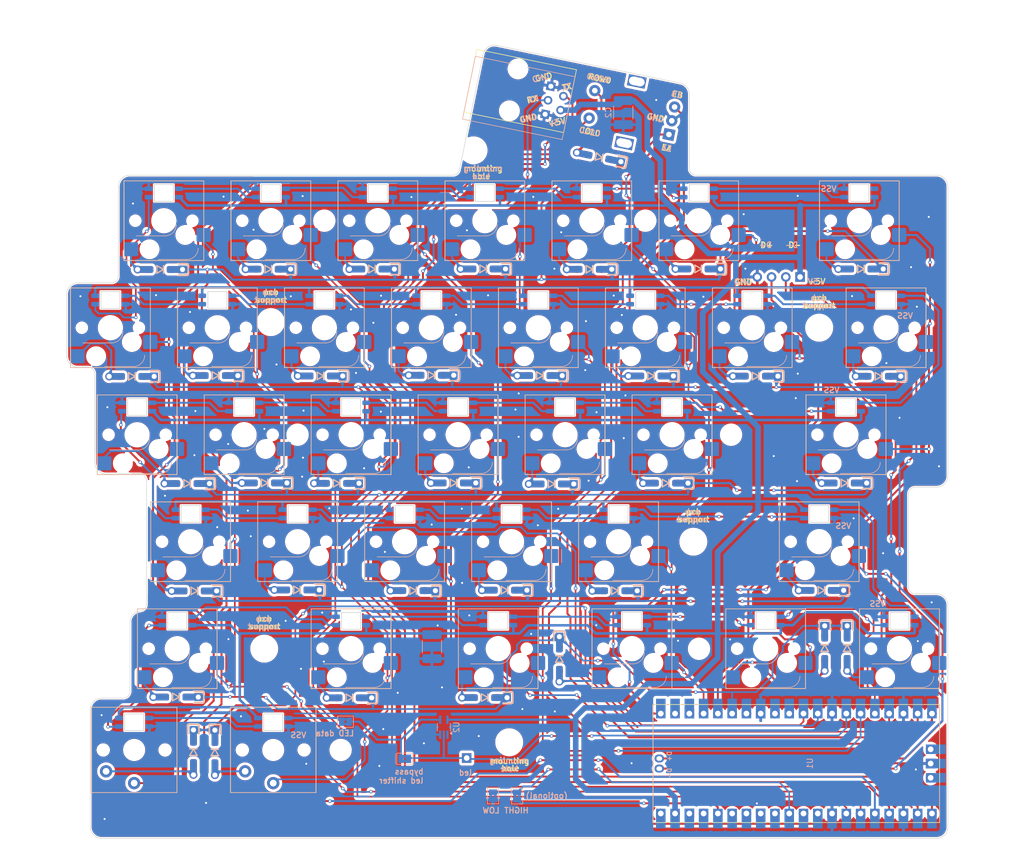
<source format=kicad_pcb>
(kicad_pcb (version 20240108) (generator "pcbnew") (generator_version "8.0")
  (layers (0 "F.Cu" signal) (31 "B.Cu" signal) (34 "B.Paste" user) (35 "F.Paste" user) (36 "B.SilkS" user "B.Silkscreen") (37 "F.SilkS" user "F.Silkscreen") (38 "B.Mask" user) (39 "F.Mask" user) (44 "Edge.Cuts" user))
  (net 0 "")
  (net 1 "Row 1")
  (net 2 "Net-(D1-A)")
  (net 3 "Row 2")
  (net 4 "Net-(D2-A)")
  (net 5 "Row 5")
  (net 6 "Net-(D3-A)")
  (net 7 "Row 0")
  (net 8 "Net-(D4-A)")
  (net 9 "Net-(D5-A)")
  (net 10 "Net-(D6-A)")
  (net 11 "Net-(D7-A)")
  (net 12 "Row 3")
  (net 13 "Net-(D8-A)")
  (net 14 "Row 4")
  (net 15 "Net-(D9-A)")
  (net 16 "Net-(D10-A)")
  (net 17 "Net-(D11-A)")
  (net 18 "Net-(D12-A)")
  (net 19 "Net-(D13-A)")
  (net 20 "Net-(D14-A)")
  (net 21 "Net-(D15-A)")
  (net 22 "Net-(D16-A)")
  (net 23 "Net-(D17-A)")
  (net 24 "Net-(D18-A)")
  (net 25 "Net-(D19-A)")
  (net 26 "Net-(D20-A)")
  (net 27 "Net-(D21-A)")
  (net 28 "Net-(D22-A)")
  (net 29 "Net-(LED3-DOUT)")
  (net 30 "Net-(D23-A)")
  (net 31 "Net-(D24-A)")
  (net 32 "Net-(D25-A)")
  (net 33 "Net-(D26-A)")
  (net 34 "Net-(D27-A)")
  (net 35 "Net-(D28-A)")
  (net 36 "Net-(D29-A)")
  (net 37 "Net-(D30-A)")
  (net 38 "Net-(D31-A)")
  (net 39 "Net-(D32-A)")
  (net 40 "Net-(D33-A)")
  (net 41 "Net-(D34-A)")
  (net 42 "Net-(D35-A)")
  (net 43 "Net-(D36-A)")
  (net 44 "Col 0")
  (net 45 "Col 1")
  (net 46 "Col 2")
  (net 47 "Col 3")
  (net 48 "Col 4")
  (net 49 "Col 5")
  (net 50 "Col 6")
  (net 51 "Col 7")
  (net 52 "+5V")
  (net 53 "GND")
  (net 54 "Net-(LED14-DOUT)")
  (net 55 "LED 5V")
  (net 56 "Net-(LED11-DOUT)")
  (net 57 "Net-(LED12-DIN)")
  (net 58 "Net-(LED13-DOUT)")
  (net 59 "Net-(LED23-DOUT)")
  (net 60 "Net-(LED15-DOUT)")
  (net 61 "Net-(LED10-DOUT)")
  (net 62 "Net-(LED11-DIN)")
  (net 63 "Net-(LED12-DOUT)")
  (net 64 "Net-(LED13-DIN)")
  (net 65 "Net-(LED28-DOUT)")
  (net 66 "Net-(LED15-DIN)")
  (net 67 "Net-(LED31-DOUT)")
  (net 68 "Net-(LED1-DIN)")
  (net 69 "Net-(LED2-DOUT)")
  (net 70 "Net-(LED4-DOUT)")
  (net 71 "Net-(LED16-DIN)")
  (net 72 "Net-(LED17-DOUT)")
  (net 73 "Net-(LED10-DIN)")
  (net 74 "Net-(LED18-DIN)")
  (net 76 "Net-(LED19-DOUT)")
  (net 77 "Net-(LED20-DIN)")
  (net 78 "Net-(LED21-DOUT)")
  (net 79 "Net-(LED22-DIN)")
  (net 80 "Net-(LED24-DOUT)")
  (net 81 "Net-(LED25-DIN)")
  (net 82 "Net-(LED26-DOUT)")
  (net 83 "Net-(LED27-DIN)")
  (net 84 "Net-(LED29-DOUT)")
  (net 85 "Net-(LED30-DIN)")
  (net 87 "Net-(LED33-DIN)")
  (net 88 "Net-(LED35-DIN)")
  (net 89 "Net-(LED1-DOUT)")
  (net 90 "encoder A")
  (net 91 "encoder B")
  (net 94 "SPLIT_HAND_PIN")
  (net 95 "+3.3V")
  (net 97 "RX")
  (net 98 "TX")
  (net 101 "Net-(LED2-DIN)")
  (net 104 "LED 3.3V")
  (net 105 "Net-(JP3-A)")
  (net 106 "Data+")
  (net 107 "Data-")
  (net 110 "encoder SW1")
  (footprint "ScottoKeebs_Choc:Choc_V1_1.00u" (layer "F.Cu") (at 41.575669 149.882 180)
    (property "Reference" "S3" (hide yes))
    (property "Value" "Keyswitch" (hide yes))
  )
  (footprint "personal:MountingPCB_2.2mm_M2" (layer "F.Cu") (at 101.963169 47.233)
    (property "Reference" "H2" (hide yes))
    (property "Value" "MountingHole" (hide yes))
  )
  (footprint "personal:MountingHole_3.2mm_M3" (layer "F.Cu") (at 142.108169 131.877)
    (property "Reference" "H8" (hide yes))
    (property "Value" "MountingHole" (hide yes))
  )
  (footprint "ScottoKeebs_Hotswap:Hotswap_MX_1.75u" (layer "F.Cu") (at 49.244419 131.857 180)
    (property "Reference" "S8" (hide yes))
    (property "Value" "Keyswitch" (hide yes))
  )
  (footprint "personal:MountingHole_3.2mm_M3" (layer "F.Cu") (at 75.418169 55.687)
    (property "Reference" "H6" (hide yes))
    (property "Value" "MountingHole" (hide yes))
  )
  (footprint "ScottoKeebs_Hotswap:Hotswap_MX_1.00u" (layer "F.Cu") (at 89.708169 112.817 180)
    (property "Reference" "S18" (hide yes))
    (property "Value" "Keyswitch" (hide yes))
  )
  (footprint "personal:PCB_support_2.2mm_M2" (layer "F.Cu") (at 163.494669 74.737)
    (property "Reference" "H3" (hide yes))
    (property "Value" "MountingHole" (hide yes))
  )
  (footprint "ScottoKeebs_Hotswap:Hotswap_MX_1.00u" (layer "F.Cu") (at 61.148169 93.777 180)
    (property "Reference" "S6" (hide yes))
    (property "Value" "Keyswitch" (hide yes))
  )
  (footprint "ScottoKeebs_Hotswap:Hotswap_MX_2.00u" (layer "F.Cu") (at 170.638169 55.687 180)
    (property "Reference" "S32" (hide yes))
    (property "Value" "Keyswitch" (hide yes))
  )
  (footprint "ScottoKeebs_Hotswap:Hotswap_MX_1.50u" (layer "F.Cu") (at 175.400669 74.737 180)
    (property "Reference" "S33" (hide yes))
    (property "Value" "Keyswitch" (hide yes))
  )
  (footprint "ScottoKeebs_Hotswap:Hotswap_MX_1.00u" (layer "F.Cu") (at 132.548169 74.737 180)
    (property "Reference" "S25" (hide yes))
    (property "Value" "Keyswitch" (hide yes))
  )
  (footprint "personal:MountingHole_3.2mm_M3" (layer "F.Cu") (at 78.325669 149.882)
    (property "Reference" "H12" (hide yes))
    (property "Value" "MountingHole" (hide yes))
  )
  (footprint "ScottoKeebs_Hotswap:Hotswap_MX_1.00u" (layer "F.Cu") (at 56.388169 74.737 180)
    (property "Reference" "S5" (hide yes))
    (property "Value" "Keyswitch" (hide yes))
  )
  (footprint "ScottoKeebs_Hotswap:Hotswap_MX_1.00u" (layer "F.Cu") (at 51.628169 112.817 180)
    (property "Reference" "S7" (hide yes))
    (property "Value" "Keyswitch" (hide yes))
  )
  (footprint "ScottoKeebs_Hotswap:Hotswap_MX_1.25u" (layer "F.Cu") (at 177.781919 131.857 180)
    (property "Reference" "S36" (hide yes))
    (property "Value" "Keyswitch" (hide yes))
  )
  (footprint "ScottoKeebs_Hotswap:Hotswap_MX_1.00u" (layer "F.Cu") (at 151.588169 74.737 180)
    (property "Reference" "S30" (hide yes))
    (property "Value" "Keyswitch" (hide yes))
  )
  (footprint "ScottoKeebs_Hotswap:Hotswap_MX_1.00u" (layer "F.Cu") (at 42.108169 93.777 180)
    (property "Reference" "S2" (hide yes))
    (property "Value" "Keyswitch" (hide yes))
  )
  (footprint "personal:PCB_support_2.2mm_M2" (layer "F.Cu") (at 141.097169 112.817)
    (property "Reference" "H13" (hide yes))
    (property "Value" "MountingHole" (hide yes))
  )
  (footprint "ScottoKeebs_Hotswap:Hotswap_MX_1.00u" (layer "F.Cu") (at 127.788169 112.817 180)
    (property "Reference" "S27" (hide yes))
    (property "Value" "Keyswitch" (hide yes))
  )
  (footprint "ScottoKeebs_Hotswap:Hotswap_MX_1.00u" (layer "F.Cu") (at 65.903169 55.687 180)
    (property "Reference" "S9" (hide yes))
    (property "Value" "Keyswitch" (hide yes))
  )
  (footprint "ScottoKeebs_Hotswap:Hotswap_MX_1.00u" (layer "F.Cu") (at 75.428169 74.737 180)
    (property "Reference" "S10" (hide yes))
    (property "Value" "Keyswitch" (hide yes))
  )
  (footprint "ScottoKeebs_Hotswap:Hotswap_MX_1.00u" (layer "F.Cu") (at 37.348169 74.737 180)
    (property "Reference" "S1" (hide yes))
    (property "Value" "Keyswitch" (hide yes))
  )
  (footprint "Connector_PinHeader_2.54mm:PinHeader_1x01_P2.54mm_Vertical" (layer "F.Cu") (at 100.758169 151.317)
    (property "Reference" "TP1" (hide yes))
    (property "Value" "TestPoint" (hide yes))
  )
  (footprint "ScottoKeebs_Hotswap:Hotswap_MX_1.50u" (layer "F.Cu") (at 80.185669 131.857 180)
    (property "Reference" "S13" (hide yes))
    (property "Value" "Keyswitch" (hide yes))
  )
  (footprint "ScottoKeebs_Hotswap:Hotswap_MX_1.00u" (layer "F.Cu") (at 99.228169 93.777 180)
    (property "Reference" "S17" (hide yes))
    (property "Value" "Keyswitch" (hide yes))
  )
  (footprint "personal:MountingHole_3.2mm_M3" (layer "F.Cu") (at 70.663169 93.777)
    (property "Reference" "H10" (hide yes))
    (property "Value" "MountingHole" (hide yes))
  )
  (footprint "personal:MountingHole_3.2mm_M3" (layer "F.Cu") (at 147.808169 93.777)
    (property "Reference" "H9" (hide yes))
    (property "Value" "MountingHole" (hide yes))
  )
  (footprint "personal:MountingHole_3.2mm_M3" (layer "F.Cu") (at 132.548169 55.687)
    (property "Reference" "H7" (hide yes))
    (property "Value" "MountingHole" (hide yes))
  )
  (footprint "ScottoKeebs_Hotswap:Hotswap_MX_1.25u" (layer "F.Cu") (at 106.366919 131.857 180)
    (property "Reference" "S23" (hide yes))
    (property "Value" "Keyswitch" (hide yes))
  )
  (footprint "ScottoKeebs_Hotswap:Hotswap_MX_1.00u" (layer "F.Cu") (at 118.268169 93.777 180)
    (property "Reference" "S21" (hide yes))
    (property "Value" "Keyswitch" (hide yes))
  )
  (footprint "ScottoKeebs_Hotswap:Hotswap_MX_1.25u" (layer "F.Cu") (at 153.966919 131.857 180)
    (property "Reference" "S31" (hide yes))
    (property "Value" "Keyswitch" (hide yes))
  )
  (footprint "ScottoKeebs_Hotswap:Hotswap_MX_1.25u" (layer "F.Cu") (at 130.166919 131.857 180)
    (property "Reference" "S28" (hide yes))
    (property "Value" "Keyswitch" (hide yes))
  )
  (footprint "ScottoKeebs_Hotswap:Hotswap_MX_1.00u" (layer "F.Cu") (at 123.023169 55.687 180)
    (property "Reference" "S24" (hide yes))
    (property "Value" "Keyswitch" (hide yes))
  )
  (footprint "ScottoKeebs_Hotswap:Hotswap_MX_2.75u" (layer "F.Cu") (at 163.494419 112.817 180)
    (property "Reference" "S35" (hide yes))
    (property "Value" "Keyswitch" (hide yes))
  )
  (footprint "Connector_RJ:RJ12_Amphenol_54601-x06_Horizontal" (layer "F.Cu") (at 118.708939 31.57888 -101.6)
    (property "Reference" "J1" (hide yes))
    (property "Value" "4P4C" (hide yes))
  )
  (footprint "ScottoKeebs_Hotswap:Hotswap_MX_1.00u" (layer "F.Cu") (at 137.308169 93.777 180)
    (property "Reference" "S26" (hide yes))
    (property "Value" "Keyswitch" (hide yes))
  )
  (footprint "ScottoKeebs_Hotswap:Hotswap_MX_1.00u" (layer "F.Cu") (at 80.188169 93.777 180)
    (property "Reference" "S11" (hide yes))
    (property "Value" "Keyswitch" (hide yes))
  )
  (footprint "personal:MountingPCB_2.2mm_M2" (layer "F.Cu") (at 108.305669 152.576)
    (property "Reference" "H11" (hide yes))
    (property "Value" "MountingHole" (hide yes))
  )
  (footprint "ScottoKeebs_Hotswap:Hotswap_MX_1.00u" (layer "F.Cu") (at 46.863169 55.687 180)
    (property "Reference" "S4" (hide yes))
    (property "Value" "Keyswitch" (hide yes))
  )
  (footprint "personal:PCB_support_2.2mm_M2" (layer "F.Cu") (at 64.723419 131.857)
    (property "Reference" "H4" (hide yes))
    (property "Value" "MountingHole" (hide yes))
  )
  (footprint "ScottoKeebs_Hotswap:Hotswap_MX_1.00u" (layer "F.Cu") (at 70.668169 112.817 180)
    (property "Reference" "S12" (hide yes))
    (property "Value" "Keyswitch" (hide yes))
  )
  (footprint "ScottoKeebs_Choc:Choc_V1_1.75u" (layer "F.Cu") (at 66.325669 149.882 180)
    (property "Reference" "S14" (hide yes))
    (property "Value" "Keyswitch" (hide yes))
  )
  (footprint "ScottoKeebs_Hotswap:Hotswap_MX_1.00u" (layer "F.Cu") (at 113.508169 74.737 180)
    (property "Reference" "S20" (hide yes))
    (property "Value" "Keyswitch" (hide yes))
  )
  (footprint "ScottoKeebs_Hotswap:Hotswap_MX_1.00u" (layer "F.Cu") (at 103.983169 55.687 180)
    (property "Reference" "S19" (hide yes))
    (property "Value" "Keyswitch" (hide yes))
  )
  (footprint "ScottoKeebs_Hotswap:Hotswap_MX_1.00u" (layer "F.Cu") (at 108.748169 112.817 180)
    (property "Reference" "S22" (hide yes))
    (property "Value" "Keyswitch" (hide yes))
  )
  (footprint "ScottoKeebs_Hotswap:Hotswap_MX_1.00u" (layer "F.Cu") (at 84.943169 55.687 180)
    (property "Reference" "S15" (hide yes))
    (property "Value" "Keyswitch" (hide yes))
  )
  (footprint "ScottoKeebs_Hotswap:Hotswap_MX_1.00u" (layer "F.Cu") (at 94.468169 74.737 180)
    (property "Reference" "S16" (hide yes))
    (property "Value" "Keyswitch" (hide yes))
  )
  (footprint "ScottoKeebs_Scotto:Encoder_EC11_MX" (layer "F.Cu") (at 129.910241 36.387854 168.4)
    (property "Reference" "SW2" (hide yes))
    (property "Value" "RotaryEncoder_Switch" (hide yes))
  )
  (footprint "ScottoKeebs_Hotswap:Hotswap_MX_1.00u" (layer "F.Cu") (at 142.063169 55.687 180)
    (property "Reference" "S29" (hide yes))
    (property "Value" "Keyswitch" (hide yes))
  )
  (footprint "personal:PCB_support_2.2mm_M2" (layer "F.Cu") (at 65.903169 73.737)
    (property "Reference" "H1" (hide yes))
    (property "Value" "MountingHole" (hide yes))
  )
  (footprint "ScottoKeebs_Hotswap:Hotswap_MX_2.25u" (layer "F.Cu") (at 168.256919 93.777 180)
    (property "Reference" "S34" (hide yes))
    (property "Value" "Keyswitch" (hide yes))
  )
  (footprint "personal:D_SOD-123_DO-35_Hybrid_DoubleSided_diode" (layer "B.Cu") (at 164.473169 131.787 -90)
    (property "Reference" "D31" (hide yes))
    (property "Value" "Diode" (hide yes))
  )
  (footprint "Jumper:SolderJumper-2_P1.3mm_Bridged2Bar_Pad1.0x1.5mm" (layer "B.Cu") (at 79.185669 144.852)
    (property "Reference" "JP3" (hide yes))
    (property "Value" "Jumper_2_Bridged" (hide yes))
  )
  (footprint "Jumper:SolderJumper-2_P1.3mm_Bridged2Bar_Pad1.0x1.5mm" (layer "B.Cu") (at 109.733169 158.087 -90)
    (property "Reference" "JP2" (hide yes))
    (property "Value" "Jumper_2_Bridged" (hide yes))
  )
  (footprint "ScottoKeebs_Components:LED_SK6812MINI" (layer "B.Cu") (at 118.268169 88.838)
    (property "Reference" "LED21" (hide yes))
    (property "Value" "LED_SK6812MINI" (hide yes))
    (fp_line (start -1.7 -1.5) (end -1.7 1.5) (stroke (width 0.12)) (layer "Edge.Cuts"))
    (fp_line (start -1.7 1.5) (end 1.7 1.5) (stroke (width 0.12)) (layer "Edge.Cuts"))
    (fp_line (start 1.7 -1.5) (end -1.7 -1.5) (stroke (width 0.12)) (layer "Edge.Cuts"))
    (fp_line (start 1.7 1.5) (end 1.7 -1.5) (stroke (width 0.12)) (layer "Edge.Cuts"))
  )
  (footprint "personal:D_SOD-123_DO-35_Hybrid_DoubleSided_diode" (layer "B.Cu") (at 77.593169 102.427 180)
    (property "Reference" "D11" (hide yes))
    (property "Value" "Diode" (hide yes))
  )
  (footprint "ScottoKeebs_Components:LED_SK6812MINI" (layer "B.Cu") (at 170.638169 50.748)
    (property "Reference" "LED32" (hide yes))
    (property "Value" "LED_SK6812MINI" (hide yes))
    (fp_line (start -1.7 -1.5) (end -1.7 1.5) (stroke (width 0.12)) (layer "Edge.Cuts"))
    (fp_line (start -1.7 1.5) (end 1.7 1.5) (stroke (width 0.12)) (layer "Edge.Cuts"))
    (fp_line (start 1.7 -1.5) (end -1.7 -1.5) (stroke (width 0.12)) (layer "Edge.Cuts"))
    (fp_line (start 1.7 1.5) (end 1.7 -1.5) (stroke (width 0.12)) (layer "Edge.Cuts"))
  )
  (footprint "ScottoKeebs_Components:LED_SK6812MINI" (layer "B.Cu") (at 177.781919 126.918)
    (property "Reference" "LED36" (hide yes))
    (property "Value" "LED_SK6812MINI" (hide yes))
    (fp_line (start -1.7 -1.5) (end -1.7 1.5) (stroke (width 0.12)) (layer "Edge.Cuts"))
    (fp_line (start -1.7 1.5) (end 1.7 1.5) (stroke (width 0.12)) (layer "Edge.Cuts"))
    (fp_line (start 1.7 -1.5) (end -1.7 -1.5) (stroke (width 0.12)) (layer "Edge.Cuts"))
    (fp_line (start 1.7 1.5) (end 1.7 -1.5) (stroke (width 0.12)) (layer "Edge.Cuts"))
  )
  (footprint "personal:D_SOD-123_DO-35_Hybrid_DoubleSided_diode" (layer "B.Cu") (at 65.413169 64.317 180)
    (property "Reference" "D9" (hide yes))
    (property "Value" "Diode" (hide yes))
  )
  (footprint "ScottoKeebs_Components:LED_SK6812MINI" (layer "B.Cu") (at 123.023169 50.748)
    (property "Reference" "LED24" (hide yes))
    (property "Value" "LED_SK6812MINI" (hide yes))
    (fp_line (start -1.7 -1.5) (end -1.7 1.5) (stroke (width 0.12)) (layer "Edge.Cuts"))
    (fp_line (start -1.7 1.5) (end 1.7 1.5) (stroke (width 0.12)) (layer "Edge.Cuts"))
    (fp_line (start 1.7 -1.5) (end -1.7 -1.5) (stroke (width 0.12)) (layer "Edge.Cuts"))
    (fp_line (start 1.7 1.5) (end 1.7 -1.5) (stroke (width 0.12)) (layer "Edge.Cuts"))
  )
  (footprint "personal:Raspberry_Pi_Pico_with_usb_rings" (layer "B.Cu") (at 161.833169 152.297 -90)
    (property "Reference" "U1")
    (property "Value" "Pico")
  )
  (footprint "personal:D_SOD-123_DO-35_Hybrid_DoubleSided_diode" (layer "B.Cu") (at 122.563169 64.337 180)
    (property "Reference" "D24" (hide yes))
    (property "Value" "Diode" (hide yes))
  )
  (footprint "ScottoKeebs_Components:LED_SK6812MINI" (layer "B.Cu") (at 56.388169 69.798 180)
    (property "Reference" "LED5" (hide yes))
    (property "Value" "LED_SK6812MINI" (hide yes))
    (fp_line (start 1.7 1.5) (end 1.7 -1.5) (stroke (width 0.12)) (layer "Edge.Cuts"))
    (fp_line (start 1.7 -1.5) (end -1.7 -1.5) (stroke (width 0.12)) (layer "Edge.Cuts"))
    (fp_line (start -1.7 1.5) (end 1.7 1.5) (stroke (width 0.12)) (layer "Edge.Cuts"))
    (fp_line (start -1.7 -1.5) (end -1.7 1.5) (stroke (width 0.12)) (layer "Edge.Cuts"))
  )
  (footprint "personal:D_SOD-123_DO-35_Hybrid_DoubleSided_diode" (layer "B.Cu") (at 117.253169 133.717 -90)
    (property "Reference" "D28" (hide yes))
    (property "Value" "Diode" (hide yes))
  )
  (footprint "ScottoKeebs_Components:LED_SK6812MINI" (layer "B.Cu") (at 42.108169 88.838)
    (property "Reference" "LED2" (hide yes))
    (property "Value" "LED_SK6812MINI" (hide yes))
    (fp_line (start -1.7 -1.5) (end -1.7 1.5) (stroke (width 0.12)) (layer "Edge.Cuts"))
    (fp_line (start -1.7 1.5) (end 1.7 1.5) (stroke (width 0.12)) (layer "Edge.Cuts"))
    (fp_line (start 1.7 -1.5) (end -1.7 -1.5) (stroke (width 0.12)) (layer "Edge.Cuts"))
    (fp_line (start 1.7 1.5) (end 1.7 -1.5) (stroke (width 0.12)) (layer "Edge.Cuts"))
  )
  (footprint "ScottoKeebs_Components:LED_SK6812MINI" (layer "B.Cu") (at 70.668169 107.878 180)
    (property "Reference" "LED12" (hide yes))
    (property "Value" "LED_SK6812MINI" (hide yes))
    (fp_line (start 1.7 1.5) (end 1.7 -1.5) (stroke (width 0.12)) (layer "Edge.Cuts"))
    (fp_line (start 1.7 -1.5) (end -1.7 -1.5) (stroke (width 0.12)) (layer "Edge.Cuts"))
    (fp_line (start -1.7 1.5) (end 1.7 1.5) (stroke (width 0.12)) (layer "Edge.Cuts"))
    (fp_line (start -1.7 -1.5) (end -1.7 1.5) (stroke (width 0.12)) (layer "Edge.Cuts"))
  )
  (footprint "personal:D_SOD-123_DO-35_Hybrid_DoubleSided_diode" (layer "B.Cu") (at 168.473169 131.787 -90)
    (property "Reference" "D36" (hide yes))
    (property "Value" "Diode" (hide yes))
  )
  (footprint "personal:D_SOD-123_DO-35_Hybrid_DoubleSided_diode" (layer "B.Cu") (at 70.520669 121.39825 180)
    (property "Reference" "D12" (hide yes))
    (property "Value" "Diode" (hide yes))
  )
  (footprint "ScottoKeebs_Components:LED_SK6812MINI" (layer "B.Cu") (at 153.966919 126.918)
    (property "Reference" "LED31" (hide yes))
    (property "Value" "LED_SK6812MINI" (hide yes))
    (fp_line (start -1.7 -1.5) (end -1.7 1.5) (stroke (width 0.12)) (layer "Edge.Cuts"))
    (fp_line (start -1.7 1.5) (end 1.7 1.5) (stroke (width 0.12)) (layer "Edge.Cuts"))
    (fp_line (start 1.7 -1.5) (end -1.7 -1.5) (stroke (width 0.12)) (layer "Edge.Cuts"))
    (fp_line (start 1.7 1.5) (end 1.7 -1.5) (stroke (width 0.12)) (layer "Edge.Cuts"))
  )
  (footprint "personal:D_SOD-123_DO-35_Hybrid_DoubleSided_diode" (layer "B.Cu") (at 133.543169 83.317 180)
    (property "Reference" "D25" (hide yes))
    (property "Value" "Diode" (hide yes))
  )
  (footprint "personal:D_SOD-123_DO-35_Hybrid_DoubleSided_diode" (layer "B.Cu") (at 52.133169 150.317 -90)
    (property "Reference" "D3" (hide yes))
    (property "Value" "Diode" (hide yes))
  )
  (footprint "personal:D_SOD-123_DO-35_Hybrid_DoubleSided_diode" (layer "B.Cu") (at 107.473169 121.447 180)
    (property "Reference" "D22" (hide yes))
    (property "Value" "Diode" (hide yes))
  )
  (footprint "personal:D_SOD-123_DO-35_Hybrid_DoubleSided_diode" (layer "B.Cu") (at 174.003169 83.377 180)
    (property "Reference" "D33" (hide yes))
    (property "Value" "Diode" (hide yes))
  )
  (footprint "personal:D_SOD-123_DO-35_Hybrid_DoubleSided_diode" (layer "B.Cu") (at 52.253169 121.577 180)
    (property "Reference" "D7" (hide yes))
    (property "Value" "Diode" (hide yes))
  )
  (footprint "personal:D_SOD-123_DO-35_Hybrid_DoubleSided_diode" (layer "B.Cu") (at 152.143169 83.357 180)
    (property "Reference" "D30" (hide yes))
    (property "Value" "Diode" (hide yes))
  )
  (footprint "ScottoKeebs_Components:LED_SK6812MINI" (layer "B.Cu") (at 80.185669 126.918)
    (property "Reference" "LED13" (hide yes))
    (property "Value" "LED_SK6812MINI" (hide yes))
    (fp_line (start -1.7 -1.5) (end -1.7 1.5) (stroke (width 0.12)) (layer "Edge.Cuts"))
    (fp_line (start -1.7 1.5) (end 1.7 1.5) (stroke (width 0.12)) (layer "Edge.Cuts"))
    (fp_line (start 1.7 -1.5) (end -1.7 -1.5) (stroke (width 0.12)) (layer "Edge.Cuts"))
    (fp_line (start 1.7 1.5) (end 1.7 -1.5) (stroke (width 0.12)) (layer "Edge.Cuts"))
  )
  (footprint "ScottoKeebs_Components:LED_SK6812MINI" (layer "B.Cu") (at 163.494419 107.878 180)
    (property "Reference" "LED35" (hide yes))
    (property "Value" "LED_SK6812MINI" (hide yes))
    (fp_line (start 1.7 1.5) (end 1.7 -1.5) (stroke (width 0.12)) (layer "Edge.Cuts"))
    (fp_line (start 1.7 -1.5) (end -1.7 -1.5) (stroke (width 0.12)) (layer "Edge.Cuts"))
    (fp_line (start -1.7 1.5) (end 1.7 1.5) (stroke (width 0.12)) (layer "Edge.Cuts"))
    (fp_line (start -1.7 -1.5) (end -1.7 1.5) (stroke (width 0.12)) (layer "Edge.Cuts"))
  )
  (footprint "personal:D_SOD-123_DO-35_Hybrid_DoubleSided_diode" (layer "B.Cu") (at 55.941919 150.3545 -90)
    (property "Reference" "D14" (hide yes))
    (property "Value" "Diode" (hide yes))
  )
  (footprint "ScottoKeebs_Components:LED_SK6812MINI" (layer "B.Cu") (at 130.166919 126.918)
    (property "Reference" "LED28" (hide yes))
    (property "Value" "LED_SK6812MINI" (hide yes))
    (fp_line (start -1.7 -1.5) (end -1.7 1.5) (stroke (width 0.12)) (layer "Edge.Cuts"))
    (fp_line (start -1.7 1.5) (end 1.7 1.5) (stroke (width 0.12)) (layer "Edge.Cuts"))
    (fp_line (start 1.7 -1.5) (end -1.7 -1.5) (stroke (width 0.12)) (layer "Edge.Cuts"))
    (fp_line (start 1.7 1.5) (end 1.7 -1.5) (stroke (width 0.12)) (layer "Edge.Cuts"))
  )
  (footprint "personal:D_SOD-123_DO-35_Hybrid_DoubleSided_diode" (layer "B.Cu") (at 83.883169 64.307 180)
    (property "Reference" "D15" (hide yes))
    (property "Value" "Diode" (hide yes))
  )
  (footprint "personal:D_SOD-123_DO-35_Hybrid_DoubleSided_diode" (layer "B.Cu") (at 94.443169 83.197 180)
    (property "Reference" "D16" (hide yes))
    (property "Value" "Diode" (hide yes))
  )
  (footprint "ScottoKeebs_Components:LED_SK6812MINI" (layer "B.Cu") (at 108.748169 107.878 180)
    (property "Reference" "LED22" (hide yes))
    (property "Value" "LED_SK6812MINI" (hide yes))
    (fp_line (start 1.7 1.5) (end 1.7 -1.5) (stroke (width 0.12)) (layer "Edge.Cuts"))
    (fp_line (start 1.7 -1.5) (end -1.7 -1.5) (stroke (width 0.12)) (layer "Edge.Cuts"))
    (fp_line (start -1.7 1.5) (end 1.7 1.5) (stroke (width 0.12)) (layer "Edge.Cuts"))
    (fp_line (start -1.7 -1.5) (end -1.7 1.5) (stroke (width 0.12)) (layer "Edge.Cuts"))
  )
  (footprint "ScottoKeebs_Components:LED_SK6812MINI" (layer "B.Cu") (at 137.308169 88.838)
    (property "Reference" "LED26" (hide yes))
    (property "Value" "LED_SK6812MINI" (hide yes))
    (fp_line (start -1.7 -1.5) (end -1.7 1.5) (stroke (width 0.12)) (layer "Edge.Cuts"))
    (fp_line (start -1.7 1.5) (end 1.7 1.5) (stroke (width 0.12)) (layer "Edge.Cuts"))
    (fp_line (start 1.7 -1.5) (end -1.7 -1.5) (stroke (width 0.12)) (layer "Edge.Cuts"))
    (fp_line (start 1.7 1.5) (end 1.7 -1.5) (stroke (width 0.12)) (layer "Edge.Cuts"))
  )
  (footprint "ScottoKeebs_Components:LED_SK6812MINI" (layer "B.Cu") (at 113.508169 69.798 180)
    (property "Reference" "LED20" (hide yes))
    (property "Value" "LED_SK6812MINI" (hide yes))
    (fp_line (start 1.7 1.5) (end 1.7 -1.5) (stroke (width 0.12)) (layer "Edge.Cuts"))
    (fp_line (start 1.7 -1.5) (end -1.7 -1.5) (stroke (width 0.12)) (layer "Edge.Cuts"))
    (fp_line (start -1.7 1.5) (end 1.7 1.5) (stroke (width 0.12)) (layer "Edge.Cuts"))
    (fp_line (start -1.7 -1.5) (end -1.7 1.5) (stroke (width 0.12)) (layer "Edge.Cuts"))
  )
  (footprint "personal:D_SOD-123_DO-35_Hybrid_DoubleSided_diode" (layer "B.Cu") (at 41.133169 83.397 180)
    (property "Reference" "D1" (hide yes))
    (property "Value" "Diode" (hide yes))
  )
  (footprint "ScottoKeebs_Components:LED_SK6812MINI" (layer "B.Cu") (at 168.256919 88.838)
    (property "Reference" "LED34" (hide yes))
    (property "Value" "LED_SK6812MINI" (hide yes))
    (fp_line (start -1.7 -1.5) (end -1.7 1.5) (stroke (width 0.12)) (layer "Edge.Cuts"))
    (fp_line (start -1.7 1.5) (end 1.7 1.5) (stroke (width 0.12)) (layer "Edge.Cuts"))
    (fp_line (start 1.7 -1.5) (end -1.7 -1.5) (stroke (width 0.12)) (layer "Edge.Cuts"))
    (fp_line (start 1.7 1.5) (end 1.7 -1.5) (stroke (width 0.12)) (layer "Edge.Cuts"))
  )
  (footprint "ScottoKeebs_Components:LED_SK6812MINI" (layer "B.Cu") (at 75.428169 69.798 180)
    (property "Reference" "LED10" (hide yes))
    (property "Value" "LED_SK6812MINI" (hide yes))
    (fp_line (start 1.7 1.5) (end 1.7 -1.5) (stroke (width 0.12)) (layer "Edge.Cuts"))
    (fp_line (start 1.7 -1.5) (end -1.7 -1.5) (stroke (width 0.12)) (layer "Edge.Cuts"))
    (fp_line (start -1.7 1.5) (end 1.7 1.5) (stroke (width 0.12)) (layer "Edge.Cuts"))
    (fp_line (start -1.7 -1.5) (end -1.7 1.5) (stroke (width 0.12)) (layer "Edge.Cuts"))
  )
  (footprint "ScottoKeebs_Components:LED_SK6812MINI" (layer "B.Cu") (at 80.188169 88.838)
    (property "Reference" "LED11" (hide yes))
    (property "Value" "LED_SK6812MINI" (hide yes))
    (fp_line (start -1.7 -1.5) (end -1.7 1.5) (stroke (width 0.12)) (layer "Edge.Cuts"))
    (fp_line (start -1.7 1.5) (end 1.7 1.5) (stroke (width 0.12)) (layer "Edge.Cuts"))
    (fp_line (start 1.7 -1.5) (end -1.7 -1.5) (stroke (width 0.12)) (layer "Edge.Cuts"))
    (fp_line (start 1.7 1.5) (end 1.7 -1.5) (stroke (width 0.12)) (layer "Edge.Cuts"))
  )
  (footprint "Connector_PinHeader_2.54mm:PinHeader_1x04_P2.54mm_Horizontal" (layer "B.Cu") (at 160.093169 65.702 90)
    (property "Reference" "J4" (hide yes))
    (property "Value" "Conn_01x04")
  )
  (footprint "ScottoKeebs_Components:LED_SK6812MINI" (layer "B.Cu") (at 84.943169 50.748)
    (property "Reference" "LED15" (hide yes))
    (property "Value" "LED_SK6812MINI" (hide yes))
    (fp_line (start -1.7 -1.5) (end -1.7 1.5) (stroke (width 0.12)) (layer "Edge.Cuts"))
    (fp_line (start -1.7 1.5) (end 1.7 1.5) (stroke (width 0.12)) (layer "Edge.Cuts"))
    (fp_line (start 1.7 -1.5) (end -1.7 -1.5) (stroke (width 0.12)) (layer "Edge.Cuts"))
    (fp_line (start 1.7 1.5) (end 1.7 -1.5) (stroke (width 0.12)) (layer "Edge.Cuts"))
  )
  (footprint "personal:D_SOD-123_DO-35_Hybrid_DoubleSided_diode" (layer "B.Cu") (at 64.764419 102.357 180)
    (property "Reference" "D6" (hide yes))
    (property "Value" "Diode" (hide yes))
  )
  (footprint "ScottoKeebs_Components:LED_SK6812MINI" (layer "B.Cu") (at 151.588169 69.798 180)
    (property "Reference" "LED30" (hide yes))
    (property "Value" "LED_SK6812MINI" (hide yes))
    (fp_line (start 1.7 1.5) (end 1.7 -1.5) (stroke (width 0.12)) (layer "Edge.Cuts"))
    (fp_line (start 1.7 -1.5) (end -1.7 -1.5) (stroke (width 0.12)) (layer "Edge.Cuts"))
    (fp_line (start -1.7 1.5) (end 1.7 1.5) (stroke (width 0.12)) (layer "Edge.Cuts"))
    (fp_line (start -1.7 -1.5) (end -1.7 1.5) (stroke (width 0.12)) (layer "Edge.Cuts"))
  )
  (footprint "ScottoKeebs_Components:LED_SK6812MINI" (layer "B.Cu") (at 46.863169 50.748)
    (property "Reference" "LED4" (hide yes))
    (property "Value" "LED_SK6812MINI" (hide yes))
    (fp_line (start -1.7 -1.5) (end -1.7 1.5) (stroke (width 0.12)) (layer "Edge.Cuts"))
    (fp_line (start -1.7 1.5) (end 1.7 1.5) (stroke (width 0.12)) (layer "Edge.Cuts"))
    (fp_line (start 1.7 -1.5) (end -1.7 -1.5) (stroke (width 0.12)) (layer "Edge.Cuts"))
    (fp_line (start 1.7 1.5) (end 1.7 -1.5) (stroke (width 0.12)) (layer "Edge.Cuts"))
  )
  (footprint "personal:D_SOD-123_DO-35_Hybrid_DoubleSided_diode" (layer "B.Cu") (at 98.373169 102.357 180)
    (property "Reference" "D17" (hide yes))
    (property "Value" "Diode" (hide yes))
  )
  (footprint "personal:D_SOD-123_DO-35_Hybrid_DoubleSided_diode" (layer "B.Cu") (at 124.283169 44.377 168.4)
    (property "Reference" "D37" (hide yes))
    (property "Value" "Diode" (hide yes))
  )
  (footprint "personal:D_SOD-123_DO-35_Hybrid_DoubleSided_diode" (layer "B.Cu") (at 91.183169 121.527 180)
    (property "Reference" "D18" (hide yes))
    (property "Value" "Diode" (hide yes))
  )
  (footprint "ScottoKeebs_Components:LED_SK6812MINI" (layer "B.Cu") (at 132.548169 69.798 180)
    (property "Reference" "LED25" (hide yes))
    (property "Value" "LED_SK6812MINI" (hide yes))
    (fp_line (start 1.7 1.5) (end 1.7 -1.5) (stroke (width 0.12)) (layer "Edge.Cuts"))
    (fp_line (start 1.7 -1.5) (end -1.7 -1.5) (stroke (width 0.12)) (layer "Edge.Cuts"))
    (fp_line (start -1.7 1.5) (end 1.7 1.5) (stroke (width 0.12)) (layer "Edge.Cuts"))
    (fp_line (start -1.7 -1.5) (end -1.7 1.5) (stroke (width 0.12)) (layer "Edge.Cuts"))
  )
  (footprint "personal:D_SOD-123_DO-35_Hybrid_DoubleSided_diode" (layer "B.Cu") (at 167.943169 102.377 180)
    (property "Reference" "D34" (hide yes))
    (property "Value" "Diode" (hide yes))
  )
  (footprint "personal:D_SOD-123_DO-35_Hybrid_DoubleSided_diode" (layer "B.Cu") (at 115.813169 102.537 180)
    (property "Reference" "D21" (hide yes))
    (property "Value" "Diode" (hide yes))
  )
  (footprint "personal:D_SOD-123_DO-35_Hybrid_DoubleSided_diode" (layer "B.Cu") (at 103.663169 64.270419 180)
    (property "Reference" "D19" (hide yes))
    (property "Value" "Diode" (hide yes))
  )
  (footprint "Jumper:SolderJumper-2_P1.3mm_Bridged2Bar_Pad1.0x1.5mm" (layer "B.Cu") (at 105.443169 158.057 -90)
    (property "Reference" "JP1" (hide yes))
    (property "Value" "Jumper_2_Bridged" (hide yes))
  )
  (footprint "ScottoKeebs_Components:LED_SK6812MINI" (layer "B.Cu") (at 94.468169 69.798 180)
    (property "Reference" "LED16" (hide yes))
    (property "Value" "LED_SK6812MINI" (hide yes))
    (fp_line (start 1.7 1.5) (end 1.7 -1.5) (stroke (width 0.12)) (layer "Edge.Cuts"))
    (fp_line (start 1.7 -1.5) (end -1.7 -1.5) (stroke (width 0.12)) (layer "Edge.Cuts"))
    (fp_line (start -1.7 1.5) (end 1.7 1.5) (stroke (width 0.12)) (layer "Edge.Cuts"))
    (fp_line (start -1.7 -1.5) (end -1.7 1.5) (stroke (width 0.12)) (layer "Edge.Cuts"))
  )
  (footprint "ScottoKeebs_Components:LED_SK6812MINI" (layer "B.Cu") (at 99.228169 88.838)
    (property "Reference" "LED17" (hide yes))
    (property "Value" "LED_SK6812MINI" (hide yes))
    (fp_line (start -1.7 -1.5) (end -1.7 1.5) (stroke (width 0.12)) (layer "Edge.Cuts"))
    (fp_line (start -1.7 1.5) (end 1.7 1.5) (stroke (width 0.12)) (layer "Edge.Cuts"))
    (fp_line (start 1.7 -1.5) (end -1.7 -1.5) (stroke (width 0.12)) (layer "Edge.Cuts"))
    (fp_line (start 1.7 1.5) (end 1.7 -1.5) (stroke (width 0.12)) (layer "Edge.Cuts"))
  )
  (footprint "Package_TO_SOT_SMD:SOT-353_SC-70-5_Handsoldering" (layer "B.Cu") (at 96.685669 145.827 90)
    (property "Reference" "U2")
    (property "Value" "74LVC1G34" (hide yes))
  )
  (footprint "personal:D_SOD-123_DO-35_Hybrid_DoubleSided_diode" (layer "B.Cu") (at 163.843169 121.477 180)
    (property "Reference" "D35" (hide yes))
    (property "Value" "Diode" (hide yes))
  )
  (footprint "ScottoKeebs_Components:LED_SK6812MINI" (layer "B.Cu") (at 142.063169 50.748)
    (property "Reference" "LED29" (hide yes))
    (property "Value" "LED_SK6812MINI" (hide yes))
    (fp_line (start -1.7 -1.5) (end -1.7 1.5) (stroke (width 0.12)) (layer "Edge.Cuts"))
    (fp_line (start -1.7 1.5) (end 1.7 1.5) (stroke (width 0.12)) (layer "Edge.Cuts"))
    (fp_line (start 1.7 -1.5) (end -1.7 -1.5) (stroke (width 0.12)) (layer "Edge.Cuts"))
    (fp_line (start 1.7 1.5) (end 1.7 -1.5) (stroke (width 0.12)) (layer "Edge.Cuts"))
  )
  (footprint "personal:D_SOD-123_DO-35_Hybrid_DoubleSided_diode" (layer "B.Cu") (at 74.693169 83.317 180)
    (property "Reference" "D10" (hide yes))
    (property "Value" "Diode" (hide yes))
  )
  (footprint "Jumper:SolderJumper-2_P1.3mm_Bridged2Bar_Pad1.0x1.5mm" (layer "B.Cu") (at 89.713169 151.457)
    (property "Reference" "JP4" (hide yes))
    (property "Value" "Jumper_2_Bridged" (hide yes))
  )
  (footprint "ScottoKeebs_Components:LED_SK6812MINI" (layer "B.Cu") (at 51.628169 107.878 180)
    (property "Reference" "LED7" (hide yes))
    (property "Value" "LED_SK6812MINI" (hide yes))
    (fp_line (start 1.7 1.5) (end 1.7 -1.5) (stroke (width 0.12)) (layer "Edge.Cuts"))
    (fp_line (start 1.7 -1.5) (end -1.7 -1.5) (stroke (width 0.12)) (layer "Edge.Cuts"))
    (fp_line (start -1.7 1.5) (end 1.7 1.5) (stroke (width 0.12)) (layer "Edge.Cuts"))
    (fp_line (start -1.7 -1.5) (end -1.7 1.5) (stroke (width 0.12)) (layer "Edge.Cuts"))
  )
  (footprint "personal:D_SOD-123_DO-35_Hybrid_DoubleSided_diode" (layer "B.Cu") (at 103.933169 140.567 180)
    (property "Reference" "D23" (hide yes))
    (property "Value" "Diode" (hide yes))
  )
  (footprint "ScottoKeebs_Components:LED_SK6812MINI" (layer "B.Cu") (at 37.348169 69.798 180)
    (property "Reference" "LED1" (hide yes))
    (property "Value" "LED_SK6812MINI" (hide yes))
    (fp_line (start 1.7 1.5) (end 1.7 -1.5) (stroke (width 0.12)) (layer "Edge.Cuts"))
    (fp_line (start 1.7 -1.5) (end -1.7 -1.5) (stroke (width 0.12)) (layer "Edge.Cuts"))
    (fp_line (start -1.7 1.5) (end 1.7 1.5) (stroke (width 0.12)) (layer "Edge.Cuts"))
    (fp_line (start -1.7 -1.5) (end -1.7 1.5) (stroke (width 0.12)) (layer "Edge.Cuts"))
  )
  (footprint "ScottoKeebs_Components:LED_SK6812MINI" (layer "B.Cu") (at 41.575669 144.943 180)
    (property "Reference" "LED3" (hide yes))
    (property "Value" "LED_SK6812MINI" (hide yes))
    (fp_line (start 1.7 1.5) (end 1.7 -1.5) (stroke (width 0.12)) (layer "Edge.Cuts"))
    (fp_line (start 1.7 -1.5) (end -1.7 -1.5) (stroke (width 0.12)) (layer "Edge.Cuts"))
    (fp_line (start -1.7 1.5) (end 1.7 1.5) (stroke (width 0.12)) (layer "Edge.Cuts"))
    (fp_line (start -1.7 -1.5) (end -1.7 1.5) (stroke (width 0.12)) (layer "Edge.Cuts"))
  )
  (footprint "personal:D_SOD-123_DO-35_Hybrid_DoubleSided_diode" (layer "B.Cu") (at 141.923169 64.270419 180)
    (property "Reference" "D29" (hide yes))
    (property "Value" "Diode" (hide yes))
  )
  (footprint "personal:D_SOD-123_DO-35_Hybrid_DoubleSided_diode" (layer "B.Cu") (at 46.183169 64.367 180)
    (property "Reference" "D4" (hide yes))
    (property "Value" "Diode" (hide yes))
  )
  (footprint "ScottoKeebs_Components:LED_SK6812MINI" (layer "B.Cu") (at 127.788169 107.878 180)
    (property "Reference" "LED27" (hide yes))
    (property "Value" "LED_SK6812MINI" (hide yes))
    (fp_line (start 1.7 1.5) (end 1.7 -1.5) (stroke (width 0.12)) (layer "Edge.Cuts"))
    (fp_line (start 1.7 -1.5) (end -1.7 -1.5) (stroke (width 0.12)) (layer "Edge.Cuts"))
    (fp_line (start -1.7 1.5) (end 1.7 1.5) (stroke (width 0.12)) (layer "Edge.Cuts"))
    (fp_line (start -1.7 -1.5) (end -1.7 1.5) (stroke (width 0.12)) (layer "Edge.Cuts"))
  )
  (footprint "personal:D_SOD-123_DO-35_Hybrid_DoubleSided_diode" (layer "B.Cu") (at 113.763169 83.257 180)
    (property "Reference" "D20" (hide yes))
    (property "Value" "Diode" (hide yes))
  )
  (footprint "ScottoKeebs_Components:LED_SK6812MINI" (layer "B.Cu") (at 103.983169 50.748)
    (property "Reference" "LED19" (hide yes))
    (property "Value" "LED_SK6812MINI" (hide yes))
    (fp_line (start -1.7 -1.5) (end -1.7 1.5) (stroke (width 0.12)) (layer "Edge.Cuts"))
    (fp_line (start -1.7 1.5) (end 1.7 1.5) (stroke (width 0.12)) (layer "Edge.Cuts"))
    (fp_line (start 1.7 -1.5) (end -1.7 -1.5) (stroke (width 0.12)) (layer "Edge.Cuts"))
    (fp_line (start 1.7 1.5) (end 1.7 -1.5) (stroke (width 0.12)) (layer "Edge.Cuts"))
  )
  (footprint "ScottoKeebs_Components:LED_SK6812MINI" (layer "B.Cu") (at 66.325669 144.943 180)
    (property "Reference" "LED14" (hide yes))
    (property "Value" "LED_SK6812MINI" (hide yes))
    (fp_line (start 1.7 1.5) (end 1.7 -1.5) (stroke (width 0.12)) (layer "Edge.Cuts"))
    (fp_line (start 1.7 -1.5) (end -1.7 -1.5) (stroke (width 0.12)) (layer "Edge.Cuts"))
    (fp_line (start -1.7 1.5) (end 1.7 1.5) (stroke (width 0.12)) (layer "Edge.Cuts"))
    (fp_line (start -1.7 -1.5) (end -1.7 1.5) (stroke (width 0.12)) (layer "Edge.Cuts"))
  )
  (footprint "personal:D_SOD-123_DO-35_Hybrid_DoubleSided_diode" (layer "B.Cu") (at 48.980669 140.46825 180)
    (property "Reference" "D8" (hide yes))
    (property "Value" "Diode" (hide yes))
  )
  (footprint "personal:D_SOD-123_DO-35_Hybrid_DoubleSided_diode" (layer "B.Cu") (at 127.103169 121.547 180)
    (property "Reference" "D27" (hide yes))
    (property "Value" "Diode" (hide yes))
  )
  (footprint "personal:D_SOD-123_DO-35_Hybrid_DoubleSided_diode" (layer "B.Cu") (at 136.143169 102.397 180)
    (property "Reference" "D26" (hide yes))
    (property "Value" "Diode" (hide yes))
  )
  (footprint "ScottoKeebs_Components:LED_SK6812MINI" (layer "B.Cu") (at 49.244419 126.918)
    (property "Reference" "LED8" (hide yes))
    (property "Value" "LED_SK6812MINI" (hide yes))
    (fp_line (start -1.7 -1.5) (end -1.7 1.5) (stroke (width 0.12)) (layer "Edge.Cuts"))
    (fp_line (start -1.7 1.5) (end 1.7 1.5) (stroke (width 0.12)) (layer "Edge.Cuts"))
    (fp_line (start 1.7 -1.5) (end -1.7 -1.5) (stroke (width 0.12)) (layer "Edge.Cuts"))
    (fp_line (start 1.7 1.5) (end 1.7 -1.5) (stroke (width 0.12)) (layer "Edge.Cuts"))
  )
  (footprint "ScottoKeebs_Components:LED_SK6812MINI" (layer "B.Cu") (at 89.708169 107.878 180)
    (property "Reference" "LED18" (hide yes))
    (property "Value" "LED_SK6812MINI" (hide yes))
    (fp_line (start 1.7 1.5) (end 1.7 -1.5) (stroke (width 0.12)) (layer "Edge.Cuts"))
    (fp_line (start 1.7 -1.5) (end -1.7 -1.5) (stroke (width 0.12)) (layer "Edge.Cuts"))
    (fp_line (start -1.7 1.5) (end 1.7 1.5) (stroke (width 0.12)) (layer "Edge.Cuts"))
    (fp_line (start -1.7 -1.5) (end -1.7 1.5) (stroke (width 0.12)) (layer "Edge.Cuts"))
  )
  (footprint "personal:D_SOD-123_DO-35_Hybrid_DoubleSided_diode" (layer "B.Cu") (at 50.973169 102.467 180)
    (property "Reference" "D2" (hide yes))
    (property "Value" "Diode" (hide yes))
  )
  (footprint "ScottoKeebs_Components:LED_SK6812MINI" (layer "B.Cu") (at 65.903169 50.748)
    (property "Reference" "LED9" (hide yes))
    (property "Value" "LED_SK6812MINI" (hide yes))
    (fp_line (start -1.7 -1.5) (end -1.7 1.5) (stroke (width 0.12)) (layer "Edge.Cuts"))
    (fp_line (start -1.7 1.5) (end 1.7 1.5) (stroke (width 0.12)) (layer "Edge.Cuts"))
    (fp_line (start 1.7 -1.5) (end -1.7 -1.5) (stroke (width 0.12)) (layer "Edge.Cuts"))
    (fp_line (start 1.7 1.5) (end 1.7 -1.5) (stroke (width 0.12)) (layer "Edge.Cuts"))
  )
  (footprint "Capacitor_SMD:C_1812_4532Metric_Pad1.57x3.40mm_HandSolder" (layer "B.Cu") (at 94.573169 131.487 -90)
    (property "Reference" "C1" (hide yes))
    (property "Value" "C" (hide yes))
  )
  (footprint "ScottoKeebs_Components:LED_SK6812MINI" (layer "B.Cu") (at 106.366919 126.918)
    (property "Reference" "LED23" (hide yes))
    (property "Value" "LED_SK6812MINI" (hide yes))
    (fp_line (start -1.7 -1.5) (end -1.7 1.5) (stroke (width 0.12)) (layer "Edge.Cuts"))
    (fp_line (start -1.7 1.5) (end 1.7 1.5) (stroke (width 0.12)) (layer "Edge.Cuts"))
    (fp_line (start 1.7 -1.5) (end -1.7 -1.5) (stroke (width 0.12)) (layer "Edge.Cuts"))
    (fp_line (start 1.7 1.5) (end 1.7 -1.5) (stroke (width 0.12)) (layer "Edge.Cuts"))
  )
  (footprint "personal:D_SOD-123_DO-35_Hybrid_DoubleSided_diode" (layer "B.Cu") (at 170.893169 64.277 180)
    (property "Reference" "D32" (hide yes))
    (property "Value" "Diode" (hide yes))
  )
  (footprint "personal:D_SOD-123_DO-35_Hybrid_DoubleSided_diode" (layer "B.Cu") (at 56.023169 83.257 180)
    (property "Reference" "D5" (hide yes))
    (property "Value" "Diode" (hide yes))
  )
  (footprint "Capacitor_SMD:C_1812_4532Metric_Pad1.57x3.40mm_HandSolder" (layer "B.Cu") (at 128.623169 36.447 -90)
    (property "Reference" "C2")
    (property "Value" "C")
  )
  (footprint "ScottoKeebs_Components:LED_SK6812MINI" (layer "B.Cu") (at 175.400669 69.798 180)
    (property "Reference" "LED33" (hide yes))
    (property "Value" "LED_SK6812MINI" (hide yes))
    (fp_line (start 1.7 1.5) (end 1.7 -1.5) (stroke (width 0.12)) (layer "Edge.Cuts"))
    (fp_line (start 1.7 -1.5) (end -1.7 -1.5) (stroke (width 0.12)) (layer "Edge.Cuts"))
    (fp_line (start -1.7 1.5) (end 1.7 1.5) (stroke (width 0.12)) (layer "Edge.Cuts"))
    (fp_line (start -1.7 -1.5) (end -1.7 1.5) (stroke (width 0.12)) (layer "Edge.Cuts"))
  )
  (footprint "personal:D_SOD-123_DO-35_Hybrid_DoubleSided_diode" (layer "B.Cu") (at 79.840669 140.59825 180)
    (property "Reference" "D13" (hide yes))
    (property "Value" "Diode" (hide yes))
  )
  (footprint "ScottoKeebs_Components:LED_SK6812MINI" (layer "B.Cu") (at 61.148169 88.838)
    (property "Reference" "LED6" (hide yes))
    (property "Value" "LED_SK6812MINI" (hide yes))
    (fp_line (start -1.7 -1.5) (end -1.7 1.5) (stroke (width 0.12)) (layer "Edge.Cuts"))
    (fp_line (start -1.7 1.5) (end 1.7 1.5) (stroke (width 0.12)) (layer "Edge.Cuts"))
    (fp_line (start 1.7 -1.5) (end -1.7 -1.5) (stroke (width 0.12)) (layer "Edge.Cuts"))
    (fp_line (start 1.7 1.5) (end 1.7 -1.5) (stroke (width 0.12)) (layer "Edge.Cuts"))
  )
  (gr_arc (start 35.777383 165.601214) (mid 34.363169 165.015428) (end 33.777383 163.601214) (stroke (width 0.1)) (layer "Edge.Cuts"))
  (gr_line (start 138.779526 31.209424) (end 106.062404 24.493564) (stroke (width 0.1)) (layer "Edge.Cuts"))
  (gr_arc (start 99.474176 46.642508) (mid 99.05712 47.331149) (end 98.298683 47.601214) (stroke (width 0.1)) (layer "Edge.Cuts"))
  (gr_line (start 186.377383 101.101214) (end 186.377383 49.601214) (stroke (width 0.1)) (layer "Edge.Cuts"))
  (gr_line (start 184.377383 122.101214) (end 180.577383 122.101214) (stroke (width 0.1)) (layer "Edge.Cuts"))
  (gr_arc (start 38.777383 65.544814) (mid 38.425905 66.393307) (end 37.577383 66.744783) (stroke (width 0.1)) (layer "Edge.Cuts"))
  (gr_arc (start 186.377383 101.101214) (mid 185.791597 102.515428) (end 184.377383 103.101214) (stroke (width 0.1)) (layer "Edge.Cuts"))
  (gr_arc (start 40.857383 139.464814) (mid 40.505905 140.313307) (end 39.657383 140.664783) (stroke (width 0.1)) (layer "Edge.Cuts"))
  (gr_line (start 186.377383 163.601214) (end 186.377383 124.101214) (stroke (width 0.1)) (layer "Edge.Cuts"))
  (gr_arc (start 180.577383 122.101214) (mid 179.728855 121.749742) (end 179.377383 120.901214) (stroke (width 0.1)) (layer "Edge.Cuts"))
  (gr_arc (start 138.779526 31.209424) (mid 139.927244 31.904519) (end 140.377383 33.168578) (stroke (width 0.1)) (layer "Edge.Cuts"))
  (gr_arc (start 184.377383 47.601214) (mid 185.791597 48.187) (end 186.377383 49.601214) (stroke (width 0.1)) (layer "Edge.Cuts"))
  (gr_line (start 36.577483 100.744783) (end 42.577383 100.744783) (stroke (width 0.1)) (layer "Edge.Cuts"))
  (gr_arc (start 186.377383 163.601214) (mid 185.791597 165.015428) (end 184.377383 165.601214) (stroke (width 0.1)) (layer "Edge.Cuts"))
  (gr_line (start 29.577383 68.744914) (end 29.577383 79.761327) (stroke (width 0.1)) (layer "Edge.Cuts"))
  (gr_arc (start 43.777383 123.957014) (mid 43.462262 124.767602) (end 42.682383 125.152454) (stroke (width 0.1)) (layer "Edge.Cuts"))
  (gr_arc (start 31.577483 81.744783) (mid 30.169071 81.164844) (end 29.577383 79.761327) (stroke (width 0.1)) (layer "Edge.Cuts"))
  (gr_line (start 140.377383 46.401214) (end 140.377383 33.168578) (stroke (width 0.1)) (layer "Edge.Cuts"))
  (gr_arc (start 103.701095 26.050571) (mid 104.559283 24.783054) (end 106.062404 24.493564) (stroke (width 0.1)) (layer "Edge.Cuts"))
  (gr_line (start 40.857383 127.144814) (end 40.857383 139.464814) (stroke (width 0.1)) (layer "Edge.Cuts"))
  (gr_line (start 180.577383 103.101214) (end 184.377383 103.101214) (stroke (width 0.1)) (layer "Edge.Cuts"))
  (gr_arc (start 141.577383 47.601214) (mid 140.728855 47.249742) (end 140.377383 46.401214) (stroke (width 0.1)) (layer "Edge.Cuts"))
  (gr_line (start 99.474176 46.642508) (end 99.474177 46.642508) (stroke (width 0.1)) (layer "Edge.Cuts"))
  (gr_line (start 98.298683 47.601214) (end 40.777383 47.601214) (stroke (width 0.1)) (layer "Edge.Cuts"))
  (gr_arc (start 33.777383 142.664914) (mid 34.357374 141.256437) (end 35.760991 140.664783) (stroke (width 0.1)) (layer "Edge.Cuts"))
  (gr_line (start 39.657383 140.664783) (end 35.760991 140.664783) (stroke (width 0.1)) (layer "Edge.Cuts"))
  (gr_arc (start 38.777383 49.601214) (mid 39.363169 48.187) (end 40.777383 47.601214) (stroke (width 0.1)) (layer "Edge.Cuts"))
  (gr_line (start 179.377383 120.901214) (end 179.377383 104.301214) (stroke (width 0.1)) (layer "Edge.Cuts"))
  (gr_arc (start 40.857383 127.144814) (mid 41.382588 125.793857) (end 42.682383 125.152454) (stroke (width 0.1)) (layer "Edge.Cuts"))
  (gr_line (start 184.377383 47.601214) (end 141.577383 47.601214) (stroke (width 0.1)) (layer "Edge.Cuts"))
  (gr_arc (start 29.577383 68.744914) (mid 30.157374 67.336437) (end 31.560991 66.744783) (stroke (width 0.1)) (layer "Edge.Cuts"))
  (gr_arc (start 36.577483 100.744783) (mid 35.169071 100.164844) (end 34.577383 98.761327) (stroke (width 0.1)) (layer "Edge.Cuts"))
  (gr_arc (start 42.577383 100.744783) (mid 43.425887 101.096259) (end 43.777383 101.944783) (stroke (width 0.1)) (layer "Edge.Cuts"))
  (gr_line (start 37.577383 66.744783) (end 31.560991 66.744783) (stroke (width 0.1)) (layer "Edge.Cuts"))
  (gr_line (start 33.777383 142.664914) (end 33.777383 163.601214) (stroke (width 0.1)) (layer "Edge.Cuts"))
  (gr_line (start 43.777383 101.944783) (end 43.777383 123.957014) (stroke (width 0.1)) (layer "Edge.Cuts"))
  (gr_arc (start 179.377383 104.301214) (mid 179.728855 103.452686) (end 180.577383 103.101214) (stroke (width 0.1)) (layer "Edge.Cuts"))
  (gr_line (start 31.577483 81.744783) (end 33.377383 81.744783) (stroke (width 0.1)) (layer "Edge.Cuts"))
  (gr_arc (start 33.377383 81.744783) (mid 34.225887 82.096259) (end 34.577383 82.944783) (stroke (width 0.1)) (layer "Edge.Cuts"))
  (gr_line (start 38.777383 49.601214) (end 38.777383 65.544814) (stroke (width 0.1)) (layer "Edge.Cuts"))
  (gr_line (start 34.577383 82.944783) (end 34.577383 98.761327) (stroke (width 0.1)) (layer "Edge.Cuts"))
  (gr_arc (start 184.377383 122.101214) (mid 185.791597 122.687) (end 186.377383 124.101214) (stroke (width 0.1)) (layer "Edge.Cuts"))
  (gr_line (start 103.701095 26.050571) (end 99.474177 46.642508) (stroke (width 0.1)) (layer "Edge.Cuts"))
  (gr_line (start 35.777383 165.601214) (end 184.377383 165.601214) (stroke (width 0.1)) (layer "Edge.Cuts"))
  (gr_text "D-" (at 159.848169 60.597 0) (layer "B.SilkS") (effects (font (size 1 1) (thickness 0.2) (bold yes)) (justify left bottom mirror)))
  (gr_text "VSS" (at 72.323169 147.817 0) (layer "B.SilkS") (effects (font (size 1 1) (thickness 0.2) (bold yes)) (justify left bottom mirror)))
  (gr_text "VSS" (at 175.393169 124.457 0) (layer "B.SilkS") (effects (font (size 1 1) (thickness 0.2) (bold yes)) (justify left bottom mirror)))
  (gr_text "RX" (at 113.853169 34.417 11.899) (layer "B.SilkS") (effects (font (size 1 1) (thickness 0.2) (bold yes)) (justify left bottom mirror)))
  (gr_text "TX" (at 119.673169 32.257 11.899) (layer "B.SilkS") (effects (font (size 1 1) (thickness 0.2) (bold yes)) (justify left bottom mirror)))
  (gr_text "LOW" (at 106.723169 161.237 0) (layer "B.SilkS") (effects (font (size 1 1) (thickness 0.2) (bold yes)) (justify left bottom mirror)))
  (gr_text "VSS" (at 169.313169 110.587 0) (layer "B.SilkS") (effects (font (size 1 1) (thickness 0.2) (bold yes)) (justify left bottom mirror)))
  (gr_text "GND" (at 113.408169 37.717 11.899) (layer "B.SilkS") (effects (font (size 1 1) (thickness 0.2) (bold yes)) (justify left bottom mirror)))
  (gr_text "(optional)" (at 118.853169 158.607 0) (layer "B.SilkS") (effects (font (size 1 1) (thickness 0.2) (bold yes)) (justify left bottom mirror)))
  (gr_text "VSS" (at 166.688169 50.597 0) (layer "B.SilkS") (effects (font (size 1 1) (thickness 0.2) (bold yes)) (justify left bottom mirror)))
  (gr_text "VSS" (at 180.284419 73.197 0) (layer "B.SilkS") (effects (font (size 1 1) (thickness 0.2) (bold yes)) (justify left bottom mirror)))
  (gr_text "+5V" (at 164.668169 67.117 0) (layer "B.SilkS") (effects (font (size 1 1) (thickness 0.2) (bold yes)) (justify left bottom mirror)))
  (gr_text "LED data" (at 80.808169 147.507 0) (layer "B.SilkS") (effects (font (size 1 1) (thickness 0.2) (bold yes)) (justify left bottom mirror)))
  (gr_text "bypass \nled shifter" (at 93.185669 155.922 0) (layer "B.SilkS") (effects (font (size 1 1) (thickness 0.2) (bold yes)) (justify left bottom mirror)))
  (gr_text "+5V" (at 118.648169 38.437 11.899) (layer "B.SilkS") (effects (font (size 1 1) (thickness 0.2) (bold yes)) (justify left bottom mirror)))
  (gr_text "GND" (at 151.528169 67.127 0) (layer "B.SilkS") (effects (font (size 1 1) (thickness 0.2) (bold yes)) (justify left bottom mirror)))
  (gr_text "HIGHT" (at 111.913169 161.237 0) (layer "B.SilkS") (effects (font (size 1 1) (thickness 0.2) (bold yes)) (justify left bottom mirror)))
  (gr_text "EB" (at 139.048169 34.027 -11.899) (layer "B.SilkS") (effects (font (size 1 1) (thickness 0.2) (bold yes)) (justify left bottom mirror)))
  (gr_text "ROW0" (at 126.198169 31.377 348.101) (layer "B.SilkS") (effects (font (size 1 1) (thickness 0.2) (bold yes)) (justify left bottom mirror)))
  (gr_text "GND" (at 115.668169 30.517 11.899) (layer "B.SilkS") (effects (font (size 1 1) (thickness 0.2) (bold yes)) (justify left bottom mirror)))
  (gr_text "VSS" (at 167.203169 86.437 0) (layer "B.SilkS") (effects (font (size 1 1) (thickness 0.2) (bold yes)) (justify left bottom mirror)))
  (gr_text "D+" (at 155.188169 60.597 0) (layer "B.SilkS") (effects (font (size 1 1) (thickness 0.2) (bold yes)) (justify left bottom mirror)))
  (gr_text "COL0" (at 124.528169 40.867 348.101) (layer "B.SilkS") (effects (font (size 1 1) (thickness 0.2) (bold yes)) (justify left bottom mirror)))
  (gr_text "EA" (at 137.228169 43.557 -11.899) (layer "B.SilkS") (effects (font (size 1 1) (thickness 0.2) (bold yes)) (justify left bottom mirror)))
  (gr_text "led" (at 101.818169 154.507 0) (layer "B.SilkS") (effects (font (size 1 1) (thickness 0.2) (bold yes)) (justify left bottom mirror)))
  (gr_text "GND" (at 135.770638 38.336927 -11.899) (layer "B.SilkS") (effects (font (size 1 1) (thickness 0.2) (bold yes)) (justify left bottom mirror)))
  (gr_text "GND" (at 148.378169 67.227 0) (layer "F.SilkS") (effects (font (size 1 1) (thickness 0.2) (bold yes)) (justify left bottom)))
  (gr_text "+5V" (at 115.348169 39.077 11.899) (layer "F.SilkS") (effects (font (size 1 1) (thickness 0.2) (bold yes)) (justify left bottom)))
  (gr_text "EA" (at 135.192863 43.128131 -11.899) (layer "F.SilkS") (effects (font (size 1 1) (thickness 0.2) (bold yes)) (justify left bottom)))
  (gr_text "COL0" (at 120.558169 40.017 348.101) (layer "F.SilkS") (effects (font (size 1 1) (thickness 0.2) (bold yes)) (justify left bottom)))
  (gr_text "D-" (at 157.888169 60.597 0) (layer "F.SilkS") (effects (font (size 1 1) (thickness 0.2) (bold yes)) (justify left bottom)))
  (gr_text "ROW0" (at 122.148169 30.527 348.101) (layer "F.SilkS") (effects (font (size 1 1) (thickness 0.2) (bold yes)) (justify left bottom)))
  (gr_text "D+" (at 152.908169 60.617 0) (layer "F.SilkS") (effects (font (size 1 1) (thickness 0.2) (bold yes)) (justify left bottom)))
  (gr_text "GND" (at 110.268169 38.377 11.899) (layer "F.SilkS") (effects (font (size 1 1) (thickness 0.2) (bold yes)) (justify left bottom)))
  (gr_text "RX" (at 111.473169 34.917 11.899) (layer "F.SilkS") (effects (font (size 1 1) (thickness 0.2) (bold yes)) (justify left bottom)))
  (gr_text "EB" (at 137.107115 33.587332 -11.899) (layer "F.SilkS") (effects (font (size 1 1) (thickness 0.2) (bold yes)) (justify left bottom)))
  (gr_text "GND" (at 112.968169 31.057 11.899) (layer "F.SilkS") (effects (font (size 1 1) (thickness 0.2) (bold yes)) (justify left bottom)))
  (gr_text "TX" (at 117.738169 32.677 11.899) (layer "F.SilkS") (effects (font (size 1 1) (thickness 0.2) (bold yes)) (justify left bottom)))
  (gr_text "GND" (at 132.648169 37.587 -11.899) (layer "F.SilkS") (effects (font (size 1 1) (thickness 0.2) (bold yes)) (justify left bottom)))
  (gr_text "+5V" (at 161.418169 67.097 0) (layer "F.SilkS") (effects (font (size 1 1) (thickness 0.2) (bold yes)) (justify left bottom)))
  (segment (start 168.323169 160.167) (end 166.343169 158.187) (width 0.3) (layer "F.Cu") (net 1))
  (segment (start 77.378169 126.77825) (end 77.378169 102.012) (width 0.3) (layer "F.Cu") (net 1))
  (segment (start 166.343169 158.187) (end 81.313169 158.187) (width 0.3) (layer "F.Cu") (net 1))
  (segment (start 82.048169 97.342) (end 82.048169 95.372) (width 0.3) (layer "F.Cu") (net 1))
  (segment (start 77.378169 102.012) (end 82.048169 97.342) (width 0.3) (layer "F.Cu") (net 1))
  (segment (start 168.323169 161.187) (end 168.323169 160.167) (width 0.3) (layer "F.Cu") (net 1))
  (segment (start 81.313169 148.973) (end 73.453169 141.113) (width 0.3) (layer "F.Cu") (net 1))
  (segment (start 73.453169 130.70325) (end 77.378169 126.77825) (width 0.3) (layer "F.Cu") (net 1))
  (segment (start 141.48475 85.327) (end 155.846588 85.327) (width 0.35) (layer "F.Cu") (net 1))
  (segment (start 82.048169 95.372) (end 82.623169 94.797) (width 0.3) (layer "F.Cu") (net 1))
  (segment (start 155.846588 85.327) (end 155.863169 85.310419) (width 0.35) (layer "F.Cu") (net 1))
  (segment (start 81.313169 158.187) (end 81.313169 148.973) (width 0.3) (layer "F.Cu") (net 1))
  (segment (start 82.623169 94.797) (end 82.623169 86.440419) (width 0.3) (layer "F.Cu") (net 1))
  (segment (start 141.458169 85.300419) (end 141.48475 85.327) (width 0.35) (layer "F.Cu") (net 1))
  (segment (start 82.623169 86.440419) (end 81.483169 85.300419) (width 0.3) (layer "F.Cu") (net 1))
  (segment (start 73.453169 141.113) (end 73.453169 130.70325) (width 0.3) (layer "F.Cu") (net 1))
  (via (at 155.863169 85.310419) (size 0.6) (drill 0.35) (layers "F.Cu" "B.Cu") (net 1))
  (via (at 81.483169 85.300419) (size 0.6) (drill 0.35) (layers "F.Cu" "B.Cu") (net 1))
  (via (at 141.458169 85.300419) (size 0.6) (drill 0.35) (layers "F.Cu" "B.Cu") (net 1))
  (segment (start 137.543169 83.317) (end 137.543169 85.285419) (width 0.35) (layer "B.Cu") (net 1))
  (segment (start 81.483169 85.300419) (end 78.653169 85.300419) (width 0.3) (layer "B.Cu") (net 1))
  (segment (start 141.458169 85.300419) (end 137.528169 85.300419) (width 0.3) (layer "B.Cu") (net 1))
  (segment (start 137.543169 85.285419) (end 137.528169 85.300419) (width 0.35) (layer "B.Cu") (net 1))
  (segment (start 155.843169 83.270419) (end 155.843169 85.290419) (width 0.3) (layer "B.Cu") (net 1))
  (segment (start 59.933169 83.250419) (end 59.933169 85.190419) (width 0.3) (layer "B.Cu") (net 1))
  (segment (start 45.103169 84.630419) (end 45.103169 83.360419) (width 0.3) (layer "B.Cu") (net 1))
  (segment (start 117.483169 85.270419) (end 117.453169 85.300419) (width 0.3) (layer "B.Cu") (net 1))
  (segment (start 78.653169 83.310419) (end 78.653169 85.300419) (width 0.3) (layer "B.Cu") (net 1))
  (segment (start 176.923169 85.310419) (end 177.953169 84.280419) (width 0.3) (layer "B.Cu") (net 1))
  (segment (start 45.773169 85.300419) (end 45.103169 84.630419) (width 0.3) (layer "B.Cu") (net 1))
  (segment (start 98.113169 85.300419) (end 81.483169 85.300419) (width 0.3) (layer "B.Cu") (net 1))
  (segment (start 155.843169 85.290419) (end 155.863169 85.310419) (width 0.3) (layer "B.Cu") (net 1))
  (segment (start 155.863169 85.310419) (end 176.923169 85.310419) (width 0.3) (layer "B.Cu") (net 1))
  (segment (start 155.863169 85.310419) (end 155.843169 85.310419) (width 0.3) (layer "B.Cu") (net 1))
  (segment (start 98.183169 83.250419) (end 98.183169 85.230419) (width 0.3) (layer "B.Cu") (net 1))
  (segment (start 117.453169 85.300419) (end 98.113169 85.300419) (width 0.3) (layer "B.Cu") (net 1))
  (segment (start 78.653169 85.300419) (end 60.043169 85.300419) (width 0.3) (layer "B.Cu") (net 1))
  (segment (start 155.843169 85.310419) (end 155.833169 85.300419) (width 0.3) (layer "B.Cu") (net 1))
  (segment (start 117.483169 83.290419) (end 117.483169 85.270419) (width 0.3) (layer "B.Cu") (net 1))
  (segment (start 98.183169 85.230419) (end 98.113169 85.300419) (width 0.3) (layer "B.Cu") (net 1))
  (segment (start 59.933169 85.190419) (end 60.043169 85.300419) (width 0.3) (layer "B.Cu") (net 1))
  (segment (start 137.528169 85.300419) (end 117.453169 85.300419) (width 0.3) (layer "B.Cu") (net 1))
  (segment (start 177.953169 84.280419) (end 177.953169 83.360419) (width 0.3) (layer "B.Cu") (net 1))
  (segment (start 60.043169 85.300419) (end 45.773169 85.300419) (width 0.3) (layer "B.Cu") (net 1))
  (segment (start 36.233169 77.530419) (end 37.483169 78.780419) (width 0.35) (layer "B.Cu") (net 2))
  (segment (start 33.79275 77.530419) (end 36.233169 77.530419) (width 0.35) (layer "B.Cu") (net 2))
  (segment (start 31.506169 79.817) (end 33.79275 77.530419) (width 0.35) (layer "B.Cu") (net 2))
  (segment (start 37.483169 78.780419) (end 37.483169 83.360419) (width 0.35) (layer "B.Cu") (net 2))
  (segment (start 88.333931 156.417) (end 172.383169 156.417) (width 0.3) (layer "F.Cu") (net 3))
  (segment (start 172.383169 156.417) (end 175.943169 159.977) (width 0.3) (layer "F.Cu") (net 3))
  (segment (start 87.46855 128.022381) (end 87.46855 155.551619) (width 0.3) (layer "F.Cu") (net 3))
  (segment (start 80.173169 120.727) (end 87.46855 128.022381) (width 0.3) (layer "F.Cu") (net 3))
  (segment (start 80.173169 109.470419) (end 80.173169 120.727) (width 0.3) (layer "F.Cu") (net 3))
  (segment (start 85.193169 104.450419) (end 80.173169 109.470419) (width 0.3) (layer "F.Cu") (net 3))
  (segment (start 155.40975 103.647) (end 148.856588 103.647) (width 0.3) (layer "F.Cu") (net 3))
  (segment (start 155.423169 103.660419) (end 155.40975 103.647) (width 0.3) (layer "F.Cu") (net 3))
  (segment (start 148.856588 103.647) (end 148.848169 103.655419) (width 0.3) (layer "F.Cu") (net 3))
  (segment (start 175.943169 159.977) (end 175.943169 161.187) (width 0.3) (layer "F.Cu") (net 3))
  (segment (start 87.46855 155.551619) (end 88.333931 156.417) (width 0.3) (layer "F.Cu") (net 3))
  (via (at 85.193169 104.450419) (size 0.6) (drill 0.35) (layers "F.Cu" "B.Cu") (net 3))
  (via (at 148.848169 103.655419) (size 0.6) (drill 0.35) (layers "F.Cu" "B.Cu") (net 3))
  (via (at 155.423169 103.660419) (size 0.6) (drill 0.35) (layers "F.Cu" "B.Cu") (net 3))
  (segment (start 65.003169 104.450419) (end 68.754419 104.450419) (width 0.3) (layer "B.Cu") (net 3))
  (segment (start 54.973169 102.467) (end 54.973169 103.165419) (width 0.35) (layer "B.Cu") (net 3))
  (segment (start 81.373169 104.450419) (end 82.683169 104.450419) (width 0.3) (layer "B.Cu") (net 3))
  (segment (start 102.383169 104.370419) (end 102.463169 104.450419) (width 0.3) (layer "B.Cu") (net 3))
  (segment (start 161.686588 103.660419) (end 162.476588 104.450419) (width 0.3) (layer "B.Cu") (net 3))
  (segment (start 119.543169 102.500419) (end 119.543169 104.350419) (width 0.3) (layer "B.Cu") (net 3))
  (segment (start 87.344419 104.450419) (end 102.463169 104.450419) (width 0.3) (layer "B.Cu") (net 3))
  (segment (start 147.58975 102.397) (end 148.848169 103.655419) (width 0.35) (layer "B.Cu") (net 3))
  (segment (start 54.973169 103.165419) (end 56.258169 104.450419) (width 0.35) (layer "B.Cu") (net 3))
  (segment (start 172.153169 103.860419) (end 172.153169 102.280419) (width 0.3) (layer "B.Cu") (net 3))
  (segment (start 140.143169 102.397) (end 147.58975 102.397) (width 0.35) (layer "B.Cu") (net 3))
  (segment (start 102.463169 104.450419) (end 119.643169 104.450419) (width 0.3) (layer "B.Cu") (net 3))
  (segment (start 81.363169 102.410419) (end 81.363169 104.440419) (width 0.3) (layer "B.Cu") (net 3))
  (segment (start 81.363169 104.440419) (end 81.373169 104.450419) (width 0.3) (layer "B.Cu") (net 3))
  (segment (start 56.258169 104.450419) (end 65.003169 104.450419) (width 0.3) (layer "B.Cu") (net 3))
  (segment (start 119.643169 104.450419) (end 140.163169 104.450419) (width 0.3) (layer "B.Cu") (net 3))
  (segment (start 155.423169 103.660419) (end 161.686588 103.660419) (width 0.3) (layer "B.Cu") (net 3))
  (segment (start 171.563169 104.450419) (end 172.153169 103.860419) (width 0.3) (layer "B.Cu") (net 3))
  (segment (start 68.764419 104.440419) (end 68.754419 104.450419) (width 0.3) (layer "B.Cu") (net 3))
  (segment (start 119.543169 104.350419) (end 119.643169 104.450419) (width 0.3) (layer "B.Cu") (net 3))
  (segment (start 85.193169 104.450419) (end 87.344419 104.450419) (width 0.3) (layer "B.Cu") (net 3))
  (segment (start 140.163169 102.350419) (end 140.163169 104.450419) (width 0.3) (layer "B.Cu") (net 3))
  (segment (start 82.683169 104.450419) (end 85.193169 104.450419) (width 0.3) (layer "B.Cu") (net 3))
  (segment (start 68.764419 102.357) (end 68.764419 104.440419) (width 0.3) (layer "B.Cu") (net 3))
  (segment (start 68.754419 104.450419) (end 81.373169 104.450419) (width 0.3) (layer "B.Cu") (net 3))
  (segment (start 102.383169 102.350419) (end 102.383169 104.370419) (width 0.3) (layer "B.Cu") (net 3))
  (segment (start 162.476588 104.450419) (end 171.563169 104.450419) (width 0.3) (layer "B.Cu") (net 3))
  (segment (start 42.448169 96.677) (end 37.428169 96.677) (width 0.35) (layer "B.Cu") (net 4))
  (segment (start 37.428169 96.677) (end 36.266169 97.839) (width 0.35) (layer "B.Cu") (net 4))
  (segment (start 46.973169 102.467) (end 46.973169 101.202) (width 0.35) (layer "B.Cu") (net 4))
  (segment (start 36.266169 97.839) (end 36.266169 98.857) (width 0.35) (layer "B.Cu") (net 4))
  (segment (start 46.973169 101.202) (end 42.448169 96.677) (width 0.35) (layer "B.Cu") (net 4))
  (segment (start 160.703169 143.407) (end 160.703169 144.817) (width 0.3) (layer "F.Cu") (net 5))
  (segment (start 71.628169 125.607) (end 70.268169 126.967) (width 0.3) (layer "F.Cu") (net 5))
  (segment (start 160.053169 145.467) (end 131.923169 145.467) (width 0.3) (layer "F.Cu") (net 5))
  (segment (start 131.923169 145.467) (end 121.893169 135.437) (width 0.3) (layer "F.Cu") (net 5))
  (segment (start 70.268169 126.967) (end 70.268169 140.182) (width 0.3) (layer "F.Cu") (net 5))
  (segment (start 55.941919 146.3545) (end 55.941919 145.71825) (width 0.35) (layer "F.Cu") (net 5))
  (segment (start 68.523169 141.927) (end 64.083169 141.927) (width 0.3) (layer "F.Cu") (net 5))
  (segment (start 70.268169 140.182) (end 68.523169 141.927) (width 0.3) (layer "F.Cu") (net 5))
  (segment (start 160.703169 144.817) (end 160.053169 145.467) (width 0.3) (layer "F.Cu") (net 5))
  (segment (start 121.893169 135.437) (end 121.893169 124.677) (width 0.3) (layer "F.Cu") (net 5))
  (segment (start 59.733169 141.927) (end 64.083169 141.927) (width 0.35) (layer "F.Cu") (net 5))
  (segment (start 55.941919 145.71825) (end 59.733169 141.927) (width 0.35) (layer "F.Cu") (net 5))
  (via (at 71.628169 125.607) (size 0.6) (drill 0.35) (layers "F.Cu" "B.Cu") (net 5))
  (via (at 121.893169 124.677) (size 0.6) (drill 0.35) (layers "F.Cu" "B.Cu") (net 5))
  (segment (start 55.904419 146.317) (end 55.941919 146.3545) (width 0.35) (layer "B.Cu") (net 5))
  (segment (start 52.133169 146.317) (end 55.904419 146.317) (width 0.35) (layer "B.Cu") (net 5))
  (segment (start 121.543169 124.327) (end 121.893169 124.677) (width 0.3) (layer "B.Cu") (net 5))
  (segment (start 72.908169 124.327) (end 121.543169 124.327) (width 0.3) (layer "B.Cu") (net 5))
  (segment (start 71.628169 125.607) (end 72.908169 124.327) (width 0.3) (layer "B.Cu") (net 5))
  (segment (start 52.133169 154.317) (end 51.498169 153.682) (width 0.35) (layer "B.Cu") (net 6))
  (segment (start 51.498169 153.682) (end 36.575669 153.682) (width 0.35) (layer "B.Cu") (net 6))
  (segment (start 50.424419 92.067) (end 55.898169 97.54075) (width 0.35) (layer "F.Cu") (net 7))
  (segment (start 113.890669 151.697) (end 124.188169 151.697) (width 0.35) (layer "F.Cu") (net 7))
  (segment (start 58.008169 124.2033) (end 57.123169 125.0883) (width 0.35) (layer "F.Cu") (net 7))
  (segment (start 113.870669 151.677) (end 113.890669 151.697) (width 0.35) (layer "F.Cu") (net 7))
  (segment (start 57.033169 158.977) (end 76.413169 158.977) (width 0.35) (layer "F.Cu") (net 7))
  (segment (start 54.604419 64.367) (end 54.604419 67.007) (width 0.35) (layer "F.Cu") (net 7))
  (segment (start 54.033169 144.817) (end 54.033169 155.977) (width 0.35) (layer "F.Cu") (net 7))
  (segment (start 150.300669 57.537) (end 145.923169 61.9145) (width 0.35) (layer "F.Cu") (net 7))
  (segment (start 114.071919 52.597) (end 114.071919 66.109169) (width 0.35) (layer "F.Cu") (net 7))
  (segment (start 54.033169 155.977) (end 57.033169 158.977) (width 0.35) (layer "F.Cu") (net 7))
  (segment (start 165.008169 57.537) (end 150.300669 57.537) (width 0.35) (layer "F.Cu") (net 7))
  (segment (start 55.898169 99.527) (end 58.008169 101.637) (width 0.35) (layer "F.Cu") (net 7))
  (segment (start 50.424419 78.057) (end 50.424419 92.067) (width 0.35) (layer "F.Cu") (net 7))
  (segment (start 128.20147 46.218699) (end 127.203169 47.217) (width 0.35) (layer "F.Cu") (net 7))
  (segment (start 57.123169 141.727) (end 54.033169 144.817) (width 0.35) (layer "F.Cu") (net 7))
  (segment (start 128.20147 45.181312) (end 128.20147 46.218699) (width 0.35) (layer "F.Cu") (net 7))
  (segment (start 119.451919 47.217) (end 114.071919 52.597) (width 0.35) (layer "F.Cu") (net 7))
  (segment (start 54.604419 67.007) (end 53.634419 67.977) (width 0.35) (layer "F.Cu") (net 7))
  (segment (start 127.203169 47.217) (end 119.451919 47.217) (width 0.35) (layer "F.Cu") (net 7))
  (segment (start 58.008169 101.637) (end 58.008169 124.2033) (width 0.35) (layer "F.Cu") (net 7))
  (segment (start 53.634419 74.847) (end 50.424419 78.057) (width 0.35) (layer "F.Cu") (net 7))
  (segment (start 57.123169 125.0883) (end 57.123169 141.727) (width 0.35) (layer "F.Cu") (net 7))
  (segment (start 145.923169 61.9145) (end 145.923169 64.270419) (width 0.35) (layer "F.Cu") (net 7))
  (segment (start 53.634419 67.977) (end 53.634419 74.847) (width 0.35) (layer "F.Cu") (net 7))
  (segment (start 55.898169 97.54075) (end 55.898169 99.527) (width 0.35) (layer "F.Cu") (net 7))
  (via (at 124.188169 151.697) (size 0.6) (drill 0.35) (layers "F.Cu" "B.Cu") (net 7))
  (via (at 114.071919 66.109169) (size 0.6) (drill 0.35) (layers "F.Cu" "B.Cu") (net 7))
  (via (at 54.604419 64.367) (size 0.6) (drill 0.35) (layers "F.Cu" "B.Cu") (net 7))
  (via (at 76.413169 158.977) (size 0.6) (drill 0.35) (layers "F.Cu" "B.Cu") (net 7))
  (via (at 165.008169 57.537) (size 0.6) (drill 0.35) (layers "F.Cu" "B.Cu") (net 7))
  (via (at 113.870669 151.677) (size 0.6) (drill 0.35) (layers "F.Cu" "B.Cu") (net 7))
  (segment (start 69.463169 64.200419) (end 69.463169 66.170419) (width 0.35) (layer "B.Cu") (net 7))
  (segment (start 107.673169 66.160419) (end 107.643169 66.190419) (width 0.35) (layer "B.Cu") (net 7))
  (segment (start 128.023169 154.677) (end 171.153169 154.677) (width 0.35) (layer "B.Cu") (net 7))
  (segment (start 54.604419 64.367) (end 57.283169 64.367) (width 0.35) (layer "B.Cu") (net 7))
  (segment (start 107.643169 66.190419) (end 114.153169 66.190419) (width 0.35) (layer "B.Cu") (net 7))
  (segment (start 107.193169 66.190419) (end 107.643169 66.190419) (width 0.35) (layer "B.Cu") (net 7))
  (segment (start 111.455669 154.092) (end 102.835669 154.092) (width 0.35) (layer "B.Cu") (net 7))
  (segment (start 59.106588 66.190419) (end 69.443169 66.190419) (width 0.35) (layer "B.Cu") (net 7))
  (segment (start 114.071919 66.109169) (end 145.661919 66.109169) (width 0.35) (layer "B.Cu") (net 7))
  (segment (start 145.661919 66.109169) (end 145.743169 66.190419) (width 0.35) (layer "B.Cu") (net 7))
  (segment (start 54.604419 64.367) (end 50.183169 64.367) (width 0.35) (layer "B.Cu") (net 7))
  (segment (start 107.673169 64.270419) (end 107.673169 66.160419) (width 0.35) (layer "B.Cu") (net 7))
  (segment (start 69.463169 66.170419) (end 69.443169 66.190419) (width 0.35) (layer "B.Cu") (net 7))
  (segment (start 171.153169 154.677) (end 173.403169 156.927) (width 0.35) (layer "B.Cu") (net 7))
  (segment (start 113.870669 151.677) (end 111.455669 154.092) (width 0.35) (layer "B.Cu") (net 7))
  (segment (start 97.950669 158.977) (end 76.413169 158.977) (width 0.35) (layer "B.Cu") (net 7))
  (segment (start 145.743169 66.190419) (end 145.743169 64.270419) (width 0.35) (layer "B.Cu") (net 7))
  (segment (start 57.283169 64.367) (end 59.106588 66.190419) (width 0.35) (layer "B.Cu") (net 7))
  (segment (start 168.153169 57.537) (end 174.893169 64.277) (width 0.35) (layer "B.Cu") (net 7))
  (segment (start 125.043169 151.697) (end 128.023169 154.677) (width 0.35) (layer "B.Cu") (net 7))
  (segment (start 87.993169 64.210419) (end 87.993169 66.180419) (width 0.35) (layer "B.Cu") (net 7))
  (segment (start 126.673169 66.190419) (end 126.673169 64.250419) (width 0.35) (layer "B.Cu") (net 7))
  (segment (start 102.835669 154.092) (end 97.950669 158.977) (width 0.35) (layer "B.Cu") (net 7))
  (segment (start 124.188169 151.697) (end 125.043169 151.697) (width 0.35) (layer "B.Cu") (net 7))
  (segment (start 88.003169 66.190419) (end 107.193169 66.190419) (width 0.35) (layer "B.Cu") (net 7))
  (segment (start 165.008169 57.537) (end 168.153169 57.537) (width 0.35) (layer "B.Cu") (net 7))
  (segment (start 114.071919 66.109169) (end 114.153169 66.190419) (width 0.35) (layer "B.Cu") (net 7))
  (segment (start 173.403169 156.927) (end 173.403169 161.187) (width 0.35) (layer "B.Cu") (net 7))
  (segment (start 69.443169 66.190419) (end 88.003169 66.190419) (width 0.35) (layer "B.Cu") (net 7))
  (segment (start 87.993169 66.180419) (end 88.003169 66.190419) (width 0.35) (layer "B.Cu") (net 7))
  (segment (start 41.021169 60.767) (end 41.021169 63.205) (width 0.35) (layer "B.Cu") (net 8))
  (segment (start 41.021169 63.205) (end 42.183169 64.367) (width 0.35) (layer "B.Cu") (net 8))
  (segment (start 51.336588 83.250419) (end 52.313169 83.250419) (width 0.35) (layer "B.Cu") (net 9))
  (segment (start 50.546169 79.817) (end 50.546169 82.46) (width 0.35) (layer "B.Cu") (net 9))
  (segment (start 50.546169 82.46) (end 51.336588 83.250419) (width 0.35) (layer "B.Cu") (net 9))
  (segment (start 58.806169 102.357) (end 60.764419 102.357) (width 0.35) (layer "B.Cu") (net 10))
  (segment (start 55.306169 98.857) (end 58.806169 102.357) (width 0.35) (layer "B.Cu") (net 10))
  (segment (start 47.304088 121.470419) (end 48.583169 121.470419) (width 0.35) (layer "B.Cu") (net 11))
  (segment (start 45.786169 117.897) (end 45.786169 119.9525) (width 0.35) (layer "B.Cu") (net 11))
  (segment (start 45.786169 119.9525) (end 47.304088 121.470419) (width 0.35) (layer "B.Cu") (net 11))
  (segment (start 167.843169 121.477) (end 170.753169 121.477) (width 0.3) (layer "F.Cu") (net 12))
  (segment (start 171.118169 133.052) (end 172.103169 134.037) (width 0.3) (layer "F.Cu") (net 12))
  (segment (start 173.403169 139.867) (end 173.403169 143.407) (width 0.3) (layer "F.Cu") (net 12))
  (segment (start 170.753169 121.477) (end 173.178169 123.902) (width 0.3) (layer "F.Cu") (net 12))
  (segment (start 173.178169 123.902) (end 173.178169 128.827) (width 0.3) (layer "F.Cu") (net 12))
  (segment (start 140.618169 123.417) (end 149.808169 123.417) (width 0.35) (layer "F.Cu") (net 12))
  (segment (start 172.103169 138.567) (end 173.403169 139.867) (width 0.3) (layer "F.Cu") (net 12))
  (segment (start 172.103169 134.037) (end 172.103169 138.567) (width 0.3) (layer "F.Cu") (net 12))
  (segment (start 173.178169 128.827) (end 171.118169 130.887) (width 0.3) (layer "F.Cu") (net 12))
  (segment (start 171.118169 130.887) (end 171.118169 133.052) (width 0.3) (layer "F.Cu") (net 12))
  (via (at 149.808169 123.417) (size 0.6) (drill 0.35) (layers "F.Cu" "B.Cu") (net 12))
  (via (at 140.618169 123.417) (size 0.6) (drill 0.35) (layers "F.Cu" "B.Cu") (net 12))
  (segment (start 95.093169 121.440419) (end 95.093169 123.320419) (width 0.35) (layer "B.Cu") (net 12))
  (segment (start 111.623169 121.390419) (end 111.623169 123.300419) (width 0.35) (layer "B.Cu") (net 12))
  (segment (start 121.744419 123.350419) (end 111.673169 123.350419) (width 0.35) (layer "B.Cu") (net 12))
  (segment (start 140.618169 123.417) (end 140.551588 123.350419) (width 0.35) (layer "B.Cu") (net 12))
  (segment (start 90.603169 123.350419) (end 74.683169 123.350419) (width 0.35) (layer "B.Cu") (net 12))
  (segment (start 167.763169 122.920419) (end 167.763169 121.420419) (width 0.35) (layer "B.Cu") (net 12))
  (segment (start 149.808169 123.417) (end 167.266588 123.417) (width 0.35) (layer "B.Cu") (net 12))
  (segment (start 95.123169 123.350419) (end 90.603169 123.350419) (width 0.35) (layer "B.Cu") (net 12))
  (segment (start 131.263169 121.470419) (end 131.263169 123.330419) (width 0.35) (layer "B.Cu") (net 12))
  (segment (start 74.683169 123.350419) (end 56.793169 123.350419) (width 0.35) (layer "B.Cu") (net 12))
  (segment (start 167.266588 123.417) (end 167.763169 122.920419) (width 0.35) (layer "B.Cu") (net 12))
  (segment (start 131.283169 123.350419) (end 121.744419 123.350419) (width 0.35) (layer "B.Cu") (net 12))
  (segment (start 111.623169 123.300419) (end 111.673169 123.350419) (width 0.35) (layer "B.Cu") (net 12))
  (segment (start 140.551588 123.350419) (end 131.283169 123.350419) (width 0.35) (layer "B.Cu") (net 12))
  (segment (start 74.673169 121.360419) (end 74.673169 123.340419) (width 0.35) (layer "B.Cu") (net 12))
  (segment (start 95.093169 123.320419) (end 95.123169 123.350419) (width 0.35) (layer "B.Cu") (net 12))
  (segment (start 56.203169 122.760419) (end 56.203169 121.470419) (width 0.35) (layer "B.Cu") (net 12))
  (segment (start 131.263169 123.330419) (end 131.283169 123.350419) (width 0.35) (layer "B.Cu") (net 12))
  (segment (start 56.793169 123.350419) (end 56.203169 122.760419) (width 0.35) (layer "B.Cu") (net 12))
  (segment (start 74.673169 123.340419) (end 74.683169 123.350419) (width 0.35) (layer "B.Cu") (net 12))
  (segment (start 111.673169 123.350419) (end 95.123169 123.350419) (width 0.35) (layer "B.Cu") (net 12))
  (segment (start 43.402419 136.937) (end 43.402419 138.309669) (width 0.35) (layer "B.Cu") (net 13))
  (segment (start 43.402419 138.309669) (end 45.543169 140.450419) (width 0.35) (layer "B.Cu") (net 13))
  (segment (start 124.113169 133.977) (end 127.994419 133.977) (width 0.3) (layer "F.Cu") (net 14))
  (segment (start 127.994419 133.977) (end 133.574419 139.557) (width 0.3) (layer "F.Cu") (net 14))
  (segment (start 133.574419 139.557) (end 141.480669 139.557) (width 0.3) (layer "F.Cu") (net 14))
  (segment (start 141.480669 139.557) (end 141.513169 139.5895) (width 0.3) (layer "F.Cu") (net 14))
  (segment (start 64.893169 140.440419) (end 65.018169 140.565419) (width 0.3) (layer "F.Cu") (net 14))
  (segment (start 58.644419 140.440419) (end 64.893169 140.440419) (width 0.3) (layer "F.Cu") (net 14))
  (via (at 141.513169 139.5895) (size 0.6) (drill 0.35) (layers "F.Cu" "B.Cu") (net 14))
  (via (at 124.113169 133.977) (size 0.6) (drill 0.35) (layers "F.Cu" "B.Cu") (net 14))
  (via (at 65.018169 140.565419) (size 0.6) (drill 0.35) (layers "F.Cu" "B.Cu") (net 14))
  (via (at 58.644419 140.440419) (size 0.6) (drill 0.35) (layers "F.Cu" "B.Cu") (net 14))
  (segment (start 58.644419 140.440419) (end 57.263169 140.440419) (width 0.3) (layer "B.Cu") (net 14))
  (segment (start 65.018169 140.565419) (end 67.043169 142.590419) (width 0.3) (layer "B.Cu") (net 14))
  (segment (start 84.103169 142.590419) (end 84.113169 142.600419) (width 0.3) (layer "B.Cu") (net 14))
  (segment (start 152.313169 139.577) (end 155.183169 136.707) (width 0.3) (layer "B.Cu") (net 14))
  (segment (start 157.023169 132.347) (end 157.023169 131.387) (width 0.3) (layer "B.Cu") (net 14))
  (segment (start 84.113169 142.600419) (end 84.113169 140.530419) (width 0.3) (layer "B.Cu") (net 14))
  (segment (start 84.103169 142.590419) (end 105.90975 142.590419) (width 0.3) (layer "B.Cu") (net 14))
  (segment (start 155.183169 136.707) (end 155.183169 134.187) (width 0.3) (layer "B.Cu") (net 14))
  (segment (start 107.933169 140.567) (end 107.979778 140.520391) (width 0.3) (layer "B.Cu") (net 14))
  (segment (start 57.253169 140.450419) (end 53.163169 140.450419) (width 0.3) (layer "B.Cu") (net 14))
  (segment (start 105.90975 142.590419) (end 107.933169 140.567) (width 0.3) (layer "B.Cu") (net 14))
  (segment (start 164.473169 127.787) (end 168.473169 127.787) (width 0.35) (layer "B.Cu") (net 14))
  (segment (start 109.703169 131.207) (end 110.543169 130.367) (width 0.3) (layer "B.Cu") (net 14))
  (segment (start 124.113169 133.977) (end 121.513169 133.977) (width 0.3) (layer "B.Cu") (net 14))
  (segment (start 116.603169 130.367) (end 117.253169 129.717) (width 0.3) (layer "B.Cu") (net 14))
  (segment (start 160.623169 127.787) (end 164.473169 127.787) (width 0.3) (layer "B.Cu") (net 14))
  (segment (start 110.543169 130.367) (end 116.603169 130.367) (width 0.3) (layer "B.Cu") (net 14))
  (segment (start 121.513169 133.977) (end 117.253169 129.717) (width 0.3) (layer "B.Cu") (net 14))
  (segment (start 141.513169 139.5895) (end 141.525669 139.577) (width 0.3) (layer "B.Cu") (net 14))
  (segment (start 157.023169 131.387) (end 160.623169 127.787) (width 0.3) (layer "B.Cu") (net 14))
  (segment (start 57.263169 140.440419) (end 57.253169 140.450419) (width 0.3) (layer "B.Cu") (net 14))
  (segment (start 155.183169 134.187) (end 157.023169 132.347) (width 0.3) (layer "B.Cu") (net 14))
  (segment (start 141.525669 139.577) (end 152.313169 139.577) (width 0.3) (layer "B.Cu") (net 14))
  (segment (start 109.703169 131.99075) (end 109.703169 131.207) (width 0.3) (layer "B.Cu") (net 14))
  (segment (start 67.043169 142.590419) (end 84.103169 142.590419) (width 0.3) (layer "B.Cu") (net 14))
  (segment (start 107.979778 133.714141) (end 109.703169 131.99075) (width 0.3) (layer "B.Cu") (net 14))
  (segment (start 107.979778 140.520391) (end 107.979778 133.714141) (width 0.3) (layer "B.Cu") (net 14))
  (segment (start 148.003169 143.407) (end 148.003169 139.587) (width 0.3) (layer "B.Cu") (net 14))
  (segment (start 60.061169 60.767) (end 60.061169 62.418419) (width 0.35) (layer "B.Cu") (net 15))
  (segment (start 60.061169 62.418419) (end 61.843169 64.200419) (width 0.35) (layer "B.Cu") (net 15))
  (segment (start 69.586169 79.817) (end 69.586169 81.863419) (width 0.35) (layer "B.Cu") (net 16))
  (segment (start 69.586169 81.863419) (end 71.033169 83.310419) (width 0.35) (layer "B.Cu") (net 16))
  (segment (start 74.346169 101.807419) (end 73.743169 102.410419) (width 0.35) (layer "B.Cu") (net 17))
  (segment (start 74.346169 98.857) (end 74.346169 101.807419) (width 0.35) (layer "B.Cu") (net 17))
  (segment (start 65.743169 121.360419) (end 67.053169 121.360419) (width 0.35) (layer "B.Cu") (net 18))
  (segment (start 64.826169 117.897) (end 64.826169 120.443419) (width 0.35) (layer "B.Cu") (net 18))
  (segment (start 64.826169 120.443419) (end 65.743169 121.360419) (width 0.35) (layer "B.Cu") (net 18))
  (segment (start 64.213169 118.51) (end 64.826169 117.897) (width 0.35) (layer "B.Cu") (net 18))
  (segment (start 74.343669 138.380919) (end 76.493169 140.530419) (width 0.35) (layer "B.Cu") (net 19))
  (segment (start 74.343669 136.937) (end 74.343669 138.380919) (width 0.35) (layer "B.Cu") (net 19))
  (segment (start 61.325669 153.682) (end 56.614419 153.682) (width 0.35) (layer "B.Cu") (net 20))
  (segment (start 56.614419 153.682) (end 55.941919 154.3545) (width 0.35) (layer "B.Cu") (net 20))
  (segment (start 79.101169 62.938419) (end 80.373169 64.210419) (width 0.35) (layer "B.Cu") (net 21))
  (segment (start 79.101169 60.767) (end 79.101169 62.938419) (width 0.35) (layer "B.Cu") (net 21))
  (segment (start 88.626169 82.37) (end 89.506588 83.250419) (width 0.35) (layer "B.Cu") (net 22))
  (segment (start 88.626169 79.817) (end 88.626169 82.37) (width 0.35) (layer "B.Cu") (net 22))
  (segment (start 89.506588 83.250419) (end 90.563169 83.250419) (width 0.35) (layer "B.Cu") (net 22))
  (segment (start 93.386169 100.973419) (end 94.763169 102.350419) (width 0.35) (layer "B.Cu") (net 23))
  (segment (start 93.386169 98.857) (end 93.386169 100.973419) (width 0.35) (layer "B.Cu") (net 23))
  (segment (start 83.866169 117.897) (end 83.92975 117.897) (width 0.35) (layer "B.Cu") (net 24))
  (segment (start 83.92975 117.897) (end 87.473169 121.440419) (width 0.35) (layer "B.Cu") (net 24))
  (segment (start 98.141169 62.358419) (end 100.053169 64.270419) (width 0.35) (layer "B.Cu") (net 25))
  (segment (start 98.141169 60.767) (end 98.141169 62.358419) (width 0.35) (layer "B.Cu") (net 25))
  (segment (start 107.666169 79.817) (end 107.666169 82.13) (width 0.35) (layer "B.Cu") (net 26))
  (segment (start 108.826588 83.290419) (end 109.863169 83.290419) (width 0.35) (layer "B.Cu") (net 26))
  (segment (start 107.666169 82.13) (end 108.826588 83.290419) (width 0.35) (layer "B.Cu") (net 26))
  (segment (start 112.426169 101.997419) (end 111.923169 102.500419) (width 0.35) (layer "B.Cu") (net 27))
  (segment (start 112.426169 98.857) (end 112.426169 101.997419) (width 0.35) (layer "B.Cu") (net 27))
  (segment (start 102.906169 117.897) (end 102.906169 120.293419) (width 0.35) (layer "B.Cu") (net 28))
  (segment (start 102.906169 120.293419) (end 104.003169 121.390419) (width 0.35) (layer "B.Cu") (net 28))
  (segment (start 42.238169 140.717) (end 40.818169 142.137) (width 0.35) (layer "F.Cu") (net 29))
  (segment (start 36.928169 144.417) (end 36.928169 145.747) (width 0.35) (layer "F.Cu") (net 29))
  (segment (start 39.208169 142.137) (end 36.928169 144.417) (width 0.35) (layer "F.Cu") (net 29))
  (segment (start 40.818169 142.137) (end 39.208169 142.137) (width 0.35) (layer "F.Cu") (net 29))
  (segment (start 42.238169 129.707) (end 42.238169 140.717) (width 0.35) (layer "F.Cu") (net 29))
  (segment (start 44.228169 127.717) (end 42.238169 129.707) (width 0.35) (layer "F.Cu") (net 29))
  (via (at 44.228169 127.717) (size 0.6) (drill 0.35) (layers "F.Cu" "B.Cu") (net 29))
  (via (at 36.928169 145.747) (size 0.6) (drill 0.35) (layers "F.Cu" "B.Cu") (net 29))
  (segment (start 36.928169 145.747) (end 38.821669 145.747) (width 0.35) (layer "B.Cu") (net 29))
  (segment (start 44.228169 127.717) (end 46.495419 127.717) (width 0.35) (layer "B.Cu") (net 29))
  (segment (start 46.495419 127.717) (end 46.544419 127.668) (width 0.35) (layer "B.Cu") (net 29))
  (segment (start 38.821669 145.747) (end 38.875669 145.693) (width 0.35) (layer "B.Cu") (net 29))
  (segment (start 99.933169 140.567) (end 99.933169 137.52875) (width 0.35) (layer "B.Cu") (net 30))
  (segment (start 99.933169 137.52875) (end 100.524919 136.937) (width 0.35) (layer "B.Cu") (net 30))
  (segment (start 117.181169 60.767) (end 117.181169 62.378419) (width 0.35) (layer "B.Cu") (net 31))
  (segment (start 117.181169 62.378419) (end 119.053169 64.250419) (width 0.35) (layer "B.Cu") (net 31))
  (segment (start 126.706169 79.817) (end 126.706169 81.95) (width 0.35) (layer "B.Cu") (net 32))
  (segment (start 128.096588 83.340419) (end 129.703169 83.340419) (width 0.35) (layer "B.Cu") (net 32))
  (segment (start 126.706169 81.95) (end 128.096588 83.340419) (width 0.35) (layer "B.Cu") (net 32))
  (segment (start 131.466169 98.857) (end 131.466169 101.273419) (width 0.35) (layer "B.Cu") (net 33))
  (segment (start 131.466169 101.273419) (end 132.543169 102.350419) (width 0.35) (layer "B.Cu") (net 33))
  (segment (start 121.946169 117.897) (end 121.946169 119.773419) (width 0.35) (layer "B.Cu") (net 34))
  (segment (start 121.946169 119.773419) (end 123.643169 121.470419) (width 0.35) (layer "B.Cu") (net 34))
  (segment (start 117.253169 137.717) (end 117.373169 137.597) (width 0.35) (layer "B.Cu") (net 35))
  (segment (start 123.664919 137.597) (end 124.324919 136.937) (width 0.35) (layer "B.Cu") (net 35))
  (segment (start 117.373169 137.597) (end 123.664919 137.597) (width 0.35) (layer "B.Cu") (net 35))
  (segment (start 136.221169 60.767) (end 136.221169 62.368419) (width 0.35) (layer "B.Cu") (net 36))
  (segment (start 136.221169 62.368419) (end 138.123169 64.270419) (width 0.35) (layer "B.Cu") (net 36))
  (segment (start 145.746169 82.01) (end 147.093169 83.357) (width 0.35) (layer "B.Cu") (net 37))
  (segment (start 145.746169 79.817) (end 145.746169 82.01) (width 0.35) (layer "B.Cu") (net 37))
  (segment (start 147.093169 83.357) (end 148.143169 83.357) (width 0.35) (layer "B.Cu") (net 37))
  (segment (start 155.903169 137.697) (end 162.563169 137.697) (width 0.35) (layer "F.Cu") (net 38))
  (segment (start 162.563169 137.697) (end 164.473169 135.787) (width 0.35) (layer "F.Cu") (net 38))
  (segment (start 152.503169 134.297) (end 155.903169 137.697) (width 0.35) (layer "F.Cu") (net 38))
  (segment (start 151.583169 134.297) (end 152.503169 134.297) (width 0.35) (layer "F.Cu") (net 38))
  (via (at 151.583169 134.297) (size 0.6) (drill 0.35) (layers "F.Cu" "B.Cu") (net 38))
  (segment (start 150.073169 134.297) (end 148.124919 136.24525) (width 0.35) (layer "B.Cu") (net 38))
  (segment (start 151.583169 134.297) (end 150.073169 134.297) (width 0.35) (layer "B.Cu") (net 38))
  (segment (start 148.124919 136.24525) (end 148.124919 136.937) (width 0.35) (layer "B.Cu") (net 38))
  (segment (start 164.796169 62.613419) (end 166.473169 64.290419) (width 0.35) (layer "B.Cu") (net 39))
  (segment (start 164.796169 60.767) (end 164.796169 62.613419) (width 0.35) (layer "B.Cu") (net 39))
  (segment (start 166.473169 64.290419) (end 167.143169 64.290419) (width 0.35) (layer "B.Cu") (net 39))
  (segment (start 169.558669 79.817) (end 169.558669 82.585919) (width 0.35) (layer "B.Cu") (net 40))
  (segment (start 169.558669 82.585919) (end 170.333169 83.360419) (width 0.35) (layer "B.Cu") (net 40))
  (segment (start 162.414919 98.857) (end 162.414919 101.122169) (width 0.35) (layer "B.Cu") (net 41))
  (segment (start 162.414919 101.122169) (end 163.573169 102.280419) (width 0.35) (layer "B.Cu") (net 41))
  (segment (start 163.573169 102.280419) (end 164.533169 102.280419) (width 0.35) (layer "B.Cu") (net 41))
  (segment (start 157.652419 117.897) (end 157.652419 118.929669) (width 0.35) (layer "B.Cu") (net 42))
  (segment (start 157.652419 118.929669) (end 160.143169 121.420419) (width 0.35) (layer "B.Cu") (net 42))
  (segment (start 168.473169 135.787) (end 169.623169 136.937) (width 0.35) (layer "B.Cu") (net 43))
  (segment (start 169.623169 136.937) (end 171.939919 136.937) (width 0.35) (layer "B.Cu") (net 43))
  (segment (start 47.763169 71.86825) (end 52.954419 66.677) (width 0.35) (layer "F.Cu") (net 44))
  (segment (start 116.112766 43.867) (end 122.550519 37.429247) (width 0.35) (layer "F.Cu") (net 44))
  (segment (start 48.773169 97.702) (end 47.368169 99.107) (width 0.35) (layer "F.Cu") (net 44))
  (segment (start 55.733169 128.117) (end 55.733169 141.117) (width 0.35) (layer "F.Cu") (net 44))
  (segment (start 52.954419 58.88575) (end 63.383169 48.457) (width 0.35) (layer "F.Cu") (net 44))
  (segment (start 51.573169 123.957) (end 55.733169 128.117) (width 0.35) (layer "F.Cu") (net 44))
  (segment (start 52.113169 143.347) (end 49.373169 146.087) (width 0.35) (layer "F.Cu") (net 44))
  (segment (start 63.383169 48.457) (end 99.413169 48.457) (width 0.35) (layer "F.Cu") (net 44))
  (segment (start 53.503169 143.347) (end 52.113169 143.347) (width 0.35) (layer "F.Cu") (net 44))
  (segment (start 49.373169 154.537) (end 48.128169 155.782) (width 0.35) (layer "F.Cu") (net 44))
  (segment (start 162.723169 163.017) (end 163.243169 162.497) (width 0.35) (layer "F.Cu") (net 44))
  (segment (start 44.938169 122.107) (end 46.788169 123.957) (width 0.35) (layer "F.Cu") (net 44))
  (segment (start 106.393169 43.867) (end 116.112766 43.867) (width 0.35) (layer "F.Cu") (net 44))
  (segment (start 101.303169 46.567) (end 103.693169 46.567) (width 0.35) (layer "F.Cu") (net 44))
  (segment (start 48.128169 155.782) (end 55.363169 163.017) (width 0.35) (layer "F.Cu") (net 44))
  (segment (start 163.243169 162.497) (end 163.243169 161.187) (width 0.35) (layer "F.Cu") (net 44))
  (segment (start 44.938169 101.527) (end 44.938169 122.107) (width 0.35) (layer "F.Cu") (net 44))
  (segment (start 49.373169 146.087) (end 49.373169 154.537) (width 0.35) (layer "F.Cu") (net 44))
  (segment (start 103.693169 46.567) (end 106.393169 43.867) (width 0.35) (layer "F.Cu") (net 44))
  (segment (start 47.358169 99.107) (end 44.938169 101.527) (width 0.35) (layer "F.Cu") (net 44))
  (segment (start 46.788169 123.957) (end 51.573169 123.957) (width 0.35) (layer "F.Cu") (net 44))
  (segment (start 47.368169 99.107) (end 47.358169 99.107) (width 0.35) (layer "F.Cu") (net 44))
  (segment (start 55.733169 141.117) (end 53.503169 143.347) (width 0.35) (layer "F.Cu") (net 44))
  (segment (start 47.763169 77.247) (end 47.763169 89.680419) (width 0.35) (layer "F.Cu") (net 44))
  (segment (start 52.954419 66.677) (end 52.954419 58.88575) (width 0.35) (layer "F.Cu") (net 44))
  (segment (start 41.575669 155.782) (end 48.128169 155.782) (width 0.35) (layer "F.Cu") (net 44))
  (segment (start 99.413169 48.457) (end 101.303169 46.567) (width 0.35) (layer "F.Cu") (net 44))
  (segment (start 47.763169 89.680419) (end 48.773169 90.690419) (width 0.35) (layer "F.Cu") (net 44))
  (segment (start 48.773169 90.690419) (end 48.773169 97.702) (width 0.35) (layer "F.Cu") (net 44))
  (segment (start 55.363169 163.017) (end 162.723169 163.017) (width 0.35) (layer "F.Cu") (net 44))
  (segment (start 47.763169 77.247) (end 47.763169 71.86825) (width 0.35) (layer "F.Cu") (net 44))
  (via (at 47.368169 99.107) (size 0.6) (drill 0.35) (layers "F.Cu" "B.Cu") (net 44))
  (via (at 47.763169 77.247) (size 0.6) (drill 0.35) (layers "F.Cu" "B.Cu") (net 44))
  (segment (start 49.193169 97.282) (end 49.193169 96.317) (width 0.35) (layer "B.Cu") (net 44))
  (segment (start 47.368169 99.107) (end 49.193169 97.282) (width 0.35) (layer "B.Cu") (net 44))
  (segment (start 47.733169 77.277) (end 44.433169 77.277) (width 0.35) (layer "B.Cu") (net 44))
  (segment (start 47.763169 77.247) (end 47.733169 77.277) (width 0.35) (layer "B.Cu") (net 44))
  (segment (start 63.475669 83.772919) (end 63.475669 82.987) (width 0.3) (layer "F.Cu") (net 45))
  (segment (start 55.598169 64.265419) (end 55.598169 61.657) (width 0.3) (layer "F.Cu") (net 45))
  (segment (start 67.238169 100.197) (end 60.174419 100.197) (width 0.3) (layer "F.Cu") (net 45))
  (segment (start 59.008169 101.36325) (end 59.008169 103.32075) (width 0.3) (layer "F.Cu") (net 45))
  (segment (start 59.494419 137.59075) (end 59.494419 112.327) (width 0.3) (layer "F.Cu") (net 45))
  (segment (start 59.008169 103.32075) (end 59.494419 103.807) (width 0.3) (layer "F.Cu") (net 45))
  (segment (start 58.423169 138.627) (end 58.458169 138.627) (width 0.3) (layer "F.Cu") (net 45))
  (segment (start 60.174419 100.197) (end 59.008169 101.36325) (width 0.3) (layer "F.Cu") (net 45))
  (segment (start 68.195686 88.492936) (end 63.475669 83.772919) (width 0.3) (layer "F.Cu") (net 45))
  (segment (start 74.323169 152.357) (end 74.323169 145.147) (width 0.3) (layer "F.Cu") (net 45))
  (segment (start 58.443169 138.607) (end 58.423169 138.627) (width 0.3) (layer "F.Cu") (net 45))
  (segment (start 67.488169 99.947) (end 67.238169 100.197) (width 0.3) (layer "F.Cu") (net 45))
  (segment (start 59.494419 103.807) (end 59.494419 112.327) (width 0.3) (layer "F.Cu") (net 45))
  (segment (start 83.718169 157.287) (end 168.343169 157.287) (width 0.3) (layer "F.Cu") (net 45))
  (segment (start 67.488169 99.947) (end 68.234419 99.20075) (width 0.3) (layer "F.Cu") (net 45))
  (segment (start 71.323169 142.147) (end 71.323169 141.207) (width 0.3) (layer "F.Cu") (net 45))
  (segment (start 78.701169 156.735) (end 74.323169 152.357) (width 0.3) (layer "F.Cu") (net 45))
  (segment (start 168.343169 157.287) (end 170.863169 159.807) (width 0.3) (layer "F.Cu") (net 45))
  (segment (start 68.234419 99.20075) (end 68.234419 94.219638) (width 0.3) (layer "F.Cu") (net 45))
  (segment (start 170.863169 159.807) (end 170.863169 161.187) (width 0.3) (layer "F.Cu") (net 45))
  (segment (start 62.863169 71.530419) (end 55.598169 64.265419) (width 0.3) (layer "F.Cu") (net 45))
  (segment (start 74.323169 145.147) (end 71.323169 142.147) (width 0.3) (layer "F.Cu") (net 45))
  (segment (start 68.763169 138.647) (end 68.723169 138.607) (width 0.3) (layer "F.Cu") (net 45))
  (segment (start 68.195686 93.962663) (end 68.195686 88.492936) (width 0.3) (layer "F.Cu") (net 45))
  (segment (start 58.458169 138.627) (end 59.494419 137.59075) (width 0.3) (layer "F.Cu") (net 45))
  (segment (start 68.723169 138.607) (end 58.443169 138.607) (width 0.3) (layer "F.Cu") (net 45))
  (segment (start 62.863169 82.3745) (end 62.863169 71.530419) (width 0.3) (layer "F.Cu") (net 45))
  (segment (start 68.234419 94.219638) (end 68.195686 93.962663) (width 0.3) (layer "F.Cu") (net 45))
  (segment (start 63.475669 82.987) (end 62.863169 82.3745) (width 0.3) (layer "F.Cu") (net 45))
  (via (at 67.488169 99.947) (size 0.6) (drill 0.35) (layers "F.Cu" "B.Cu") (net 45))
  (via (at 63.475669 82.987) (size 0.6) (drill 0.35) (layers "F.Cu" "B.Cu") (net 45))
  (via (at 71.323169 141.207) (size 0.6) (drill 0.35) (layers "F.Cu" "B.Cu") (net 45))
  (via (at 78.701169 156.735) (size 0.6) (drill 0.35) (layers "F.Cu" "B.Cu") (net 45))
  (via (at 59.494419 112.327) (size 0.6) (drill 0.35) (layers "F.Cu" "B.Cu") (net 45))
  (via (at 55.598169 61.657) (size 0.6) (drill 0.35) (layers "F.Cu" "B.Cu") (net 45))
  (via (at 68.763169 138.647) (size 0.6) (drill 0.35) (layers "F.Cu" "B.Cu") (net 45))
  (via (at 58.423169 138.627) (size 0.6) (drill 0.35) (layers "F.Cu" "B.Cu") (net 45))
  (via (at 83.718169 157.287) (size 0.6) (drill 0.35) (layers "F.Cu" "B.Cu") (net 45))
  (segment (start 63.473169 82.9845) (end 63.473169 77.277) (width 0.3) (layer "B.Cu") (net 45))
  (segment (start 55.598169 61.07075) (end 53.948169 59.42075) (width 0.3) (layer "B.Cu") (net 45))
  (segment (start 56.329419 136.53325) (end 56.329419 134.397) (width 0.3) (layer "B.Cu") (net 45))
  (segment (start 67.488169 99.947) (end 68.234419 99.20075) (width 0.3) (layer "B.Cu") (net 45))
  (segment (start 58.423169 138.627) (end 56.329419 136.53325) (width 0.3) (layer "B.Cu") (net 45))
  (segment (start 58.724419 113.097) (end 58.724419 115.34575) (width 0.3) (layer "B.Cu") (net 45))
  (segment (start 68.234419 99.20075) (end 68.234419 96.31825) (width 0.3) (layer "B.Cu") (net 45))
  (segment (start 55.598169 61.657) (end 55.598169 61.07075) (width 0.3) (layer "B.Cu") (net 45))
  (segment (start 59.494419 112.327) (end 58.724419 113.097) (width 0.3) (layer "B.Cu") (net 45))
  (segment (start 53.948169 59.42075) (end 53.948169 58.227) (width 0.3) (layer "B.Cu") (net 45))
  (segment (start 68.763169 138.647) (end 71.323169 141.207) (width 0.3) (layer "B.Cu") (net 45))
  (segment (start 79.313169 157.347) (end 83.658169 157.347) (width 0.3) (layer "B.Cu") (net 45))
  (segment (start 63.475669 82.987) (end 63.473169 82.9845) (width 0.3) (layer "B.Cu") (net 45))
  (segment (start 83.658169 157.347) (end 83.718169 157.287) (width 0.3) (layer "B.Cu") (net 45))
  (segment (start 58.724419 115.34575) (end 58.713169 115.357) (width 0.3) (layer "B.Cu") (net 45))
  (segment (start 78.701169 156.735) (end 79.313169 157.347) (width 0.3) (layer "B.Cu") (net 45))
  (segment (start 175.943169 145.887) (end 175.943169 143.407) (width 0.3) (layer "F.Cu") (net 46))
  (segment (start 175.203169 146.627) (end 175.943169 145.887) (width 0.3) (layer "F.Cu") (net 46))
  (segment (start 82.603169 148.427) (end 82.603169 146.967) (width 0.3) (layer "F.Cu") (net 46))
  (segment (start 85.144419 99.440419) (end 85.174419 99.470419) (width 0.3) (layer "F.Cu") (net 46))
  (segment (start 83.468169 81.627) (end 83.468169 84.72075) (width 0.3) (layer "F.Cu") (net 46))
  (segment (start 87.114419 96.887) (end 85.144419 98.857) (width 0.3) (layer "F.Cu") (net 46))
  (segment (start 86.654419 142.91575) (end 86.654419 137.067) (width 0.3) (layer "F.Cu") (net 46))
  (segment (start 78.546294 120.848875) (end 78.546294 109.053875) (width 0.3) (layer "F.Cu") (net 46))
  (segment (start 86.654419 137.067) (end 86.664419 137.057) (width 0.3) (layer "F.Cu") (net 46))
  (segment (start 82.513169 72.150419) (end 82.513169 80.672) (width 0.3) (layer "F.Cu") (net 46))
  (segment (start 82.513169 80.672) (end 83.458169 81.617) (width 0.3) (layer "F.Cu") (net 46))
  (segment (start 78.546294 109.053875) (end 85.174419 102.42575) (width 0.3) (layer "F.Cu") (net 46))
  (segment (start 87.114419 88.367) (end 87.114419 96.887) (width 0.3) (layer "F.Cu") (net 46))
  (segment (start 82.603169 146.967) (end 86.654419 142.91575) (width 0.3) (layer "F.Cu") (net 46))
  (segment (start 83.458169 81.617) (end 83.468169 81.627) (width 0.3) (layer "F.Cu") (net 46))
  (segment (start 73.99896 63.63621) (end 82.513169 72.150419) (width 0.3) (layer "F.Cu") (net 46))
  (segment (start 130.843169 146.627) (end 175.203169 146.627) (width 0.3) (layer "F.Cu") (net 46))
  (segment (start 85.144419 98.857) (end 85.144419 99.440419) (width 0.3) (layer "F.Cu") (net 46))
  (segment (start 120.138169 135.922) (end 130.843169 146.627) (width 0.3) (layer "F.Cu") (net 46))
  (segment (start 78.546294 120.848875) (end 86.664419 128.967) (width 0.3) (layer "F.Cu") (net 46))
  (segment (start 73.998959 63.63621) (end 73.99896 63.63621) (width 0.3) (layer "F.Cu") (net 46))
  (segment (start 120.138169 121.127) (end 120.138169 135.922) (width 0.3) (layer "F.Cu") (net 46))
  (segment (start 83.468169 84.72075) (end 87.114419 88.367) (width 0.3) (layer "F.Cu") (net 46))
  (segment (start 86.664419 128.967) (end 86.664419 137.057) (width 0.3) (layer "F.Cu") (net 46))
  (segment (start 85.174419 102.42575) (end 85.174419 99.470419) (width 0.3) (layer "F.Cu") (net 46))
  (via (at 78.546294 120.848875) (size 0.6) (drill 0.35) (layers "F.Cu" "B.Cu") (net 46))
  (via (at 82.603169 148.427) (size 0.6) (drill 0.35) (layers "F.Cu" "B.Cu") (net 46))
  (via (at 73.998959 63.63621) (size 0.6) (drill 0.35) (layers "F.Cu" "B.Cu") (net 46))
  (via (at 85.174419 99.470419) (size 0.6) (drill 0.35) (layers "F.Cu" "B.Cu") (net 46))
  (via (at 86.664419 137.057) (size 0.6) (drill 0.35) (layers "F.Cu" "B.Cu") (net 46))
  (via (at 120.138169 121.127) (size 0.6) (drill 0.35) (layers "F.Cu" "B.Cu") (net 46))
  (via (at 83.458169 81.617) (size 0.6) (drill 0.35) (layers "F.Cu" "B.Cu") (net 46))
  (segment (start 67.004669 155.103) (end 66.325669 155.782) (width 0.3) (layer "B.Cu") (net 46))
  (segment (start 87.273169 98.387) (end 87.273169 96.317) (width 0.3) (layer "B.Cu") (net 46))
  (segment (start 86.664419 137.057) (end 87.270669 136.45075) (width 0.3) (layer "B.Cu") (net 46))
  (segment (start 76.684419 116.42575) (end 77.753169 115.357) (width 0.3) (layer "B.Cu") (net 46))
  (segment (start 86.18975 99.470419) (end 87.273169 98.387) (width 0.3) (layer "B.Cu") (net 46))
  (segment (start 120.146169 114.57875) (end 116.904419 111.337) (width 0.3) (layer "B.Cu") (net 46))
  (segment (start 111.533169 111.337) (end 110.403169 110.207) (width 0.3) (layer "B.Cu") (net 46))
  (segment (start 120.146169 121.119) (end 120.146169 114.57875) (width 0.3) (layer "B.Cu") (net 46))
  (segment (start 73.998959 63.63621) (end 72.988169 62.62542) (width 0.3) (layer "B.Cu") (net 46))
  (segment (start 87.270669 136.45075) (end 87.270669 134.397) (width 0.3) (layer "B.Cu") (net 46))
  (segment (start 105.938169 111.067) (end 92.278169 111.067) (width 0.3) (layer "B.Cu") (net 46))
  (segment (start 83.458169 81.617) (end 82.513169 80.672) (width 0.3) (layer "B.Cu") (net 46))
  (segment (start 82.603169 148.427) (end 82.603169 151.723) (width 0.3) (layer "B.Cu") (net 46))
  (segment (start 85.174419 99.470419) (end 86.18975 99.470419) (width 0.3) (layer "B.Cu") (net 46))
  (segment (start 82.82975 110.280419) (end 77.753169 115.357) (width 0.3) (layer "B.Cu") (net 46))
  (segment (start 92.278169 111.067) (end 91.491588 110.280419) (width 0.3) (layer "B.Cu") (net 46))
  (segment (start 120.138169 121.127) (end 120.146169 121.119) (width 0.3) (layer "B.Cu") (net 46))
  (segment (start 82.603169 151.723) (end 79.223169 155.103) (width 0.3) (layer "B.Cu") (net 46))
  (segment (start 110.403169 110.207) (end 106.798169 110.207) (width 0.3) (layer "B.Cu") (net 46))
  (segment (start 116.904419 111.337) (end 111.533169 111.337) (width 0.3) (layer "B.Cu") (net 46))
  (segment (start 79.223169 155.103) (end 67.004669 155.103) (width 0.3) (layer "B.Cu") (net 46))
  (segment (start 76.684419 118.987) (end 76.684419 116.42575) (width 0.3) (layer "B.Cu") (net 46))
  (segment (start 82.513169 80.672) (end 82.513169 77.277) (width 0.3) (layer "B.Cu") (net 46))
  (segment (start 72.988169 62.62542) (end 72.988169 58.227) (width 0.3) (layer "B.Cu") (net 46))
  (segment (start 106.798169 110.207) (end 105.938169 111.067) (width 0.3) (layer "B.Cu") (net 46))
  (segment (start 91.491588 110.280419) (end 82.82975 110.280419) (width 0.3) (layer "B.Cu") (net 46))
  (segment (start 78.546294 120.848875) (end 76.684419 118.987) (width 0.3) (layer "B.Cu") (net 46))
  (segment (start 108.133169 137.577) (end 104.463169 133.907) (width 0.3) (layer "F.Cu") (net 47))
  (segment (start 93.331294 61.683875) (end 101.553169 69.90575) (width 0.35) (layer "F.Cu") (net 47))
  (segment (start 101.553169 79.640418) (end 102.88146 80.968709) (width 0.35) (layer "F.Cu") (net 47))
  (segment (start 97.963169 112.60825) (end 97.963169 119.887) (width 0.35) (layer "F.Cu") (net 47))
  (segment (start 106.313169 104.25825) (end 97.963169 112.60825) (width 0.35) (layer "F.Cu") (net 47))
  (segment (start 120.330669 140.0945) (end 125.793169 145.557) (width 0.3) (layer "F.Cu") (net 47))
  (segment (start 102.88146 80.96871) (end 102.88146 80.968709) (width 0.35) (layer "F.Cu") (net 47))
  (segment (start 106.313169 84.400419) (end 102.88146 80.96871) (width 0.35) (layer "F.Cu") (net 47))
  (segment (start 97.963169 119.887) (end 97.963169 133.017) (width 0.35) (layer "F.Cu") (net 47))
  (segment (start 109.468169 137.577) (end 108.133169 137.577) (width 0.3) (layer "F.Cu") (net 47))
  (segment (start 101.553169 69.90575) (end 101.553169 79.640418) (width 0.35) (layer "F.Cu") (net 47))
  (segment (start 104.463169 133.907) (end 98.853169 133.907) (width 0.3) (layer "F.Cu") (net 47))
  (segment (start 106.313169 102.147) (end 106.313169 84.400419) (width 0.35) (layer "F.Cu") (net 47))
  (segment (start 106.313169 102.147) (end 106.313169 104.25825) (width 0.35) (layer "F.Cu") (net 47))
  (segment (start 98.853169 133.907) (end 97.963169 133.017) (width 0.3) (layer "F.Cu") (net 47))
  (segment (start 112.048169 140.157) (end 109.468169 137.577) (width 0.3) (layer "F.Cu") (net 47))
  (via (at 102.88146 80.968709) (size 0.6) (drill 0.35) (layers "F.Cu" "B.Cu") (net 47))
  (via (at 106.313169 102.147) (size 0.6) (drill 0.35) (layers "F.Cu" "B.Cu") (net 47))
  (via (at 97.963169 119.887) (size 0.6) (drill 0.35) (layers "F.Cu" "B.Cu") (net 47))
  (via (at 112.048169 140.157) (size 0.6) (drill 0.35) (layers "F.Cu" "B.Cu") (net 47))
  (via (at 93.331294 61.683875) (size 0.6) (drill 0.35) (layers "F.Cu" "B.Cu") (net 47))
  (via (at 120.330669 140.0945) (size 0.6) (drill 0.35) (layers "F.Cu" "B.Cu") (net 47))
  (via (at 125.793169 145.557) (size 0.6) (drill 0.35) (layers "F.Cu" "B.Cu") (net 47))
  (segment (start 93.331294 61.683875) (end 92.028169 60.38075) (width 0.35) (layer "B.Cu") (net 47))
  (segment (start 120.330669 140.0945) (end 120.298169 140.127) (width 0.3) (layer "B.Cu") (net 47))
  (segment (start 96.793169 118.717) (end 96.793169 115.357) (width 0.35) (layer "B.Cu") (net 47))
  (segment (start 102.88146 80.968709) (end 101.553169 79.640418) (width 0.35) (layer "B.Cu") (net 47))
  (segment (start 162.283169 145.557) (end 163.243169 144.597) (width 0.3) (layer "B.Cu") (net 47))
  (segment (start 101.553169 79.640418) (end 101.553169 77.277) (width 0.35) (layer "B.Cu") (net 47))
  (segment (start 163.243169 144.597) (end 163.243169 143.407) (width 0.3) (layer "B.Cu") (net 47))
  (segment (start 92.028169 60.38075) (end 92.028169 58.227) (width 0.35) (layer "B.Cu") (net 47))
  (segment (start 97.963169 119.887) (end 96.793169 118.717) (width 0.35) (layer "B.Cu") (net 47))
  (segment (start 112.078169 140.127) (end 112.048169 140.157) (width 0.3) (layer "B.Cu") (net 47))
  (segment (start 125.793169 145.557) (end 162.283169 145.557) (width 0.3) (layer "B.Cu") (net 47))
  (segment (start 106.313169 102.147) (end 106.313169 96.317) (width 0.35) (layer "B.Cu") (net 47))
  (segment (start 120.298169 140.127) (end 112.078169 140.127) (width 0.3) (layer "B.Cu") (net 47))
  (segment (start 115.774419 121.147) (end 115.774419 123.257) (width 0.3) (layer "F.Cu") (net 48))
  (segment (start 114.894879 80.35871) (end 122.491459 80.35871) (width 0.3) (layer "F.Cu") (net 48))
  (segment (start 127.775669 150.037) (end 115.823169 150.037) (width 0.3) (layer "F.Cu") (net 48))
  (segment (start 110.203169 62.077) (end 110.203169 75.667) (width 0.3) (layer "F.Cu") (net 48))
  (segment (start 115.693169 110.714977) (end 124.619657 101.788489) (width 0.3) (layer "F.Cu") (net 48))
  (segment (start 110.223169 62.057) (end 110.203169 62.077) (width 0.3) (layer "F.Cu") (net 48))
  (segment (start 110.203169 75.667) (end 114.894879 80.35871) (width 0.3) (layer "F.Cu") (net 48))
  (segment (start 124.619657 101.788488) (end 124.578169 101.747) (width 0.3) (layer "F.Cu") (net 48))
  (segment (start 125.353169 83.220419) (end 122.49146 80.35871) (width 0.3) (layer "F.Cu") (net 48))
  (segment (start 114.294419 148.50825) (end 114.294419 137.047) (width 0.3) (layer "F.Cu") (net 48))
  (segment (start 115.823169 150.037) (end 114.294419 148.50825) (width 0.3) (layer "F.Cu") (net 48))
  (segment (start 122.49146 80.35871) (end 122.491459 80.35871) (width 0.3) (layer "F.Cu") (net 48))
  (segment (start 125.353169 94.012) (end 125.353169 83.220419) (width 0.3) (layer "F.Cu") (net 48))
  (segment (start 115.693169 121.06575) (end 115.693169 110.714977) (width 0.3) (layer "F.Cu") (net 48))
  (segment (start 114.294419 124.737) (end 114.294419 137.047) (width 0.3) (layer "F.Cu") (net 48))
  (segment (start 124.578169 94.787) (end 125.353169 94.012) (width 0.3) (layer "F.Cu") (net 48))
  (segment (start 115.774419 123.257) (end 114.294419 124.737) (width 0.3) (layer "F.Cu") (net 48))
  (segment (start 124.619657 101.788489) (end 124.619657 101.788488) (width 0.3) (layer "F.Cu") (net 48))
  (segment (start 124.578169 101.747) (end 124.578169 94.787) (width 0.3) (layer "F.Cu") (net 48))
  (segment (start 115.774419 121.147) (end 115.693169 121.06575) (width 0.3) (layer "F.Cu") (net 48))
  (via (at 122.491459 80.35871) (size 0.6) (drill 0.35) (layers "F.Cu" "B.Cu") (net 48))
  (via (at 127.775669 150.037) (size 0.6) (drill 0.35) (layers "F.Cu" "B.Cu") (net 48))
  (via (at 114.294419 137.047) (size 0.6) (drill 0.35) (layers "F.Cu" "B.Cu") (net 48))
  (via (at 110.223169 62.057) (size 0.6) (drill 0.35) (layers "F.Cu" "B.Cu") (net 48))
  (via (at 124.619657 101.788488) (size 0.6) (drill 0.35) (layers "F.Cu" "B.Cu") (net 48))
  (via (at 115.774419 121.147) (size 0.6) (drill 0.35) (layers "F.Cu" "B.Cu") (net 48))
  (segment (start 110.243169 62.037) (end 110.243169 59.052) (width 0.3) (layer "B.Cu") (net 48))
  (segment (start 168.453169 150.037) (end 170.863169 147.627) (width 0.3) (layer "B.Cu") (net 48))
  (segment (start 115.774419 121.147) (end 115.833169 121.08825) (width 0.3) (layer "B.Cu") (net 48))
  (segment (start 113.451919 136.2045) (end 113.451919 134.397) (width 0.3) (layer "B.Cu") (net 48))
  (segment (start 170.863169 147.627) (end 170.863169 143.407) (width 0.3) (layer "B.Cu") (net 48))
  (segment (start 125.353169 101.054976) (end 125.353169 96.317) (width 0.3) (layer "B.Cu") (net 48))
  (segment (start 124.619657 101.788488) (end 125.353169 101.054976) (width 0.3) (layer "B.Cu") (net 48))
  (segment (start 110.223169 62.057) (end 110.243169 62.037) (width 0.3) (layer "B.Cu") (net 48))
  (segment (start 127.775669 150.037) (end 168.453169 150.037) (width 0.3) (layer "B.Cu") (net 48))
  (segment (start 122.491459 80.35871) (end 122.491459 79.17529) (width 0.3) (layer "B.Cu") (net 48))
  (segment (start 122.491459 79.17529) (end 120.593169 77.277) (width 0.3) (layer "B.Cu") (net 48))
  (segment (start 115.833169 121.08825) (end 115.833169 115.357) (width 0.3) (layer "B.Cu") (net 48))
  (segment (start 110.243169 59.052) (end 111.068169 58.227) (width 0.3) (layer "B.Cu") (net 48))
  (segment (start 114.294419 137.047) (end 113.451919 136.2045) (width 0.3) (layer "B.Cu") (net 48))
  (segment (start 133.998169 64.317) (end 138.768169 69.087) (width 0.3) (layer "F.Cu") (net 49))
  (segment (start 142.923169 139.517) (end 142.923169 143.407) (width 0.3) (layer "F.Cu") (net 49))
  (segment (start 133.978169 64.317) (end 133.998169 64.317) (width 0.3) (layer "F.Cu") (net 49))
  (segment (start 143.876169 99.999) (end 143.876169 90.475) (width 0.3) (layer "F.Cu") (net 49))
  (segment (start 137.183169 133.777) (end 137.183169 117.667) (width 0.3) (layer "F.Cu") (net 49))
  (segment (start 138.768169 73.906968) (end 141.251459 76.390258) (width 0.3) (layer "F.Cu") (net 49))
  (segment (start 143.858169 100.017) (end 143.876169 99.999) (width 0.3) (layer "F.Cu") (net 49))
  (segment (start 138.768169 69.087) (end 138.768169 73.906968) (width 0.3) (layer "F.Cu") (net 49))
  (segment (start 143.858169 104.045419) (end 137.238169 110.665419) (width 0.3) (layer "F.Cu") (net 49))
  (segment (start 140.228169 86.827) (end 140.228169 81.522) (width 0.3) (layer "F.Cu") (net 49))
  (segment (start 141.251459 80.49871) (end 140.228169 81.522) (width 0.3) (layer "F.Cu") (net 49))
  (segment (start 141.251459 76.390258) (end 141.251459 80.49871) (width 0.3) (layer "F.Cu") (net 49))
  (segment (start 143.876169 90.475) (end 140.228169 86.827) (width 0.3) (layer "F.Cu") (net 49))
  (segment (start 143.858169 100.017) (end 143.858169 104.045419) (width 0.3) (layer "F.Cu") (net 49))
  (segment (start 139.465669 136.0595) (end 137.183169 133.777) (width 0.3) (layer "F.Cu") (net 49))
  (segment (start 139.465669 136.0595) (end 142.923169 139.517) (width 0.3) (layer "F.Cu") (net 49))
  (segment (start 137.238169 110.665419) (end 137.238169 117.612) (width 0.3) (layer "F.Cu") (net 49))
  (segment (start 137.238169 117.612) (end 137.183169 117.667) (width 0.3) (layer "F.Cu") (net 49))
  (via (at 140.228169 81.522) (size 0.6) (drill 0.35) (layers "F.Cu" "B.Cu") (net 49))
  (via (at 137.183169 117.667) (size 0.6) (drill 0.35) (layers "F.Cu" "B.Cu") (net 49))
  (via (at 133.978169 64.317) (size 0.6) (drill 0.35) (layers "F.Cu" "B.Cu") (net 49))
  (via (at 139.465669 136.0595) (size 0.6) (drill 0.35) (layers "F.Cu" "B.Cu") (net 49))
  (via (at 143.858169 100.017) (size 0.6) (drill 0.35) (layers "F.Cu" "B.Cu") (net 49))
  (segment (start 144.393169 99.482) (end 144.393169 96.317) (width 0.3) (layer "B.Cu") (net 49))
  (segment (start 130.108169 60.447) (end 130.108169 58.227) (width 0.3) (layer "B.Cu") (net 49))
  (segment (start 139.465669 136.0595) (end 139.465669 135.6145) (width 0.3) (layer "B.Cu") (net 49))
  (segment (start 140.228169 81.522) (end 139.633169 80.927) (width 0.3) (layer "B.Cu") (net 49))
  (segment (start 139.633169 80.927) (end 139.633169 77.277) (width 0.3) (layer "B.Cu") (net 49))
  (segment (start 137.183169 117.667) (end 134.873169 115.357) (width 0.3) (layer "B.Cu") (net 49))
  (segment (start 139.465669 135.6145) (end 138.248169 134.397) (width 0.3) (layer "B.Cu") (net 49))
  (segment (start 143.858169 100.017) (end 144.393169 99.482) (width 0.3) (layer "B.Cu") (net 49))
  (segment (start 138.248169 134.397) (end 137.251919 134.397) (width 0.3) (layer "B.Cu") (net 49))
  (segment (start 133.978169 64.317) (end 130.108169 60.447) (width 0.3) (layer "B.Cu") (net 49))
  (segment (start 157.378169 130.197) (end 156.238169 129.057) (width 0.35) (layer "F.Cu") (net 50))
  (segment (start 145.463169 138.102) (end 150.878169 132.687) (width 0.35) (layer "F.Cu") (net 50))
  (segment (start 145.463169 143.407) (end 145.463169 138.102) (width 0.35) (layer "F.Cu") (net 50))
  (segment (start 150.878169 130.237) (end 150.878169 121.507) (width 0.35) (layer "F.Cu") (net 50))
  (segment (start 156.843169 115.542) (end 156.843169 99.362) (width 0.35) (layer "F.Cu") (net 50))
  (segment (start 150.878169 121.507) (end 156.843169 115.542) (width 0.35) (layer "F.Cu") (net 50))
  (segment (start 161.898169 131.617) (end 160.478169 130.197) (width 0.35) (layer "F.Cu") (net 50))
  (segment (start 148.423169 75.687) (end 152.923169 80.187) (width 0.35) (layer "F.Cu") (net 50))
  (segment (start 159.998169 80.187) (end 160.008169 80.177) (width 0.35) (layer "F.Cu") (net 50))
  (segment (start 148.423169 63.762) (end 148.423169 75.687) (width 0.35) (layer "F.Cu") (net 50))
  (segment (start 156.843169 99.362) (end 160.998169 95.207) (width 0.35) (layer "F.Cu") (net 50))
  (segment (start 150.878169 130.237) (end 152.058169 129.057) (width 0.35) (layer "F.Cu") (net 50))
  (segment (start 152.278169 59.907) (end 148.423169 63.762) (width 0.35) (layer "F.Cu") (net 50))
  (segment (start 160.998169 95.207) (end 160.998169 93.422) (width 0.35) (layer "F.Cu") (net 50))
  (segment (start 163.323169 91.097) (end 163.323169 82.587) (width 0.35) (layer "F.Cu") (net 50))
  (segment (start 152.923169 80.187) (end 159.998169 80.187) (width 0.35) (layer "F.Cu") (net 50))
  (segment (start 163.323169 82.587) (end 160.913169 80.177) (width 0.35) (layer "F.Cu") (net 50))
  (segment (start 160.913169 80.177) (end 160.008169 80.177) (width 0.35) (layer "F.Cu") (net 50))
  (segment (start 152.278169 59.097) (end 152.278169 59.907) (width 0.35) (layer "F.Cu") (net 50))
  (segment (start 152.058169 129.057) (end 156.238169 129.057) (width 0.35) (layer "F.Cu") (net 50))
  (segment (start 160.998169 93.422) (end 163.323169 91.097) (width 0.35) (layer "F.Cu") (net 50))
  (segment (start 150.878169 132.687) (end 150.878169 130.237) (width 0.35) (layer "F.Cu") (net 50))
  (segment (start 160.478169 130.197) (end 157.378169 130.197) (width 0.35) (layer "F.Cu") (net 50))
  (via (at 161.898169 131.617) (size 0.6) (drill 0.35) (layers "F.Cu" "B.Cu") (net 50))
  (via (at 160.008169 80.177) (size 0.6) (drill 0.35) (layers "F.Cu" "B.Cu") (net 50))
  (via (at 152.278169 59.097) (size 0.6) (drill 0.35) (layers "F.Cu" "B.Cu") (net 50))
  (segment (start 161.918169 133.53075) (end 161.051919 134.397) (width 0.35) (layer "B.Cu") (net 50))
  (segment (start 152.278169 59.097) (end 151.408169 58.227) (width 0.35) (layer "B.Cu") (net 50))
  (segment (start 161.898169 131.617) (end 161.918169 131.637) (width 0.35) (layer "B.Cu") (net 50))
  (segment (start 160.008169 78.612) (end 158.673169 77.277) (width 0.35) (layer "B.Cu") (net 50))
  (segment (start 161.918169 131.637) (end 161.918169 133.53075) (width 0.35) (layer "B.Cu") (net 50))
  (segment (start 151.408169 58.227) (end 149.148169 58.227) (width 0.35) (layer "B.Cu") (net 50))
  (segment (start 160.008169 80.177) (end 160.008169 78.612) (width 0.35) (layer "B.Cu") (net 50))
  (segment (start 133.028169 124.227) (end 135.878169 121.377) (width 0.35) (layer "F.Cu") (net 51))
  (segment (start 171.383169 110.187) (end 171.403169 110.167) (width 0.35) (layer "F.Cu") (net 51))
  (segment (start 161.688169 110.187) (end 171.383169 110.187) (width 0.35) (layer "F.Cu") (net 51))
  (segment (start 129.753169 137.742) (end 129.633169 137.862) (width 0.35) (layer "F.Cu") (net 51))
  (segment (start 135.878169 121.377) (end 135.878169 121.357) (width 0.35) (layer "F.Cu") (net 51))
  (segment (start 149.498169 121.357) (end 139.148169 121.357) (width 0.35) (layer "F.Cu") (net 51))
  (segment (start 183.223169 73.98825) (end 183.214419 73.997) (width 0.35) (layer "F.Cu") (net 51))
  (segment (start 175.343169 118.537) (end 171.898169 118.537) (width 0.35) (layer "F.Cu") (net 51))
  (segment (start 126.863169 125.112) (end 127.748169 124.227) (width 0.35) (layer "F.Cu") (net 51))
  (segment (start 160.208169 115.117) (end 160.208169 111.667) (width 0.35) (layer "F.Cu") (net 51))
  (segment (start 171.898169 118.537) (end 171.403169 118.042) (width 0.35) (layer "F.Cu") (net 51))
  (segment (start 183.023169 74.18825) (end 183.214419 73.997) (width 0.35) (layer "F.Cu") (net 51))
  (segment (start 129.753169 139.087) (end 134.073169 143.407) (width 0.35) (layer "F.Cu") (net 51))
  (segment (start 183.023169 96.317) (end 183.023169 74.18825) (width 0.35) (layer "F.Cu") (net 51))
  (segment (start 154.028169 121.327) (end 154.028169 121.297) (width 0.35) (layer "F.Cu") (net 51))
  (segment (start 183.223169 63.102) (end 183.223169 73.98825) (width 0.35) (layer "F.Cu") (net 51))
  (segment (start 129.633169 137.862) (end 129.633169 138.847) (width 0.35) (layer "F.Cu") (net 51))
  (segment (start 160.208169 111.667) (end 161.688169 110.187) (width 0.35) (layer "F.Cu") (net 51))
  (segment (start 154.028169 121.297) (end 160.208169 115.117) (width 0.35) (layer "F.Cu") (net 51))
  (segment (start 127.748169 124.227) (end 133.028169 124.227) (width 0.35) (layer "F.Cu") (net 51))
  (segment (start 171.403169 118.042) (end 171.403169 109.677) (width 0.35) (layer "F.Cu") (net 51))
  (segment (start 134.073169 143.407) (end 135.303169 143.407) (width 0.35) (layer "F.Cu") (net 51))
  (segment (start 183.023169 98.057) (end 183.023169 96.317) (width 0.35) (layer "F.Cu") (net 51))
  (segment (start 171.403169 109.677) (end 183.023169 98.057) (width 0.35) (layer "F.Cu") (net 51))
  (segment (start 126.863169 130.997) (end 126.863169 125.112) (width 0.35) (layer "F.Cu") (net 51))
  (segment (start 129.753169 137.742) (end 129.753169 139.087) (width 0.35) (layer "F.Cu") (net 51))
  (via (at 183.214419 73.997) (size 0.6) (drill 0.35) (layers "F.Cu" "B.Cu") (net 51))
  (via (at 171.898169 118.537) (size 0.6) (drill 0.35) (layers "F.Cu" "B.Cu") (net 51))
  (via (at 175.343169 118.537) (size 0.6) (drill 0.35) (layers "F.Cu" "B.Cu") (net 51))
  (via (at 135.878169 121.357) (size 0.6) (drill 0.35) (layers "F.Cu" "B.Cu") (net 51))
  (via (at 183.023169 96.317) (size 0.6) (drill 0.35) (layers "F.Cu" "B.Cu") (net 51))
  (via (at 129.753169 137.742) (size 0.6) (drill 0.35) (layers "F.Cu" "B.Cu") (net 51))
  (via (at 139.148169 121.357) (size 0.6) (drill 0.35) (layers "F.Cu" "B.Cu") (net 51))
  (via (at 126.863169 130.997) (size 0.6) (drill 0.35) (layers "F.Cu" "B.Cu") (net 51))
  (via (at 183.223169 63.102) (size 0.6) (drill 0.35) (layers "F.Cu" "B.Cu") (net 51))
  (via (at 149.498169 121.357) (size 0.6) (drill 0.35) (layers "F.Cu" "B.Cu") (net 51))
  (via (at 154.028169 121.327) (size 0.6) (drill 0.35) (layers "F.Cu" "B.Cu") (net 51))
  (segment (start 183.223169 63.102) (end 183.223169 60.642) (width 0.35) (layer "B.Cu") (net 51))
  (segment (start 170.573169 115.35075) (end 170.579419 115.357) (width 0.35) (layer "B.Cu") (net 51))
  (segment (start 149.528169 121.327) (end 149.498169 121.357) (width 0.35) (layer "B.Cu") (net 51))
  (segment (start 183.214419 73.997) (end 182.485669 74.72575) (width 0.35) (layer "B.Cu") (net 51))
  (segment (start 175.443169 118.537) (end 184.866919 127.96075) (width 0.35) (layer "B.Cu") (net 51))
  (segment (start 184.866919 127.96075) (end 184.866919 134.397) (width 0.35) (layer "B.Cu") (net 51))
  (segment (start 183.223169 60.642) (end 180.808169 58.227) (width 0.35) (layer "B.Cu") (net 51))
  (segment (start 183.023169 96.317) (end 175.341919 96.317) (width 0.35) (layer "B.Cu") (net 51))
  (segment (start 126.863169 132.727) (end 126.863169 130.997) (width 0.35) (layer "B.Cu") (net 51))
  (segment (start 154.028169 121.327) (end 149.528169 121.327) (width 0.35) (layer "B.Cu") (net 51))
  (segment (start 129.753169 135.617) (end 126.863169 132.727) (width 0.35) (layer "B.Cu") (net 51))
  (segment (start 175.343169 118.537) (end 175.443169 118.537) (width 0.35) (layer "B.Cu") (net 51))
  (segment (start 171.898169 118.537) (end 170.579419 117.21825) (width 0.35) (layer "B.Cu") (net 51))
  (segment (start 170.579419 117.21825) (end 170.579419 115.357) (width 0.35) (layer "B.Cu") (net 51))
  (segment (start 182.485669 74.72575) (end 182.485669 77.277) (width 0.35) (layer "B.Cu") (net 51))
  (segment (start 180.808169 58.227) (end 177.723169 58.227) (width 0.35) (layer "B.Cu") (net 51))
  (segment (start 171.878169 118.517) (end 171.898169 118.537) (width 0.35) (layer "B.Cu") (net 51))
  (segment (start 129.753169 137.742) (end 129.753169 135.617) (width 0.35) (layer "B.Cu") (net 51))
  (segment (start 135.878169 121.357) (end 139.148169 121.357) (width 0.35) (layer "B.Cu") (net 51))
  (segment (start 161.133169 125.367) (end 169.363169 125.367) (width 0.45) (layer "B.Cu") (net 52))
  (segment (start 136.533169 157.037) (end 137.843169 158.347) (width 1) (layer "B.Cu") (net 52))
  (segment (start 110.157169 129.143) (end 104.366614 129.143) (width 0.45) (layer "B.Cu") (net 52))
  (segment (start 156.666919 129.143) (end 156.666919 127.668) (width 0.45) (layer "B.Cu") (net 52))
  (segment (start 129.848169 67.573) (end 129.848169 69.048) (width 0.45) (layer "B.Cu") (net 52))
  (segment (start 53.688169 67.595419) (end 53.688169 69.048) (width 0.45) (layer "B.Cu") (net 52))
  (segment (start 169.363169 125.367) (end 170.773169 126.777) (width 0.45) (layer "B.Cu") (net 52))
  (segment (start 68.603169 52.973) (end 87.63575 52.973) (width 0.45) (layer "B.Cu") (net 52))
  (segment (start 130.529669 34.3095) (end 132.903169 36.683) (width 1) (layer "B.Cu") (net 52))
  (segment (start 48.928169 105.715419) (end 48.993169 105.650419) (width 0.45) (layer "B.Cu") (net 52))
  (segment (start 120.163169 143.997) (end 120.163169 155.077) (width 1) (layer "B.Cu") (net 52))
  (segment (start 152.403169 52.970419) (end 160.153169 52.970419) (width 0.45) (layer "B.Cu") (net 52))
  (segment (start 77.428474 67.573) (end 77.440893 67.585419) (width 0.45) (layer "B.Cu") (net 52))
  (segment (start 168.635283 52.970419) (end 168.637864 52.973) (width 0.45) (layer "B.Cu") (net 52))
  (segment (start 123.699169 129.143) (end 122.253169 127.697) (width 0.45) (layer "B.Cu") (net 52))
  (segment (start 106.015912 105.653) (end 106.048169 105.685257) (width 0.45) (layer "B.Cu") (net 52))
  (segment (start 139.013169 56.737) (end 143.773169 61.497) (width 1) (layer "B.Cu") (net 52))
  (segment (start 122.123169 157.037) (end 136.533169 157.037) (width 1) (layer "B.Cu") (net 52))
  (segment (start 91.858169 67.585419) (end 91.870588 67.573) (width 0.45) (layer "B.Cu") (net 52))
  (segment (start 34.648169 67.785419) (end 34.860588 67.573) (width 0.45) (layer "B.Cu") (net 52))
  (segment (start 132.866919 129.116669) (end 132.840588 129.143) (width 0.45) (layer "B.Cu") (net 52))
  (segment (start 110.808169 69.048) (end 110.808169 67.573) (width 0.45) (layer "B.Cu") (net 52))
  (segment (start 68.603169 52.973) (end 68.603169 51.498) (width 0.45) (layer "B.Cu") (net 52))
  (segment (start 110.748474 105.653) (end 110.765893 105.670419) (width 0.45) (layer "B.Cu") (net 52))
  (segment (start 140.008169 90.985419) (end 140.008169 89.588) (width 0.45) (layer "B.Cu") (net 52))
  (segment (start 91.870588 67.573) (end 110.808169 67.573) (width 0.45) (layer "B.Cu") (net 52))
  (segment (start 170.773169 127.707) (end 172.183169 129.117) (width 0.45) (layer "B.Cu") (net 52))
  (segment (start 72.740588 67.573) (end 77.428474 67.573) (width 0.45) (layer "B.Cu") (net 52))
  (segment (start 160.093169 53.030419) (end 160.153169 52.970419) (width 1) (layer "B.Cu") (net 52))
  (segment (start 132.840588 129.143) (end 123.699169 129.143) (width 0.45) (layer "B.Cu") (net 52))
  (segment (start 120.163169 155.077) (end 122.123169 157.037) (width 1) (layer "B.Cu") (net 52))
  (segment (start 180.481919 128.98825) (end 180.481919 127.668) (width 0.45) (layer "B.Cu") (net 52))
  (segment (start 63.848169 91.170419) (end 101.978169 91.170419) (width 0.45) (layer "B.Cu") (net 52))
  (segment (start 171.225669 67.573) (end 172.700669 69.048) (width 0.45) (layer "B.Cu") (net 52))
  (segment (start 72.728169 67.585419) (end 72.740588 67.573) (width 0.45) (layer "B.Cu") (net 52))
  (segment (start 132.866919 127.668) (end 132.866919 129.116669) (width 0.45) (layer "B.Cu") (net 52))
  (segment (start 148.87575 67.573) (end 148.888169 67.585419) (width 0.45) (layer "B.Cu") (net 52))
  (segment (start 121.773169 142.387) (end 120.163169 143.997) (width 1) (layer "B.Cu") (net 52))
  (segment (start 82.885669 129.143) (end 82.885669 127.668) (width 0.45) (layer "B.Cu") (net 52))
  (segment (start 127.929669 35.003) (end 121.017169 35.003) (width 1) (layer "B.Cu") (net 52))
  (segment (start 142.758169 72.087) (end 142.758169 82.557) (width 1) (layer "B.Cu") (net 52))
  (segment (start 125.723169 51.498) (end 125.723169 52.953) (width 0.45) (layer "B.Cu") (net 52))
  (segment (start 125.088169 107.128) (end 125.088169 105.675419) (width 0.45) (layer "B.Cu") (net 52))
  (segment (start 72.675893 105.660419) (end 87.26575 105.660419) (width 0.45) (layer "B.Cu") (net 52))
  (segment (start 39.70975 142.270419) (end 38.875669 143.1045) (width 0.45) (layer "B.Cu") (net 52))
  (segment (start 148.668169 66.177) (end 142.758169 72.087) (width 1) (layer "B.Cu") (net 52))
  (segment (start 106.683169 51.498) (end 106.683169 52.920419) (width 0.45) (layer "B.Cu") (net 52))
  (segment (start 128.613169 142.387) (end 121.773169 142.387) (width 1) (layer "B.Cu") (net 52))
  (segment (start 87.63575 52.973) (end 87.643169 52.980419) (width 0.45) (layer "B.Cu") (net 52))
  (segment (start 48.928169 107.128) (end 48.928169 105.715419) (width 0.45) (layer "B.Cu") (net 52))
  (segment (start 148.888169 67.585419) (end 148.900588 67.573) (width 0.45) (layer "B.Cu") (net 52))
  (segment (start 160.153169 52.970419) (end 168.635283 52.970419) (width 0.45) (layer "B.Cu") (net 52))
  (segment (start 125.093169 105.670419) (end 125.110588 105.653) (width 0.45) (layer "B.Cu") (net 52))
  (segment (start 87.643169 51.498) (end 87.643169 52.980419) (width 0.45) (layer "B.Cu") (net 52))
  (segment (start 48.993169 105.650419) (end 67.965588 105.650419) (width 0.45) (layer "B.Cu") (net 52))
  (segment (start 72.728169 69.048) (end 72.728169 67.585419) (width 0.45) (layer "B.Cu") (net 52))
  (segment (start 82.888169 91.118838) (end 82.888169 89.588) (width 0.45) (layer "B.Cu") (net 52))
  (segment (start 125.110588 105.653) (end 159.319419 105.653) (width 0.45) (layer "B.Cu") (net 52))
  (segment (start 135.223169 44.977) (end 135.223169 51.317) (width 1) (layer "B.Cu") (net 52))
  (segment (start 67.965588 105.650419) (end 67.968169 105.653) (width 0.45) (layer "B.Cu") (net 52))
  (segment (start 44.808169 89.588) (end 46.370588 91.150419) (width 0.45) (layer "B.Cu") (net 52))
  (segment (start 137.843169 158.347) (end 137.843169 161.187) (width 1) (layer "B.Cu") (net 52))
  (segment (start 172.183169 129.117) (end 180.353169 129.117) (width 0.45) (layer "B.Cu") (net 52))
  (segment (start 156.488169 91.172) (end 170.765669 91.172) (width 0.45) (layer "B.Cu") (net 52))
  (segment (start 61.703088 142.270419) (end 63.625669 144.193) (width 0.45) (layer "B.Cu") (net 52))
  (segment (start 129.910588 67.573) (end 148.87575 67.573) (width 0.45) (layer "B.Cu") (net 52))
  (segment (start 144.763169 52.287) (end 145.446588 52.970419) (width 0.45) (layer "B.Cu") (net 52))
  (segment (start 104.364033 129.140419) (end 82.88825 129.140419) (width 0.45) (layer "B.Cu") (net 52))
  (segment (start 82.874669 129.132) (end 82.885669 129.143) (width 0.45) (layer "B.Cu") (net 52))
  (segment (start 101.928169 89.588) (end 101.928169 91.120419) (width 0.45) (layer "B.Cu") (net 52))
  (segment (start 132.913169 138.087) (end 128.613169 142.387) (width 1) (layer "B.Cu") (net 52))
  (segment (start 106.048169 107.128) (end 106.048169 105.670419) (width 0.45) (layer "B.Cu") (net 52))
  (segment (start 110.765893 105.670419) (end 125.093169 105.670419) (width 0.45) (layer "B.Cu") (net 52))
  (segment (start 38.875669 143.1045) (end 38.875669 144.193) (width 0.45) (layer "B.Cu") (net 52))
  (segment (start 122.253169 127.697) (end 111.603169 127.697) (width 0.45) (layer "B.Cu") (net 52))
  (segment (start 51.038169 52.973) (end 68.603169 52.973) (width 0.45) (layer "B.Cu") (net 52))
  (segment (start 144.763169 51.498) (end 144.763169 52.287) (width 0.45) (layer "B.Cu") (net 52))
  (segment (start 109.066919 127.668) (end 109.066919 129.134169) (width 0.45) (layer "B.Cu") (net 52))
  (segment (start 120.011394 36.008775) (end 117.462732 36.008775) (width 1) (layer "B.Cu") (net 52))
  (segment (start 136.373169 52.980419) (end 87.643169 52.980419) (width 0.45) (layer "B.Cu") (net 52))
  (segment (start 152.605669 107.4795) (end 145.428169 114.657) (width 1) (layer "B.Cu") (net 52))
  (segment (start 61.703088 142.270419) (end 60.374419 140.94175) (width 0.45) (layer "B.Cu") (net 52))
  (segment (start 67.968169 107.128) (end 67.968169 105.653) (width 0.45) (layer "B.Cu") (net 52))
  (segment (start 145.446588 52.970419) (end 152.403169 52.970419) (width 0.45) (layer "B.Cu") (net 52))
  (segment (start 67.968169 105.653) (end 72.668474 105.653) (width 0.45) (layer "B.Cu") (net 52))
  (segment (start 110.808169 67.573) (end 129.848169 67.573) (width 0.45) (layer "B.Cu") (net 52))
  (segment (start 53.66575 67.573) (end 53.688169 67.595419) (width 0.45) (layer "B.Cu") (net 52))
  (segment (start 34.648169 69.048) (end 34.648169 67.785419) (width 0.45) (layer "B.Cu") (net 52))
  (segment (start 106.065588 105.653) (end 110.748474 105.653) (width 0.45) (layer "B.Cu") (net 52))
  (segment (start 49.563169 51.498) (end 51.038169 52.973) (width 0.45) (layer "B.Cu") (net 52))
  (segment (start 61.433169 142.270419) (end 52.873169 142.270419) (width 0.45) (layer "B.Cu") (net 52))
  (segment (start 87.015588 105.653) (end 106.015912 105.653) (width 0.45) (layer "B.Cu") (net 52))
  (segment (start 104.366614 129.143) (end 104.364033 129.140419) (width 0.45) (layer "B.Cu") (net 52))
  (segment (start 77.440893 67.585419) (end 91.858169 67.585419) (width 0.45) (layer "B.Cu") (net 52))
  (segment (start 145.428169 114.657) (end 145.428169 133.482) (width 1) (layer "B.Cu") (net 52))
  (segment (start 60.374419 140.94175) (end 60.374419 129.33825) (width 0.45) (layer "B.Cu") (net 52))
  (segment (start 152.605669 92.4045) (end 152.605669 107.4795) (width 1) (layer "B.Cu") (net 52))
  (segment (start 72.668474 105.653) (end 72.675893 105.660419) (width 0.45) (layer "B.Cu") (net 52))
  (segment (start 172.25075 69.048) (end 172.700669 69.048) (width 0.45) (layer "B.Cu") (net 52))
  (segment (start 168.637864 52.973) (end 173.338169 52.973) (width 0.45) (layer "B.Cu") (net 52))
  (segment (start 91.768169 67.675419) (end 91.870588 67.573) (width 0.45) (layer "B.Cu") (net 52))
  (segment (start 121.017169 35.003) (end 120.011394 36.008775) (width 1) (layer "B.Cu") (net 52))
  (segment (start 91.768169 69.048) (end 91.768169 67.675419) (width 0.45) (layer "B.Cu") (net 52))
  (segment (start 111.603169 127.697) (end 110.157169 129.143) (width 0.45) (layer "B.Cu") (net 52))
  (segment (start 53.688169 67.595419) (end 53.710588 67.573) (width 0.45) (layer "B.Cu") (net 52))
  (segment (start 156.666919 127.668) (end 158.832169 127.668) (width 0.45) (layer "B.Cu") (net 52))
  (segment (start 63.625669 144.193) (end 63.35575 144.193) (width 0.45) (layer "B.Cu") (net 52))
  (segment (start 125.088169 105.675419) (end 125.110588 105.653) (width 0.45) (layer "B.Cu") (net 52))
  (segment (start 101.928169 91.120419) (end 101.978169 91.170419) (width 0.45) (layer "B.Cu") (net 52))
  (segment (start 148.668169 63.052) (end 148.668169 66.177) (width 1) (layer "B.Cu") (net 52))
  (segment (start 147.113169 61.497) (end 148.668169 63.052) (width 1) (layer "B.Cu") (net 52))
  (segment (start 173.338169 52.973) (end 173.338169 51.498) (width 0.45) (layer "B.Cu") (net 52))
  (segment (start 180.353169 129.117) (end 180.481919 128.98825) (width 0.45) (layer "B.Cu") (net 52))
  (segment (start 142.758169 82.557) (end 152.605669 92.4045) (width 1) (layer "B.Cu") (net 52))
  (segment (start 143.773169 61.497) (end 147.113169 61.497) (width 1) (layer "B.Cu") (net 52))
  (segment (start 132.840588 129.143) (end 156.666919 129.143) (width 0.45) (layer "B.Cu") (net 52))
  (segment (start 87.008169 107.128) (end 87.008169 105.660419) (width 0.45) (layer "B.Cu") (net 52))
  (segment (start 58.704169 127.668) (end 51.944419 127.668) (width 0.45) (layer "B.Cu") (net 52))
  (segment (start 63.848169 91.150419) (end 63.848169 89.588) (width 0.45) (layer "B.Cu") (net 52))
  (segment (start 139.013169 55.107) (end 139.013169 56.737) (width 1) (layer "B.Cu") (net 52))
  (segment (start 170.956919 90.98075) (end 170.956919 89.588) (width 0.45) (layer "B.Cu") (net 52))
  (segment (start 53.710588 67.573) (end 72.71575 67.573) (width 0.45) (layer "B.Cu") (net 52))
  (segment (start 52.873169 142.270419) (end 39.70975 142.270419) (width 0.45) (layer "B.Cu") (net 52))
  (segment (start 170.765669 91.172) (end 170.956919 90.98075) (width 0.45) (layer "B.Cu") (net 52))
  (segment (start 46.370588 91.150419) (end 63.848169 91.150419) (width 0.45) (layer "B.Cu") (net 52))
  (segment (start 97.335669 144.497) (end 119.663169 144.497) (width 0.4) (layer "B.Cu") (net 52))
  (segment (start 148.888169 69.048) (end 148.888169 67.585419) (width 0.45) (layer "B.Cu") (net 52))
  (segment (start 140.823169 138.087) (end 132.913169 138.087) (width 1) (layer "B.Cu") (net 52))
  (segment (start 159.319419 105.653) (end 160.794419 107.128) (width 0.45) (layer "B.Cu") (net 52))
  (segment (start 106.048169 105.670419) (end 106.065588 105.653) (width 0.45) (layer "B.Cu") (net 52))
  (segment (start 82.88825 129.140419) (end 82.885669 129.143) (width 0.45) (layer "B.Cu") (net 52))
  (segment (start 160.093169 64.702) (end 160.093169 62.197) (width 1) (layer "B.Cu") (net 52))
  (segment (start 147.813169 62.197) (end 160.093169 62.197) (width 1) (layer "B.Cu") (net 52))
  (segment (start 147.780669 62.1645) (end 147.813169 62.197) (width 1) (layer "B.Cu") (net 52))
  (segment (start 128.623169 34.3095) (end 130.529669 34.3095) (width 1) (layer "B.Cu") (net 52))
  (segment (start 128.623169 34.3095) (end 127.929669 35.003) (width 1) (layer "B.Cu") (net 52))
  (segment (start 60.374419 129.33825) (end 60.580669 129.132) (width 0.45) (layer "B.Cu") (net 52))
  (segment (start 132.903169 42.657) (end 135.223169 44.977) (width 1) (layer "B.Cu") (net 52))
  (segment (start 170.773169 126.777) (end 170.773169 127.707) (width 0.45) (layer "B.Cu") (net 52))
  (segment (start 148.900588 67.573) (end 171.225669 67.573) (width 0.45) (layer "B.Cu") (net 52))
  (segment (start 158.832169 127.668) (end 161.133169 125.367) (width 0.45) (layer "B.Cu") (net 52))
  (segment (start 61.433169 142.270419) (end 61.703088 142.270419) (width 0.45) (layer "B.Cu") (net 52))
  (segment (start 60.374419 129.33825) (end 58.704169 127.668) (width 0.45) (layer "B.Cu") (net 52))
  (segment (start 60.580669 129.132) (end 82.874669 129.132) (width 0.45) (layer "B.Cu") (net 52))
  (segment (start 51.944419 127.668) (end 51.956838 127.680419) (width 0.45) (layer "B.Cu") (net 52))
  (segment (start 132.903169 36.683) (end 132.903169 42.657) (width 1) (layer "B.Cu") (net 52))
  (segment (start 72.71575 67.573) (end 72.728169 67.585419) (width 0.45) (layer "B.Cu") (net 52))
  (segment (start 120.968169 90.935419) (end 120.968169 89.588) (width 0.45) (layer "B.Cu") (net 52))
  (segment (start 135.223169 51.317) (end 139.013169 55.107) (width 1) (layer "B.Cu") (net 52))
  (segment (start 160.093169 62.197) (end 160.093169 53.030419) (width 1) (layer "B.Cu") (net 52))
  (segment (start 34.860588 67.573) (end 53.66575 67.573) (width 0.45) (layer "B.Cu") (net 52))
  (segment (start 156.54825 91.170419) (end 101.978169 91.170419) (width 0.45) (layer "B.Cu") (net 52))
  (segment (start 145.428169 133.482) (end 140.823169 138.087) (width 1) (layer "B.Cu") (net 52))
  (via (at 80.163169 71.480419) (size 0.6) (drill 0.35) (layers "F.Cu" "B.Cu") (net 53))
  (via (at 152.403169 159.397) (size 0.6) (drill 0.35) (layers "F.Cu" "B.Cu") (net 53))
  (via (at 93.143169 148.697) (size 0.6) (drill 0.35) (layers "F.Cu" "B.Cu") (net 53))
  (via (at 110.668169 142.607) (size 0.6) (drill 0.35) (layers "F.Cu" "B.Cu") (net 53))
  (via (at 184.823169 99.397) (size 0.6) (drill 0.35) (layers "F.Cu" "B.Cu") (net 53))
  (via (at 52.468169 89.567) (size 0.6) (drill 0.35) (layers "F.Cu" "B.Cu") (net 53))
  (via (at 86.198169 114.627) (size 0.6) (drill 0.35) (layers "F.Cu" "B.Cu") (net 53))
  (via (at 116.438169 143.027) (size 0.6) (drill 0.35) (layers "F.Cu" "B.Cu") (net 53))
  (via (at 71.263169 135.437) (size 0.6) (drill 0.35) (layers "F.Cu" "B.Cu") (net 53))
  (via (at 116.363169 64.230419) (size 0.6) (drill 0.35) (layers "F.Cu" "B.Cu") (net 53))
  (via (at 36.313169 162.160419) (size 0.6) (drill 0.35) (layers "F.Cu" "B.Cu") (net 53))
  (via (at 112.608169 51.447) (size 0.6) (drill 0.35) (layers "F.Cu" "B.Cu") (net 53))
  (via (at 36.813169 88.880419) (size 0.6) (drill 0.35) (layers "F.Cu" "B.Cu") (net 53))
  (via (at 57.483169 51.400419) (size 0.6) (drill 0.35) (layers "F.Cu" "B.Cu") (net 53))
  (via (at 177.793169 90.767) (size 0.6) (drill 0.35) (layers "F.Cu" "B.Cu") (net 53))
  (via (at 123.863169 89.770419) (size 0.6) (drill 0.35) (layers "F.Cu" "B.Cu") (net 53))
  (via (at 71.473169 101.240419) (size 0.6) (drill 0.35) (layers "F.Cu" "B.Cu") (net 53))
  (via (at 58.363169 130.157) (size 0.6) (drill 0.35) (layers "F.Cu" "B.Cu") (net 53))
  (via (at 110.013169 86.430419) (size 0.6) (drill 0.35) (layers "F.Cu" "B.Cu") (net 53))
  (via (at 159.543169 102.037) (size 0.6) (drill 0.35) (layers "F.Cu" "B.Cu") (net 53))
  (via (at 110.003169 94.147) (size 0.6) (drill 0.35) (layers "F.Cu" "B.Cu") (net 53))
  (via (at 180.878169 70.997) (size 0.6) (drill 0.35) (layers "F.Cu" "B.Cu") (net 53))
  (via (at 159.323169 87.267) (size 0.6) (drill 0.35) (layers "F.Cu" "B.Cu") (net 53))
  (via (at 128.368169 72.467) (size 0.6) (drill 0.35) (layers "F.Cu" "B.Cu") (net 53))
  (via (at 181.043169 130.510419) (size 0.6) (drill 0.35) (layers "F.Cu" "B.Cu") (net 53))
  (via (at 32.013169 69.130419) (size 0.6) (drill 0.35) (layers "F.Cu" "B.Cu") (net 53))
  (via (at 61.808169 107.287) (size 0.6) (drill 0.35) (layers "F.Cu" "B.Cu") (net 53))
  (via (at 142.883169 69.220419) (size 0.6) (drill 0.35) (layers "F.Cu" "B.Cu") (net 53))
  (via (at 121.863169 82.280419) (size 0.6) (drill 0.35) (layers "F.Cu" "B.Cu") (net 53))
  (via (at 117.583169 57.740419) (size 0.6) (drill 0.35) (layers "F.Cu" "B.Cu") (net 53))
  (via (at 88.483169 139.717) (size 0.6) (drill 0.35) (layers "F.Cu" "B.Cu") (net 53))
  (via (at 75.333169 134.147) (size 0.6) (drill 0.35) (layers "F.Cu" "B.Cu") (net 53))
  (via (at 150.358169 64.217) (size 0.6) (drill 0.35) (layers "F.Cu" "B.Cu") (net 53))
  (via (at 100.798169 57.397) (size 0.6) (drill 0.35) (layers "F.Cu" "B.Cu") (net 53))
  (via (at 179.848169 63.957) (size 0.6) (drill 0.35) (layers "F.Cu" "B.Cu") (net 53))
  (via (at 45.473169 68.940419) (size 0.6) (drill 0.35) (layers "F.Cu" "B.Cu") (net 53))
  (via (at 150.053169 54.527) (size 0.6) (drill 0.35) (layers "F.Cu" "B.Cu") (net 53))
  (via (at 169.623169 108.657) (size 0.6) (drill 0.35) (layers "F.Cu" "B.Cu") (net 53))
  (via (at 101.224419 125.937) (size 0.6) (drill 0.35) (layers "F.Cu" "B.Cu") (net 53))
  (via (at 123.823169 127.677) (size 0.6) (drill 0.35) (layers "F.Cu" "B.Cu") (net 53))
  (via (at 183.508169 123.607) (size 0.6) (drill 0.35) (layers "F.Cu" "B.Cu") (net 53))
  (via (at 62.823169 57.290419) (size 0.6) (drill 0.35) (layers "F.Cu" "B.Cu") (net 53))
  (via (at 69.453169 69.147) (size 0.6) (drill 0.35) (layers "F.Cu" "B.Cu") (net 53))
  (via (at 85.523169 69.030419) (size 0.6) (drill 0.35) (layers "F.Cu" "B.Cu") (net 53))
  (via (at 99.898169 106.947) (size 0.6) (drill 0.35) (layers "F.Cu" "B.Cu") (net 53))
  (via (at 85.913169 146.167) (size 0.6) (drill 0.35) (layers "F.Cu" "B.Cu") (net 53))
  (via (at 71.625669 97.862) (size 0.6) (drill 0.35) (layers "F.Cu" "B.Cu") (net 53))
  (via (at 155.408169 97.577) (size 0.6) (drill 0.35) (layers "F.Cu" "B.Cu") (net 53))
  (via (at 128.713169 94.380419) (size 0.6) (drill 0.35) (layers "F.Cu" "B.Cu") (net 53))
  (via (at 81.063169 82.780419) (size 0.6) (drill 0.35) (layers "F.Cu" "B.Cu") (net 53))
  (via (at 68.543169 126.900419) (size 0.6) (drill 0.35) (layers "F.Cu" "B.Cu") (net 53))
  (via (at 138.373169 130.437) (size 0.6) (drill 0.35) (layers "F.Cu" "B.Cu") (net 53))
  (via (at 75.038169 125.427) (size 0.6) (drill 0.35) (layers "F.Cu" "B.Cu") (net 53))
  (via (at 90.923169 51.480419) (size 0.6) (drill 0.35) (layers "F.Cu" "B.Cu") (net 53))
  (via (at 169.348169 69.107) (size 0.6) (drill 0.35) (layers "F.Cu" "B.Cu") (net 53))
  (via (at 54.373169 159.307) (size 0.6) (drill 0.35) (layers "F.Cu" "B.Cu") (net 53))
  (via (at 94.528169 109.757) (size 0.6) (drill 0.35) (layers "F.Cu" "B.Cu") (net 53))
  (via (at 56.363169 110.230419) (size 0.6) (drill 0.35) (layers "F.Cu" "B.Cu") (net 53))
  (via (at 182.993169 55.007) (size 0.6) (drill 0.35) (layers "F.Cu" "B.Cu") (net 53))
  (via (at 122.454419 101.957) (size 0.6) (drill 0.35) (layers "F.Cu" "B.Cu") (net 53))
  (via (at 52.298169 97.417) (size 0.6) (drill 0.35) (layers "F.Cu" "B.Cu") (net 53))
  (via (at 95.593169 127.727) (size 0.6) (drill 0.35) (layers "F.Cu" "B.Cu") (net 53))
  (via (at 102.903169 147.407) (size 0.6) (drill 0.35) (layers "F.Cu" "B.Cu") (net 53))
  (via (at 134.493169 34.197) (size 0.6) (drill 0.35) (layers "F.Cu" "B.Cu") (net 53))
  (via (at 117.044419 106.967) (size 0.6) (drill 0.35) (layers "F.Cu" "B.Cu") (net 53))
  (via (at 85.215669 152.722) (size 0.6) (drill 0.35) (layers "F.Cu" "B.Cu") (net 53))
  (via (at 76.314419 106.867) (size 0.6) (drill 0.35) (layers "F.Cu" "B.Cu") (net 53))
  (via (at 126.923169 69.010419) (size 0.6) (drill 0.35) (layers "F.Cu" "B.Cu") (net 53))
  (via (at 72.213169 152.337) (size 0.6) (drill 0.35) (layers "F.Cu" "B.Cu") (net 53))
  (via (at 174.873169 114.867) (size 0.6) (drill 0.35) (layers "F.Cu" "B.Cu") (net 53))
  (via (at 180.698169 153.357) (size 0.6) (drill 0.35) (layers "F.Cu" "B.Cu") (net 53))
  (via (at 175.454419 81.027) (size 0.6) (drill 0.35) (layers "F.Cu" "B.Cu") (net 53))
  (via (at 101.123169 99.587) (size 0.6) (drill 0.35) (layers "F.Cu" "B.Cu") (net 53))
  (via (at 71.718169 89.487) (size 0.6) (drill 0.35) (layers "F.Cu" "B.Cu") (net 53))
  (via (at 62.328169 111.847) (size 0.6) (drill 0.35) (layers "F.Cu" "B.Cu") (net 53))
  (via (at 159.680669 82.907) (size 0.6) (drill 0.35) (layers "F.Cu" "B.Cu") (net 53))
  (via (at 130.103169 152.237) (size 0.6) (drill 0.35) (layers "F.Cu" "B.Cu") (net 53))
  (via (at 147.638169 130.217) (size 0.6) (drill 0.35) (layers "F.Cu" "B.Cu") (net 53))
  (via (at 85.478169 89.667) (size 0.6) (drill 0.35) (layers "F.Cu" "B.Cu") (net 53))
  (via (at 35.783169 143.687) (size 0.6) (drill 0.35) (layers "F.Cu" "B.Cu") (net 53))
  (via (at 96.363169 138.747) (size 0.6) (drill 0.35) (layers "F.Cu" "B.Cu") (net 53))
  (via (at 129.013169 86.780419) (size 0.6) (drill 0.35) (layers "F.Cu" "B.Cu") (net 53))
  (via (at 66.908169 81.277) (size 0.6) (drill 0.35) (layers "F.Cu" "B.Cu") (net 53))
  (via (at 51.513169 71.930419) (size 0.6) (drill 0.35) (layers "F.Cu" "B.Cu") (net 53))
  (via (at 84.153169 73.857) (size 0.6) (drill 0.35) (layers "F.Cu" "B.Cu") (net 53))
  (via (at 121.983169 73.567) (size 0.6) (drill 0.35) (layers "F.Cu" "B.Cu") (net 53))
  (via (at 113.423169 109.897) (size 0.6) (drill 0.35) (layers "F.Cu" "B.Cu") (net 53))
  (via (at 58.313169 95.430419) (size 0.6) (drill 0.35) (layers "F.Cu" "B.Cu") (net 53))
  (via (at 98.863169 72.430419) (size 0.6) (drill 0.35) (layers "F.Cu" "B.Cu") (net 53))
  (via (at 104.563169 68.970419) (size 0.6) (drill 0.35) (layers "F.Cu" "B.Cu") (net 53))
  (via (at 159.673169 51.267) (size 0.6) (drill 0.35) (layers "F.Cu" "B.Cu") (net 53))
  (via (at 64.753169 92.740419) (size 0.6) (drill 0.35) (layers "F.Cu" "B.Cu") (net 53))
  (via (at 99.948169 120.147) (size 0.6) (drill 0.35) (layers "F.Cu" "B.Cu") (net 53))
  (via (at 82.503169 99.747) (size 0.6) (drill 0.35) (layers "F.Cu" "B.Cu") (net 53))
  (via (at 112.228169 129.227) (size 0.6) (drill 0.35) (layers "F.Cu" "B.Cu") (net 53))
  (via (at 47.058169 104.637) (size 0.6) (drill 0.35) (layers "F.Cu" "B.Cu") (net 53))
  (via (at 60.583169 143.887) (size 0.6) (drill 0.35) (layers "F.Cu" "B.Cu") (net 53))
  (via (at 109.443169 89.290419) (size 0.6) (drill 0.35) (layers "F.Cu" "B.Cu") (net 53))
  (via (at 41.363169 52.630419) (size 0.6) (drill 0.35) (layers "F.Cu" "B.Cu") (net 53))
  (via (at 71.558169 51.307) (size 0.6) (drill 0.35) (layers "F.Cu" "B.Cu") (net 53))
  (segment (start 44.275669 144.193) (end 58.309169 144.193) (width 0.35) (layer "B.Cu") (net 54))
  (segment (start 59.809169 145.693) (end 63.625669 145.693) (width 0.35) (layer "B.Cu") (net 54))
  (segment (start 58.309169 144.193) (end 59.809169 145.693) (width 0.35) (layer "B.Cu") (net 54))
  (segment (start 92.613169 144.497) (end 89.063169 148.047) (width 0.35) (layer "B.Cu") (net 55))
  (segment (start 89.063169 148.047) (end 89.063169 148.052) (width 0.35) (layer "B.Cu") (net 55))
  (segment (start 89.063169 148.052) (end 89.063169 151.457) (width 0.35) (layer "B.Cu") (net 55))
  (segment (start 96.035669 144.497) (end 92.613169 144.497) (width 0.35) (layer "B.Cu") (net 55))
  (segment (start 89.063169 148.052) (end 84.809419 148.052) (width 0.35) (layer "B.Cu") (net 55))
  (segment (start 84.809419 148.052) (end 81.609419 144.852) (width 0.35) (layer "B.Cu") (net 55))
  (segment (start 81.609419 144.852) (end 79.835669 144.852) (width 0.35) (layer "B.Cu") (net 55))
  (segment (start 96.528169 89.588) (end 95.08075 89.588) (width 0.35) (layer "B.Cu") (net 56))
  (segment (start 95.08075 89.588) (end 93.58075 88.088) (width 0.35) (layer "B.Cu") (net 56))
  (segment (start 93.58075 88.088) (end 82.888169 88.088) (width 0.35) (layer "B.Cu") (net 56))
  (segment (start 76.404169 108.628) (end 87.008169 108.628) (width 0.35) (layer "B.Cu") (net 57))
  (segment (start 73.368169 107.128) (end 74.904169 107.128) (width 0.35) (layer "B.Cu") (net 57))
  (segment (start 74.904169 107.128) (end 76.404169 108.628) (width 0.35) (layer "B.Cu") (net 57))
  (segment (start 98.485419 126.168) (end 82.885669 126.168) (width 0.35) (layer "B.Cu") (net 58))
  (segment (start 103.666919 127.668) (end 99.985419 127.668) (width 0.35) (layer "B.Cu") (net 58))
  (segment (start 99.985419 127.668) (end 98.485419 126.168) (width 0.35) (layer "B.Cu") (net 58))
  (segment (start 127.466919 127.668) (end 125.46075 127.668) (width 0.35) (layer "B.Cu") (net 59))
  (segment (start 125.46075 127.668) (end 123.96075 126.168) (width 0.35) (layer "B.Cu") (net 59))
  (segment (start 123.96075 126.168) (end 109.066919 126.168) (width 0.35) (layer "B.Cu") (net 59))
  (segment (start 87.643169 49.998) (end 97.864169 49.998) (width 0.35) (layer "B.Cu") (net 60))
  (segment (start 99.364169 51.498) (end 101.283169 51.498) (width 0.35) (layer "B.Cu") (net 60))
  (segment (start 97.864169 49.998) (end 99.364169 51.498) (width 0.35) (layer "B.Cu") (net 60))
  (segment (start 61.94075 70.548) (end 72.728169 70.548) (width 0.35) (layer "B.Cu") (net 61))
  (segment (start 60.44075 69.048) (end 61.94075 70.548) (width 0.35) (layer "B.Cu") (net 61))
  (segment (start 59.088169 69.048) (end 60.44075 69.048) (width 0.35) (layer "B.Cu") (net 61))
  (segment (start 63.89575 88.040419) (end 63.848169 88.088) (width 0.35) (layer "B.Cu") (net 62))
  (segment (start 77.488169 89.588) (end 75.964119 89.588) (width 0.35) (layer "B.Cu") (net 62))
  (segment (start 74.416538 88.040419) (end 63.89575 88.040419) (width 0.35) (layer "B.Cu") (net 62))
  (segment (start 75.964119 89.588) (end 74.416538 88.040419) (width 0.35) (layer "B.Cu") (net 62))
  (segment (start 54.369169 107.087) (end 56.463169 107.087) (width 0.35) (layer "B.Cu") (net 63))
  (segment (start 58.004169 108.628) (end 67.968169 108.628) (width 0.35) (layer "B.Cu") (net 63))
  (segment (start 54.328169 107.128) (end 54.369169 107.087) (width 0.35) (layer "B.Cu") (net 63))
  (segment (start 56.463169 107.087) (end 58.004169 108.628) (width 0.35) (layer "B.Cu") (net 63))
  (segment (start 54.312 124.500419) (end 68.641588 124.500419) (width 0.35) (layer "B.Cu") (net 64))
  (segment (start 70.758169 126.617) (end 75.078169 126.617) (width 0.35) (layer "B.Cu") (net 64))
  (segment (start 75.078169 126.617) (end 76.129169 127.668) (width 0.35) (layer "B.Cu") (net 64))
  (segment (start 51.944419 126.168) (end 52.644419 126.168) (width 0.35) (layer "B.Cu") (net 64))
  (segment (start 68.641588 124.500419) (end 70.758169 126.617) (width 0.35) (layer "B.Cu") (net 64))
  (segment (start 76.129169 127.668) (end 77.485669 127.668) (width 0.35) (layer "B.Cu") (net 64))
  (segment (start 52.644419 126.168) (end 54.312 124.500419) (width 0.35) (layer "B.Cu") (net 64))
  (segment (start 149.22396 127.161209) (end 148.230751 126.168) (width 0.35) (layer "F.Cu") (net 65))
  (segment (start 148.230751 126.168) (end 138.733169 126.168) (width 0.35) (layer "F.Cu") (net 65))
  (via (at 138.733169 126.168) (size 0.6) (drill 0.35) (layers "F.Cu" "B.Cu") (net 65))
  (via (at 149.22396 127.161209) (size 0.6) (drill 0.35) (layers "F.Cu" "B.Cu") (net 65))
  (segment (start 149.22396 127.161209) (end 149.730751 127.668) (width 0.35) (layer "B.Cu") (net 65))
  (segment (start 149.730751 127.668) (end 151.266919 127.668) (width 0.35) (layer "B.Cu") (net 65))
  (segment (start 138.733169 126.168) (end 132.866919 126.168) (width 0.35) (layer "B.Cu") (net 65))
  (segment (start 78.793169 49.840419) (end 80.45075 51.498) (width 0.35) (layer "B.Cu") (net 66))
  (segment (start 68.603169 49.998) (end 68.76075 49.840419) (width 0.35) (layer "B.Cu") (net 66))
  (segment (start 68.76075 49.840419) (end 78.793169 49.840419) (width 0.35) (layer "B.Cu") (net 66))
  (segment (start 80.45075 51.498) (end 82.243169 51.498) (width 0.35) (layer "B.Cu") (net 66))
  (segment (start 158.963169 124.827) (end 170.308169 124.827) (width 0.3) (layer "F.Cu") (net 67))
  (segment (start 158.015669 125.7745) (end 158.963169 124.827) (width 0.3) (layer "F.Cu") (net 67))
  (segment (start 170.308169 124.827) (end 172.028169 126.547) (width 0.3) (layer "F.Cu") (net 67))
  (via (at 158.015669 125.7745) (size 0.6) (drill 0.35) (layers "F.Cu" "B.Cu") (net 67))
  (via (at 172.028169 126.547) (size 0.6) (drill 0.35) (layers "F.Cu" "B.Cu") (net 67))
  (segment (start 173.149169 127.668) (end 175.081919 127.668) (width 0.3) (layer "B.Cu") (net 67))
  (segment (start 157.622169 126.168) (end 156.666919 126.168) (width 0.3) (layer "B.Cu") (net 67))
  (segment (start 172.028169 126.547) (end 173.149169 127.668) (width 0.3) (layer "B.Cu") (net 67))
  (segment (start 158.015669 125.7745) (end 157.622169 126.168) (width 0.3) (layer "B.Cu") (net 67))
  (segment (start 40.048169 69.048) (end 41.73075 69.048) (width 0.35) (layer "B.Cu") (net 68))
  (segment (start 41.73075 69.048) (end 43.23075 70.548) (width 0.35) (layer "B.Cu") (net 68))
  (segment (start 43.23075 70.548) (end 53.688169 70.548) (width 0.35) (layer "B.Cu") (net 68))
  (segment (start 56.50075 89.588) (end 55.00075 88.088) (width 0.35) (layer "B.Cu") (net 69))
  (segment (start 58.448169 89.588) (end 56.50075 89.588) (width 0.35) (layer "B.Cu") (net 69))
  (segment (start 55.00075 88.088) (end 44.808169 88.088) (width 0.35) (layer "B.Cu") (net 69))
  (segment (start 49.563169 49.998) (end 60.07075 49.998) (width 0.35) (layer "B.Cu") (net 70))
  (segment (start 60.07075 49.998) (end 61.57075 51.498) (width 0.35) (layer "B.Cu") (net 70))
  (segment (start 61.57075 51.498) (end 63.203169 51.498) (width 0.35) (layer "B.Cu") (net 70))
  (segment (start 97.168169 69.048) (end 98.52075 69.048) (width 0.35) (layer "B.Cu") (net 71))
  (segment (start 98.52075 69.048) (end 100.02075 70.548) (width 0.35) (layer "B.Cu") (net 71))
  (segment (start 100.02075 70.548) (end 110.808169 70.548) (width 0.35) (layer "B.Cu") (net 71))
  (segment (start 115.568169 89.588) (end 114.12075 89.588) (width 0.35) (layer "B.Cu") (net 72))
  (segment (start 114.12075 89.588) (end 112.62075 88.088) (width 0.35) (layer "B.Cu") (net 72))
  (segment (start 112.62075 88.088) (end 101.928169 88.088) (width 0.35) (layer "B.Cu") (net 72))
  (segment (start 79.64075 69.048) (end 81.14075 70.548) (width 0.35) (layer "B.Cu") (net 73))
  (segment (start 81.14075 70.548) (end 91.768169 70.548) (width 0.35) (layer "B.Cu") (net 73))
  (segment (start 78.128169 69.048) (end 79.64075 69.048) (width 0.35) (layer "B.Cu") (net 73))
  (segment (start 95.704169 108.628) (end 106.048169 108.628) (width 0.35) (layer "B.Cu") (net 74))
  (segment (start 92.408169 107.128) (end 94.204169 107.128) (width 0.35) (layer "B.Cu") (net 74))
  (segment (start 94.204169 107.128) (end 95.704169 108.628) (width 0.35) (layer "B.Cu") (net 74))
  (segment (start 106.683169 49.998) (end 106.704169 49.977) (width 0.35) (layer "B.Cu") (net 76))
  (segment (start 118.00075 51.498) (end 120.323169 51.498) (width 0.35) (layer "B.Cu") (net 76))
  (segment (start 116.47975 49.977) (end 118.00075 51.498) (width 0.35) (layer "B.Cu") (net 76))
  (segment (start 106.704169 49.977) (end 116.47975 49.977) (width 0.35) (layer "B.Cu") (net 76))
  (segment (start 116.208169 69.048) (end 117.73075 69.048) (width 0.35) (layer "B.Cu") (net 77))
  (segment (start 117.73075 69.048) (end 119.23075 70.548) (width 0.35) (layer "B.Cu") (net 77))
  (segment (start 119.23075 70.548) (end 129.848169 70.548) (width 0.35) (layer "B.Cu") (net 77))
  (segment (start 132.60075 89.588) (end 131.10075 88.088) (width 0.35) (layer "B.Cu") (net 78))
  (segment (start 134.608169 89.588) (end 132.60075 89.588) (width 0.35) (layer "B.Cu") (net 78))
  (segment (start 131.10075 88.088) (end 120.968169 88.088) (width 0.35) (layer "B.Cu") (net 78))
  (segment (start 111.448169 107.128) (end 113.504169 107.128) (width 0.35) (layer "B.Cu") (net 79))
  (segment (start 113.504169 107.128) (end 115.004169 108.628) (width 0.35) (layer "B.Cu") (net 79))
  (segment (start 115.004169 108.628) (end 125.088169 108.628) (width 0.35) (layer "B.Cu") (net 79))
  (segment (start 127.468169 49.998) (end 127.479169 49.987) (width 0.35) (layer "F.Cu") (net 80))
  (segment (start 127.479169 49.987) (end 135.983169 49.987) (width 0.35) (layer "F.Cu") (net 80))
  (segment (start 135.983169 49.987) (end 137.613169 51.617) (width 0.35) (layer "F.Cu") (net 80))
  (via (at 127.468169 49.998) (size 0.6) (drill 0.35) (layers "F.Cu" "B.Cu") (net 80))
  (via (at 137.613169 51.617) (size 0.6) (drill 0.35) (layers "F.Cu" "B.Cu") (net 80))
  (segment (start 127.468169 49.998) (end 125.723169 49.998) (width 0.35) (layer "B.Cu") (net 80))
  (segment (start 137.613169 51.617) (end 139.244169 51.617) (width 0.35) (layer "B.Cu") (net 80))
  (segment (start 139.244169 51.617) (end 139.363169 51.498) (width 0.35) (layer "B.Cu") (net 80))
  (segment (start 146.883169 70.587) (end 146.903169 70.567) (width 0.35) (layer "F.Cu") (net 81))
  (segment (start 140.713169 70.587) (end 146.883169 70.587) (width 0.35) (layer "F.Cu") (net 81))
  (via (at 140.713169 70.587) (size 0.6) (drill 0.35) (layers "F.Cu" "B.Cu") (net 81))
  (via (at 146.903169 70.567) (size 0.6) (drill 0.35) (layers "F.Cu" "B.Cu") (net 81))
  (segment (start 148.869169 70.567) (end 148.888169 70.548) (width 0.35) (layer "B.Cu") (net 81))
  (segment (start 135.248169 69.048) (end 136.68075 69.048) (width 0.35) (layer "B.Cu") (net 81))
  (segment (start 138.18075 70.548) (end 140.674169 70.548) (width 0.35) (layer "B.Cu") (net 81))
  (segment (start 136.68075 69.048) (end 138.18075 70.548) (width 0.35) (layer "B.Cu") (net 81))
  (segment (start 140.674169 70.548) (end 140.713169 70.587) (width 0.35) (layer "B.Cu") (net 81))
  (segment (start 146.903169 70.567) (end 148.869169 70.567) (width 0.35) (layer "B.Cu") (net 81))
  (segment (start 162.109169 89.597) (end 146.593169 89.597) (width 0.35) (layer "F.Cu") (net 82))
  (segment (start 162.118169 89.588) (end 162.109169 89.597) (width 0.35) (layer "F.Cu") (net 82))
  (segment (start 146.593169 89.597) (end 145.853169 88.857) (width 0.35) (layer "F.Cu") (net 82))
  (via (at 162.118169 89.588) (size 0.6) (drill 0.35) (layers "F.Cu" "B.Cu") (net 82))
  (via (at 145.853169 88.857) (size 0.6) (drill 0.35) (layers "F.Cu" "B.Cu") (net 82))
  (segment (start 140.01575 88.080419) (end 140.008169 88.088) (width 0.35) (layer "B.Cu") (net 82))
  (segment (start 141.644169 88.088) (end 140.008169 88.088) (width 0.35) (layer "B.Cu") (net 82))
  (segment (start 145.853169 88.857) (end 142.413169 88.857) (width 0.35) (layer "B.Cu") (net 82))
  (segment (start 142.413169 88.857) (end 141.644169 88.088) (width 0.35) (layer "B.Cu") (net 82))
  (segment (start 162.118169 89.588) (end 165.556919 89.588) (width 0.35) (layer "B.Cu") (net 82))
  (segment (start 154.978169 108.357) (end 155.048169 108.427) (width 0.35) (layer "F.Cu") (net 83))
  (segment (start 145.654419 108.357) (end 154.978169 108.357) (width 0.35) (layer "F.Cu") (net 83))
  (via (at 145.654419 108.357) (size 0.6) (drill 0.35) (layers "F.Cu" "B.Cu") (net 83))
  (via (at 155.048169 108.427) (size 0.6) (drill 0.35) (layers "F.Cu" "B.Cu") (net 83))
  (segment (start 155.108169 108.367) (end 160.533419 108.367) (width 0.35) (layer "B.Cu") (net 83))
  (segment (start 160.533419 108.367) (end 160.794419 108.628) (width 0.35) (layer "B.Cu") (net 83))
  (segment (start 145.654419 108.357) (end 145.634419 108.337) (width 0.35) (layer "B.Cu") (net 83))
  (segment (start 145.634419 108.337) (end 133.50975 108.337) (width 0.35) (layer "B.Cu") (net 83))
  (segment (start 133.50975 108.337) (end 132.30075 107.128) (width 0.35) (layer "B.Cu") (net 83))
  (segment (start 132.30075 107.128) (end 130.488169 107.128) (width 0.35) (layer "B.Cu") (net 83))
  (segment (start 155.048169 108.427) (end 155.108169 108.367) (width 0.35) (layer "B.Cu") (net 83))
  (segment (start 144.763169 49.998) (end 164.274169 49.998) (width 0.35) (layer "B.Cu") (net 84))
  (segment (start 165.774169 51.498) (end 167.938169 51.498) (width 0.35) (layer "B.Cu") (net 84))
  (segment (start 164.274169 49.998) (end 165.774169 51.498) (width 0.35) (layer "B.Cu") (net 84))
  (segment (start 172.700669 70.548) (end 157.094169 70.548) (width 0.35) (layer "B.Cu") (net 85))
  (segment (start 157.094169 70.548) (end 155.594169 69.048) (width 0.35) (layer "B.Cu") (net 85))
  (segment (start 155.594169 69.048) (end 154.288169 69.048) (width 0.35) (layer "B.Cu") (net 85))
  (segment (start 184.714419 71.677) (end 182.085419 69.048) (width 0.35) (layer "B.Cu") (net 87))
  (segment (start 184.714419 81.307) (end 184.714419 71.677) (width 0.35) (layer "B.Cu") (net 87))
  (segment (start 182.085419 69.048) (end 178.100669 69.048) (width 0.35) (layer "B.Cu") (net 87))
  (segment (start 177.933419 88.088) (end 184.714419 81.307) (width 0.35) (layer "B.Cu") (net 87))
  (segment (start 170.956919 88.088) (end 177.933419 88.088) (width 0.35) (layer "B.Cu") (net 87))
  (segment (start 176.123169 124.197) (end 173.113169 121.187) (width 0.3) (layer "B.Cu") (net 88))
  (segment (start 180.481919 125.38575) (end 179.293169 124.197) (width 0.3) (layer "B.Cu") (net 88))
  (segment (start 179.293169 124.197) (end 176.123169 124.197) (width 0.3) (layer "B.Cu") (net 88))
  (segment (start 173.113169 121.187) (end 173.113169 109.377) (width 0.3) (layer "B.Cu") (net 88))
  (segment (start 170.864169 107.128) (end 166.194419 107.128) (width 0.3) (layer "B.Cu") (net 88))
  (segment (start 180.481919 126.168) (end 180.481919 125.38575) (width 0.3) (layer "B.Cu") (net 88))
  (segment (start 180.493169 126.15675) (end 180.481919 126.168) (width 0.35) (layer "B.Cu") (net 88))
  (segment (start 173.113169 109.377) (end 170.864169 107.128) (width 0.3) (layer "B.Cu") (net 88))
  (segment (start 40.204419 65.677) (end 41.874419 67.347) (width 0.3) (layer "F.Cu") (net 89))
  (segment (start 41.874419 67.347) (end 41.874419 72.900419) (width 0.3) (layer "F.Cu") (net 89))
  (segment (start 40.204419 61.189169) (end 40.204419 65.677) (width 0.3) (layer "F.Cu") (net 89))
  (segment (start 43.802378 57.59121) (end 40.204419 61.189169) (width 0.3) (layer "F.Cu") (net 89))
  (segment (start 43.802378 57.591209) (end 43.802378 57.59121) (width 0.3) (layer "F.Cu") (net 89))
  (via (at 43.802378 57.591209) (size 0.6) (drill 0.35) (layers "F.Cu" "B.Cu") (net 89))
  (via (at 41.874419 72.900419) (size 0.6) (drill 0.35) (layers "F.Cu" "B.Cu") (net 89))
  (segment (start 38.983169 72.190419) (end 35.223169 72.190419) (width 0.3) (layer "B.Cu") (net 89))
  (segment (start 35.223169 72.190419) (end 34.648169 71.615419) (width 0.3) (layer "B.Cu") (net 89))
  (segment (start 39.693169 72.900419) (end 38.983169 72.190419) (width 0.3) (layer "B.Cu") (net 89))
  (segment (start 44.163169 57.230418) (end 44.163169 51.498) (width 0.3) (layer "B.Cu") (net 89))
  (segment (start 34.648169 71.615419) (end 34.648169 70.548) (width 0.3) (layer "B.Cu") (net 89))
  (segment (start 43.802378 57.591209) (end 44.163169 57.230418) (width 0.3) (layer "B.Cu") (net 89))
  (segment (start 41.874419 72.900419) (end 39.693169 72.900419) (width 0.3) (layer "B.Cu") (net 89))
  (segment (start 129.203169 47.857) (end 133.303169 43.757) (width 0.35) (layer "F.Cu") (net 90))
  (segment (start 129.74975 51.778581) (end 129.74975 58.943838) (width 0.35) (layer "F.Cu") (net 90))
  (segment (start 129.168169 51.197) (end 129.74975 51.778581) (width 0.35) (layer "F.Cu") (net 90))
  (segment (start 115.404419 139.52325) (end 121.988169 146.107) (width 0.35) (layer "F.Cu") (net 90))
  (segment (start 123.489896 146.107) (end 126.159896 148.777) (width 0.35) (layer "F.Cu") (net 90))
  (segment (start 117.364419 111.537) (end 117.364419 123.717) (width 0.35) (layer "F.Cu") (net 90))
  (segment (start 126.159896 148.777) (end 179.423169 148.777) (width 0.35) (layer "F.Cu") (net 90))
  (segment (start 126.474419 77.067) (end 126.474419 102.427) (width 0.35) (layer "F.Cu") (net 90))
  (segment (start 128.538169 70.39325) (end 125.484419 73.447) (width 0.35) (layer "F.Cu") (net 90))
  (segment (start 115.404419 125.677) (end 115.404419 139.52325) (width 0.35) (layer "F.Cu") (net 90))
  (segment (start 126.474419 102.427) (end 117.364419 111.537) (width 0.35) (layer "F.Cu") (net 90))
  (segment (start 179.423169 148.777) (end 183.563169 144.637) (width 0.35) (layer "F.Cu") (net 90))
  (segment (start 125.484419 73.447) (end 125.484419 76.077) (width 0.35) (layer "F.Cu") (net 90))
  (segment (start 133.303169 43.757) (end 133.303169 42.227) (width 0.35) (layer "F.Cu") (net 90))
  (segment (start 183.563169 144.637) (end 183.563169 143.407) (width 0.35) (layer "F.Cu") (net 90))
  (segment (start 135.185292 40.344877) (end 136.754361 40.344877) (width 0.35) (layer "F.Cu") (net 90))
  (segment (start 128.538169 60.155419) (end 128.538169 70.39325) (width 0.35) (layer "F.Cu") (net 90))
  (segment (start 129.74975 58.943838) (end 128.538169 60.155419) (width 0.35) (layer "F.Cu") (net 90))
  (segment (start 125.484419 76.077) (end 126.474419 77.067) (width 0.35) (layer "F.Cu") (net 90))
  (segment (start 121.988169 146.107) (end 123.489896 146.107) (width 0.35) (layer "F.Cu") (net 90))
  (segment (start 133.303169 42.227) (end 135.185292 40.344877) (width 0.35) (layer "F.Cu") (net 90))
  (segment (start 129.128169 47.857) (end 129.203169 47.857) (width 0.35) (layer "F.Cu") (net 90))
  (segment (start 117.364419 123.717) (end 115.404419 125.677) (width 0.35) (layer "F.Cu") (net 90))
  (via (at 129.168169 51.197) (size 0.6) (drill 0.35) (layers "F.Cu" "B.Cu") (net 90))
  (via (at 129.128169 47.857) (size 0.6) (drill 0.35) (layers "F.Cu" "B.Cu") (net 90))
  (segment (start 129.158169 51.187) (end 129.158169 47.887) (width 0.35) (layer "B.Cu") (net 90))
  (segment (start 129.168169 51.197) (end 129.158169 51.187) (width 0.35) (layer "B.Cu") (net 90))
  (segment (start 129.158169 47.887) (end 129.128169 47.857) (width 0.35) (layer "B.Cu") (net 90))
  (segment (start 127.414419 103.417) (end 127.414419 78.607) (width 0.35) (layer "F.Cu") (net 91))
  (segment (start 131.943169 63.122) (end 139.418169 55.647) (width 0.35) (layer "F.Cu") (net 91))
  (segment (start 129.754419 65.300273) (end 131.932692 63.122) (width 0.35) (layer "F.Cu") (net 91))
  (segment (start 118.688169 125.64075) (end 118.688169 112.14325) (width 0.35) (layer "F.Cu") (net 91))
  (segment (start 129.754419 76.267) (end 129.754419 65.300273) (width 0.35) (layer "F.Cu") (net 91))
  (segment (start 139.418169 37.105419) (end 137.75975 35.447) (width 0.35) (layer "F.Cu") (net 91))
  (segment (start 118.688169 112.14325) (end 127.414419 103.417) (width 0.35) (layer "F.Cu") (net 91))
  (segment (start 131.932692 63.122) (end 131.943169 63.122) (width 0.35) (layer "F.Cu") (net 91))
  (segment (start 181.023169 144.947) (end 178.333169 147.637) (width 0.35) (layer "F.Cu") (net 91))
  (segment (start 129.63454 147.637) (end 119.228169 137.230629) (width 0.35) (layer "F.Cu") (net 91))
  (segment (start 119.228169 126.18075) (end 118.688169 125.64075) (width 0.35) (layer "F.Cu") (net 91))
  (segment (start 119.228169 137.230629) (end 119.228169 126.18075) (width 0.35) (layer "F.Cu") (net 91))
  (segment (start 127.414419 78.607) (end 129.754419 76.267) (width 0.35) (layer "F.Cu") (net 91))
  (segment (start 181.023169 143.407) (end 181.023169 144.947) (width 0.35) (layer "F.Cu") (net 91))
  (segment (start 178.333169 147.637) (end 129.63454 147.637) (width 0.35) (layer "F.Cu") (net 91))
  (segment (start 139.418169 55.647) (end 139.418169 37.105419) (width 0.35) (layer "F.Cu") (net 91))
  (segment (start 124.153169 153.347) (end 124.233169 153.267) (width 0.35) (layer "F.Cu") (net 94))
  (segment (start 115.275669 153.347) (end 124.153169 153.347) (width 0.35) (layer "F.Cu") (net 94))
  (via (at 124.233169 153.267) (size 0.6) (drill 0.35) (layers "F.Cu" "B.Cu") (net 94))
  (via (at 115.275669 153.347) (size 0.6) (drill 0.35) (layers "F.Cu" "B.Cu") (net 94))
  (segment (start 126.613169 155.647) (end 156.413169 155.647) (width 0.3) (layer "B.Cu") (net 94))
  (segment (start 158.163169 157.397) (end 158.163169 161.187) (width 0.3) (layer "B.Cu") (net 94))
  (segment (start 115.275669 153.347) (end 115.275669 153.402) (width 0.35) (layer "B.Cu") (net 94))
  (segment (start 115.275669 153.402) (end 112.315669 156.362) (width 0.35) (layer "B.Cu") (net 94))
  (segment (start 105.673169 157.437) (end 109.733169 157.437) (width 0.35) (layer "B.Cu") (net 94))
  (segment (start 112.315669 156.362) (end 110.808169 156.362) (width 0.35) (layer "B.Cu") (net 94))
  (segment (start 110.808169 156.362) (end 109.733169 157.437) (width 0.35) (layer "B.Cu") (net 94))
  (segment (start 156.413169 155.647) (end 158.163169 157.397) (width 0.3) (layer "B.Cu") (net 94))
  (segment (start 124.233169 153.267) (end 126.613169 155.647) (width 0.3) (layer "B.Cu") (net 94))
  (segment (start 144.733169 159.377) (end 145.463169 160.107) (width 0.35) (layer "F.Cu") (net 95))
  (segment (start 145.463169 160.107) (end 145.463169 161.187) (width 0.35) (layer "F.Cu") (net 95))
  (segment (start 132.283169 159.377) (end 144.733169 159.377) (width 0.35) (layer "F.Cu") (net 95))
  (via (at 132.283169 159.377) (size 0.6) (drill 0.35) (layers "F.Cu" "B.Cu") (net 95))
  (segment (start 110.353169 159.357) (end 109.733169 158.737) (width 0.35) (layer "B.Cu") (net 95))
  (segment (start 110.165669 158.727) (end 109.743169 158.727) (width 0.35) (layer "B.Cu") (net 95))
  (segment (start 132.263169 159.357) (end 110.353169 159.357) (width 0.35) (layer "B.Cu") (net 95))
  (segment (start 132.283169 159.377) (end 132.263169 159.357) (width 0.35) (layer "B.Cu") (net 95))
  (segment (start 83.233169 109.947) (end 83.233169 120.487) (width 0.35) (layer "F.Cu") (net 97))
  (segment (start 97.268794 52.952625) (end 94.874419 55.347) (width 0.35) (layer "F.Cu") (net 97))
  (segment (start 107.812544 52.952625) (end 97.268794 52.952625) (width 0.35) (layer "F.Cu") (net 97))
  (segment (start 91.453169 128.707) (end 91.453169 153.027) (width 0.35) (layer "F.Cu") (net 97))
  (segment (start 93.053169 154.627) (end 178.463169 154.627) (width 0.35) (layer "F.Cu") (net 97))
  (segment (start 178.463169 154.627) (end 183.563169 159.727) (width 0.35) (layer "F.Cu") (net 97))
  (segment (start 87.374419 71.727) (end 87.374419 83.117) (width 0.35) (layer "F.Cu") (net 97))
  (segment (start 83.233169 120.487) (end 91.453169 128.707) (width 0.35) (layer "F.Cu") (net 97))
  (segment (start 91.453169 153.027) (end 93.053169 154.627) (width 0.35) (layer "F.Cu") (net 97))
  (segment (start 92.974419 66.127) (end 87.374419 71.727) (width 0.35) (layer "F.Cu") (net 97))
  (segment (start 90.704419 86.447) (end 90.704419 102.47575) (width 0.35) (layer "F.Cu") (net 97))
  (segment (start 111.593169 47.463) (end 111.593169 49.172) (width 0.35) (layer "F.Cu") (net 97))
  (segment (start 92.974419 64.657) (end 92.974419 66.127) (width 0.35) (layer "F.Cu") (net 97))
  (segment (start 183.563169 159.727) (end 183.563169 161.187) (width 0.35) (layer "F.Cu") (net 97))
  (segment (start 111.593169 49.172) (end 107.812544 52.952625) (width 0.35) (layer "F.Cu") (net 97))
  (segment (start 94.874419 55.347) (end 94.874419 59.027) (width 0.35) (layer "F.Cu") (net 97))
  (segment (start 87.374419 83.117) (end 90.704419 86.447) (width 0.35) (layer "F.Cu") (net 97))
  (segment (start 90.704419 102.47575) (end 83.233169 109.947) (width 0.35) (layer "F.Cu") (net 97))
  (via (at 111.593169 47.463) (size 0.6) (drill 0.35) (layers "F.Cu" "B.Cu") (net 97))
  (via (at 92.974419 64.657) (size 0.6) (drill 0.35) (layers "F.Cu" "B.Cu") (net 97))
  (via (at 94.874419 59.027) (size 0.6) (drill 0.35) (layers "F.Cu" "B.Cu") (net 97))
  (segment (start 113.521191 34.253978) (end 115.22998 34.253978) (width 0.35) (layer "B.Cu") (net 97))
  (segment (start 94.874419 62.757) (end 94.874419 59.027) (width 0.35) (layer "B.Cu") (net 97))
  (segment (start 111.603169 36.172) (end 113.521191 34.253978) (width 0.35) (layer "B.Cu") (net 97))
  (segment (start 92.974419 64.657) (end 94.874419 62.757) (width 0.35) (layer "B.Cu") (net 97))
  (segment (start 111.603169 47.453) (end 111.603169 36.172) (width 0.35) (layer "B.Cu") (net 97))
  (segment (start 111.593169 47.463) (end 111.603169 47.453) (width 0.35) (layer "B.Cu") (net 97))
  (segment (start 114.658169 45.607) (end 108.113169 45.607) (width 0.35) (layer "F.Cu") (net 98))
  (segment (start 119.578169 34.652) (end 118.446825 33.520656) (width 0.35) (layer "F.Cu") (net 98))
  (segment (start 92.524419 58.897) (end 90.354419 61.067) (width 0.35) (layer "F.Cu") (net 98))
  (segment (start 181.023169 159.947) (end 181.023169 161.187) (width 0.35) (layer "F.Cu") (net 98))
  (segment (start 89.773169 154.087) (end 91.283169 155.597) (width 0.35) (layer "F.Cu") (net 98))
  (segment (start 108.113169 45.607) (end 105.583169 48.137) (width 0.35) (layer "F.Cu") (net 98))
  (segment (start 101.878169 48.137) (end 98.708169 51.307) (width 0.35) (layer "F.Cu") (net 98))
  (segment (start 114.728169 42.207) (end 119.578169 37.357) (width 0.35) (layer "F.Cu") (net 98))
  (segment (start 86.034419 83.867) (end 88.944419 86.777) (width 0.35) (layer "F.Cu") (net 98))
  (segment (start 118.446825 33.520656) (end 117.973469 33.520656) (width 0.35) (layer "F.Cu") (net 98))
  (segment (start 88.944419 86.777) (end 88.944419 102.58575) (width 0.35) (layer "F.Cu") (net 98))
  (segment (start 98.708169 51.307) (end 96.124419 51.307) (width 0.35) (layer "F.Cu") (net 98))
  (segment (start 90.354419 61.067) (end 90.354419 66.447) (width 0.35) (layer "F.Cu") (net 98))
  (segment (start 92.524419 54.907) (end 92.524419 58.897) (width 0.35) (layer "F.Cu") (net 98))
  (segment (start 119.578169 37.357) (end 119.578169 34.652) (width 0.35) (layer "F.Cu") (net 98))
  (segment (start 114.678169 45.587) (end 114.658169 45.607) (width 0.35) (layer "F.Cu") (net 98))
  (segment (start 89.773169 128.597) (end 89.773169 154.087) (width 0.35) (layer "F.Cu") (net 98))
  (segment (start 88.944419 102.58575) (end 81.563169 109.967) (width 0.35) (layer "F.Cu") (net 98))
  (segment (start 105.583169 48.137) (end 101.878169 48.137) (width 0.35) (layer "F.Cu") (net 98))
  (segment (start 81.563169 120.387) (end 89.773169 128.597) (width 0.35) (layer "F.Cu") (net 98))
  (segment (start 96.124419 51.307) (end 92.524419 54.907) (width 0.35) (layer "F.Cu") (net 98))
  (segment (start 91.283169 155.597) (end 176.673169 155.597) (width 0.35) (layer "F.Cu") (net 98))
  (segment (start 86.034419 70.767) (end 86.034419 83.867) (width 0.35) (layer "F.Cu") (net 98))
  (segment (start 81.563169 109.967) (end 81.563169 120.387) (width 0.35) (layer "F.Cu") (net 98))
  (segment (start 176.673169 155.597) (end 181.023169 159.947) (width 0.35) (layer "F.Cu") (net 98))
  (segment (start 90.354419 66.447) (end 86.034419 70.767) (width 0.35) (layer "F.Cu") (net 98))
  (via (at 114.728169 42.207) (size 0.6) (drill 0.35) (layers "F.Cu" "B.Cu") (net 98))
  (via (at 114.678169 45.587) (size 0.6) (drill 0.35) (layers "F.Cu" "B.Cu") (net 98))
  (segment (start 114.718169 45.547) (end 114.718169 42.217) (width 0.35) (layer "B.Cu") (net 98))
  (segment (start 114.678169 45.587) (end 114.718169 45.547) (width 0.35) (layer "B.Cu") (net 98))
  (segment (start 114.718169 42.217) (end 114.728169 42.207) (width 0.35) (layer "B.Cu") (net 98))
  (segment (start 42.658169 98.667) (end 39.208169 95.217) (width 0.35) (layer "F.Cu") (net 101))
  (segment (start 39.208169 95.217) (end 39.208169 92.027) (width 0.35) (layer "F.Cu") (net 101))
  (via (at 39.208169 92.027) (size 0.6) (drill 0.35) (layers "F.Cu" "B.Cu") (net 101))
  (via (at 42.658169 98.667) (size 0.6) (drill 0.35) (layers "F.Cu" "B.Cu") (net 101))
  (segment (start 44.918169 100.927) (end 44.918169 106.412) (width 0.35) (layer "B.Cu") (net 101))
  (segment (start 44.918169 106.412) (end 47.134169 108.628) (width 0.35) (layer "B.Cu") (net 101))
  (segment (start 48.928169 108.628) (end 47.134169 108.628) (width 0.35) (layer "B.Cu") (net 101))
  (segment (start 39.208169 92.027) (end 39.278169 91.957) (width 0.35) (layer "B.Cu") (net 101))
  (segment (start 42.658169 98.667) (end 44.918169 100.927) (width 0.35) (layer "B.Cu") (net 101))
  (segment (start 39.278169 89.718) (end 39.408169 89.588) (width 0.35) (layer "B.Cu") (net 101))
  (segment (start 39.278169 91.957) (end 39.278169 89.718) (width 0.35) (layer "B.Cu") (net 101))
  (segment (start 123.008169 147.397) (end 115.873169 147.397) (width 0.3) (layer "F.Cu") (net 104))
  (segment (start 115.873169 147.397) (end 115.863169 147.387) (width 0.3) (layer "F.Cu") (net 104))
  (via (at 115.863169 147.387) (size 0.6) (drill 0.35) (layers "F.Cu" "B.Cu") (net 104))
  (via (at 123.008169 147.397) (size 0.6) (drill 0.35) (layers "F.Cu" "B.Cu") (net 104))
  (segment (start 123.088169 147.317) (end 166.953169 147.317) (width 0.3) (layer "B.Cu") (net 104))
  (segment (start 90.503169 151.317) (end 96.713169 151.317) (width 0.3) (layer "B.Cu") (net 104))
  (segment (start 109.835669 151.487) (end 100.648169 151.487) (width 0.3) (layer "B.Cu") (net 104))
  (segment (start 113.945669 147.377) (end 109.835669 151.487) (width 0.3) (layer "B.Cu") (net 104))
  (segment (start 123.008169 147.397) (end 123.088169 147.317) (width 0.3) (layer "B.Cu") (net 104))
  (segment (start 96.683169 147.482) (end 96.683169 151.252) (width 0.35) (layer "B.Cu") (net 104))
  (segment (start 90.363169 151.457) (end 90.503169 151.317) (width 0.3) (layer "B.Cu") (net 104))
  (segment (start 168.323169 145.947) (end 168.323169 143.407) (width 0.3) (layer "B.Cu") (net 104))
  (segment (start 96.713169 151.317) (end 100.758169 151.317) (width 0.3) (layer "B.Cu") (net 104))
  (segment (start 115.863169 147.387) (end 115.853169 147.377) (width 0.3) (layer "B.Cu") (net 104))
  (segment (start 115.853169 147.377) (end 113.945669 147.377) (width 0.3) (layer "B.Cu") (net 104))
  (segment (start 166.953169 147.317) (end 168.323169 145.947) (width 0.3) (layer "B.Cu") (net 104))
  (segment (start 77.876669 144.193) (end 78.535669 144.852) (width 0.35) (layer "B.Cu") (net 105))
  (segment (start 69.025669 144.193) (end 77.876669 144.193) (width 0.35) (layer "B.Cu") (net 105))
  (segment (start 177.103169 100.107) (end 177.103169 93.017) (width 0.35) (layer "F.Cu") (net 106))
  (segment (start 185.403169 144.767) (end 185.403169 140.317) (width 0.35) (layer "F.Cu") (net 106))
  (segment (start 174.603169 133.127) (end 174.603169 122.397) (width 0.35) (layer "F.Cu") (net 106))
  (segment (start 135.033169 151.397) (end 178.773169 151.397) (width 0.35) (layer "F.Cu") (net 106))
  (segment (start 158.568169 73.337) (end 155.013169 69.782) (width 0.35) (layer "F.Cu") (net 106))
  (segment (start 184.253169 139.167) (end 180.643169 139.167) (width 0.35) (layer "F.Cu") (net 106))
  (segment (start 177.103169 93.017) (end 158.568169 74.482) (width 0.35) (layer "F.Cu") (net 106))
  (segment (start 155.013169 69.782) (end 155.013169 65.702) (width 0.35) (layer "F.Cu") (net 106))
  (segment (start 178.773169 151.397) (end 185.403169 144.767) (width 0.35) (layer "F.Cu") (net 106))
  (segment (start 174.603169 122.397) (end 176.323169 120.677) (width 0.35) (layer "F.Cu") (net 106))
  (segment (start 180.643169 139.167) (end 174.603169 133.127) (width 0.35) (layer "F.Cu") (net 106))
  (segment (start 176.323169 120.677) (end 176.323169 112.327) (width 0.35) (layer "F.Cu") (net 106))
  (segment (start 176.303169 100.907) (end 177.103169 100.107) (width 0.35) (layer "F.Cu") (net 106))
  (segment (start 158.568169 74.482) (end 158.568169 73.337) (width 0.35) (layer "F.Cu") (net 106))
  (segment (start 176.323169 112.327) (end 176.303169 112.307) (width 0.35) (layer "F.Cu") (net 106))
  (segment (start 185.403169 140.317) (end 184.253169 139.167) (width 0.35) (layer "F.Cu") (net 106))
  (via (at 176.303169 112.307) (size 0.6) (drill 0.35) (layers "F.Cu" "B.Cu") (net 106))
  (via (at 176.303169 100.907) (size 0.6) (drill 0.35) (layers "F.Cu" "B.Cu") (net 106))
  (segment (start 176.303169 100.907) (end 176.303169 112.307) (width 0.35) (layer "B.Cu") (net 106))
  (segment (start 169.520669 77.037) (end 166.860669 74.377) (width 0.35) (layer "F.Cu") (net 107))
  (segment (start 185.413169 137.217) (end 185.433169 137.237) (width 0.35) (layer "F.Cu") (net 107))
  (segment (start 177.073169 78.79575) (end 175.426919 78.79575) (width 0.35) (layer "F.Cu") (net 107))
  (segment (start 177.113169 153.197) (end 135.033169 153.197) (width 0.35) (layer "F.Cu") (net 107))
  (segment (start 166.860669 74.377) (end 166.860669 72.397) (width 0.35) (layer "F.Cu") (net 107))
  (segment (start 180.784419 82.507) (end 177.073169 78.79575) (width 0.35) (layer "F.Cu") (net 107))
  (segment (start 166.860669 72.397) (end 163.685669 69.222) (width 0.35) (layer "F.Cu") (net 107))
  (segment (start 185.433169 129.437) (end 185.433169 137.237) (width 0.35) (layer "F.Cu") (net 107))
  (segment (start 177.803169 121.807) (end 185.433169 129.437) (width 0.35) (layer "F.Cu") (net 107))
  (segment (start 180.784419 97.09575) (end 180.784419 82.507) (width 0.35) (layer "F.Cu") (net 107))
  (segment (start 163.685669 69.222) (end 157.553169 69.222) (width 0.35) (layer "F.Cu") (net 107))
  (segment (start 173.668169 77.037) (end 169.520669 77.037) (width 0.35) (layer "F.Cu") (net 107))
  (segment (start 175.426919 78.79575) (end 173.668169 77.037) (width 0.35) (layer "F.Cu") (net 107))
  (segment (start 179.428169 98.452) (end 180.784419 97.09575) (width 0.35) (layer "F.Cu") (net 107))
  (segment (start 177.803169 114.527) (end 177.803169 121.807) (width 0.35) (layer "F.Cu") (net 107))
  (segment (start 157.553169 69.222) (end 157.553169 65.702) (width 0.35) (layer "F.Cu") (net 107))
  (via (at 177.113169 153.197) (size 0.6) (drill 0.35) (layers "F.Cu" "B.Cu") (net 107))
  (via (at 179.428169 98.452) (size 0.6) (drill 0.35) (layers "F.Cu" "B.Cu") (net 107))
  (via (at 177.803169 114.527) (size 0.6) (drill 0.35) (layers "F.Cu" "B.Cu") (net 107))
  (via (at 185.433169 137.237) (size 0.6) (drill 0.35) (layers "F.Cu" "B.Cu") (net 107))
  (segment (start 177.113169 153.197) (end 177.113169 152.973) (width 0.35) (layer "B.Cu") (net 107))
  (segment (start 177.808169 114.522) (end 177.808169 100.072) (width 0.35) (layer "B.Cu") (net 107))
  (segment (start 185.443169 137.247) (end 185.433169 137.237) (width 0.35) (layer "B.Cu") (net 107))
  (segment (start 177.113169 152.973) (end 185.443169 144.643) (width 0.35) (layer "B.Cu") (net 107))
  (segment (start 177.803169 114.527) (end 177.808169 114.522) (width 0.35) (layer "B.Cu") (net 107))
  (segment (start 185.443169 144.643) (end 185.443169 137.247) (width 0.35) (layer "B.Cu") (net 107))
  (segment (start 177.808169 100.072) (end 179.428169 98.452) (width 0.35) (layer "B.Cu") (net 107))
  (segment (start 124.733169 39.204387) (end 124.733169 33.70863) (width 0.35) (layer "F.Cu") (net 110))
  (segment (start 120.364868 43.572688) (end 124.733169 39.204387) (width 0.35) (layer "F.Cu") (net 110))
  (segment (start 124.733169 33.70863) (end 123.555909 32.53137) (width 0.35) (layer "F.Cu") (net 110))
  (zone (net 53) (net_name "GND") (layers "F&B.Cu") (connect_pads (clearance 0.5)) (min_thickness 0.25) (fill yes (thermal_gap 0.5) (thermal_bridge_width 0.5))
    (polygon (pts (xy 17.69975 16.407) (xy 199.94975 17.157) (xy 199.94975 170.657) (xy 19.44975 170.907)))
  )
)
</source>
